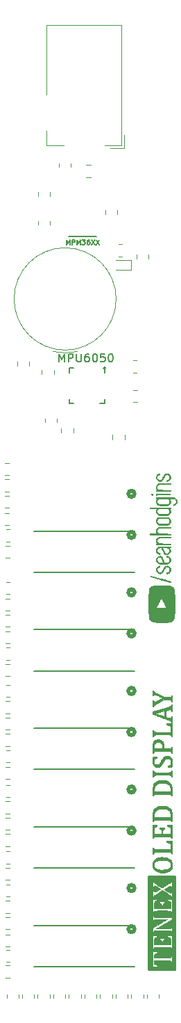
<source format=gbr>
G04 #@! TF.GenerationSoftware,KiCad,Pcbnew,(5.1.9)-1*
G04 #@! TF.CreationDate,2021-02-24T14:06:18-05:00*
G04 #@! TF.ProjectId,feather_multi_oled,66656174-6865-4725-9f6d-756c74695f6f,0.1a*
G04 #@! TF.SameCoordinates,Original*
G04 #@! TF.FileFunction,Legend,Top*
G04 #@! TF.FilePolarity,Positive*
%FSLAX46Y46*%
G04 Gerber Fmt 4.6, Leading zero omitted, Abs format (unit mm)*
G04 Created by KiCad (PCBNEW (5.1.9)-1) date 2021-02-24 14:06:18*
%MOMM*%
%LPD*%
G01*
G04 APERTURE LIST*
%ADD10C,0.150000*%
%ADD11C,0.010000*%
%ADD12C,0.152400*%
%ADD13C,0.508000*%
%ADD14C,0.120000*%
G04 APERTURE END LIST*
D10*
X105663095Y-85877380D02*
X105663095Y-84877380D01*
X105996428Y-85591666D01*
X106329761Y-84877380D01*
X106329761Y-85877380D01*
X106805952Y-85877380D02*
X106805952Y-84877380D01*
X107186904Y-84877380D01*
X107282142Y-84925000D01*
X107329761Y-84972619D01*
X107377380Y-85067857D01*
X107377380Y-85210714D01*
X107329761Y-85305952D01*
X107282142Y-85353571D01*
X107186904Y-85401190D01*
X106805952Y-85401190D01*
X107805952Y-84877380D02*
X107805952Y-85686904D01*
X107853571Y-85782142D01*
X107901190Y-85829761D01*
X107996428Y-85877380D01*
X108186904Y-85877380D01*
X108282142Y-85829761D01*
X108329761Y-85782142D01*
X108377380Y-85686904D01*
X108377380Y-84877380D01*
X109282142Y-84877380D02*
X109091666Y-84877380D01*
X108996428Y-84925000D01*
X108948809Y-84972619D01*
X108853571Y-85115476D01*
X108805952Y-85305952D01*
X108805952Y-85686904D01*
X108853571Y-85782142D01*
X108901190Y-85829761D01*
X108996428Y-85877380D01*
X109186904Y-85877380D01*
X109282142Y-85829761D01*
X109329761Y-85782142D01*
X109377380Y-85686904D01*
X109377380Y-85448809D01*
X109329761Y-85353571D01*
X109282142Y-85305952D01*
X109186904Y-85258333D01*
X108996428Y-85258333D01*
X108901190Y-85305952D01*
X108853571Y-85353571D01*
X108805952Y-85448809D01*
X109996428Y-84877380D02*
X110091666Y-84877380D01*
X110186904Y-84925000D01*
X110234523Y-84972619D01*
X110282142Y-85067857D01*
X110329761Y-85258333D01*
X110329761Y-85496428D01*
X110282142Y-85686904D01*
X110234523Y-85782142D01*
X110186904Y-85829761D01*
X110091666Y-85877380D01*
X109996428Y-85877380D01*
X109901190Y-85829761D01*
X109853571Y-85782142D01*
X109805952Y-85686904D01*
X109758333Y-85496428D01*
X109758333Y-85258333D01*
X109805952Y-85067857D01*
X109853571Y-84972619D01*
X109901190Y-84925000D01*
X109996428Y-84877380D01*
X111234523Y-84877380D02*
X110758333Y-84877380D01*
X110710714Y-85353571D01*
X110758333Y-85305952D01*
X110853571Y-85258333D01*
X111091666Y-85258333D01*
X111186904Y-85305952D01*
X111234523Y-85353571D01*
X111282142Y-85448809D01*
X111282142Y-85686904D01*
X111234523Y-85782142D01*
X111186904Y-85829761D01*
X111091666Y-85877380D01*
X110853571Y-85877380D01*
X110758333Y-85829761D01*
X110710714Y-85782142D01*
X111901190Y-84877380D02*
X111996428Y-84877380D01*
X112091666Y-84925000D01*
X112139285Y-84972619D01*
X112186904Y-85067857D01*
X112234523Y-85258333D01*
X112234523Y-85496428D01*
X112186904Y-85686904D01*
X112139285Y-85782142D01*
X112091666Y-85829761D01*
X111996428Y-85877380D01*
X111901190Y-85877380D01*
X111805952Y-85829761D01*
X111758333Y-85782142D01*
X111710714Y-85686904D01*
X111663095Y-85496428D01*
X111663095Y-85258333D01*
X111710714Y-85067857D01*
X111758333Y-84972619D01*
X111805952Y-84925000D01*
X111901190Y-84877380D01*
X111352069Y-86625000D02*
G75*
G03*
X111352069Y-86625000I-152069J0D01*
G01*
D11*
G36*
X116896081Y-101965693D02*
G01*
X116922664Y-101919943D01*
X116964417Y-101893676D01*
X116985923Y-101890457D01*
X117023099Y-101903773D01*
X117057286Y-101935762D01*
X117076927Y-101974484D01*
X117078255Y-101985826D01*
X117067467Y-102020428D01*
X117046465Y-102049405D01*
X117007827Y-102076503D01*
X116970495Y-102074806D01*
X116928275Y-102043894D01*
X116925544Y-102041193D01*
X116897553Y-102003607D01*
X116895259Y-101968678D01*
X116896081Y-101965693D01*
G37*
X116896081Y-101965693D02*
X116922664Y-101919943D01*
X116964417Y-101893676D01*
X116985923Y-101890457D01*
X117023099Y-101903773D01*
X117057286Y-101935762D01*
X117076927Y-101974484D01*
X117078255Y-101985826D01*
X117067467Y-102020428D01*
X117046465Y-102049405D01*
X117007827Y-102076503D01*
X116970495Y-102074806D01*
X116928275Y-102043894D01*
X116925544Y-102041193D01*
X116897553Y-102003607D01*
X116895259Y-101968678D01*
X116896081Y-101965693D01*
G36*
X119224062Y-101890457D02*
G01*
X119224062Y-102017615D01*
X117602785Y-102017615D01*
X117602785Y-102073247D01*
X117600860Y-102108867D01*
X117588976Y-102124696D01*
X117557967Y-102128755D01*
X117539206Y-102128880D01*
X117475626Y-102128880D01*
X117475626Y-101890457D01*
X119224062Y-101890457D01*
G37*
X119224062Y-101890457D02*
X119224062Y-102017615D01*
X117602785Y-102017615D01*
X117602785Y-102073247D01*
X117600860Y-102108867D01*
X117588976Y-102124696D01*
X117557967Y-102128755D01*
X117539206Y-102128880D01*
X117475626Y-102128880D01*
X117475626Y-101890457D01*
X119224062Y-101890457D01*
G36*
X117505875Y-100976005D02*
G01*
X117547649Y-100873798D01*
X117611632Y-100782995D01*
X117696454Y-100708454D01*
X117798546Y-100655840D01*
X117824459Y-100650769D01*
X117873372Y-100646508D01*
X117946700Y-100643020D01*
X118045863Y-100640268D01*
X118172278Y-100638214D01*
X118327363Y-100636821D01*
X118512537Y-100636052D01*
X118552504Y-100635971D01*
X119255852Y-100634762D01*
X119255852Y-100744476D01*
X118560451Y-100749224D01*
X118393440Y-100750409D01*
X118255182Y-100751576D01*
X118142639Y-100752882D01*
X118052776Y-100754481D01*
X117982556Y-100756530D01*
X117928941Y-100759186D01*
X117888896Y-100762603D01*
X117859384Y-100766937D01*
X117837369Y-100772346D01*
X117819812Y-100778984D01*
X117803679Y-100787007D01*
X117801471Y-100788190D01*
X117713319Y-100851093D01*
X117652531Y-100930172D01*
X117619134Y-101025383D01*
X117612065Y-101103661D01*
X117625780Y-101210425D01*
X117666905Y-101301090D01*
X117735414Y-101375611D01*
X117801471Y-101419131D01*
X117817640Y-101427350D01*
X117834820Y-101434163D01*
X117856047Y-101439724D01*
X117884358Y-101444188D01*
X117922789Y-101447712D01*
X117974377Y-101450449D01*
X118042159Y-101452557D01*
X118129171Y-101454189D01*
X118238449Y-101455502D01*
X118373031Y-101456650D01*
X118535953Y-101457789D01*
X118560451Y-101457952D01*
X119255852Y-101462556D01*
X119255852Y-101514908D01*
X119252910Y-101553961D01*
X119245776Y-101577273D01*
X119245255Y-101577857D01*
X119227805Y-101579852D01*
X119181500Y-101581725D01*
X119109273Y-101583439D01*
X119014061Y-101584960D01*
X118898796Y-101586251D01*
X118766413Y-101587278D01*
X118619848Y-101588005D01*
X118462033Y-101588395D01*
X118371037Y-101588454D01*
X117507416Y-101588454D01*
X117507416Y-101461295D01*
X117636073Y-101461295D01*
X117588270Y-101401689D01*
X117527508Y-101302458D01*
X117494435Y-101195194D01*
X117487681Y-101084757D01*
X117505875Y-100976005D01*
G37*
X117505875Y-100976005D02*
X117547649Y-100873798D01*
X117611632Y-100782995D01*
X117696454Y-100708454D01*
X117798546Y-100655840D01*
X117824459Y-100650769D01*
X117873372Y-100646508D01*
X117946700Y-100643020D01*
X118045863Y-100640268D01*
X118172278Y-100638214D01*
X118327363Y-100636821D01*
X118512537Y-100636052D01*
X118552504Y-100635971D01*
X119255852Y-100634762D01*
X119255852Y-100744476D01*
X118560451Y-100749224D01*
X118393440Y-100750409D01*
X118255182Y-100751576D01*
X118142639Y-100752882D01*
X118052776Y-100754481D01*
X117982556Y-100756530D01*
X117928941Y-100759186D01*
X117888896Y-100762603D01*
X117859384Y-100766937D01*
X117837369Y-100772346D01*
X117819812Y-100778984D01*
X117803679Y-100787007D01*
X117801471Y-100788190D01*
X117713319Y-100851093D01*
X117652531Y-100930172D01*
X117619134Y-101025383D01*
X117612065Y-101103661D01*
X117625780Y-101210425D01*
X117666905Y-101301090D01*
X117735414Y-101375611D01*
X117801471Y-101419131D01*
X117817640Y-101427350D01*
X117834820Y-101434163D01*
X117856047Y-101439724D01*
X117884358Y-101444188D01*
X117922789Y-101447712D01*
X117974377Y-101450449D01*
X118042159Y-101452557D01*
X118129171Y-101454189D01*
X118238449Y-101455502D01*
X118373031Y-101456650D01*
X118535953Y-101457789D01*
X118560451Y-101457952D01*
X119255852Y-101462556D01*
X119255852Y-101514908D01*
X119252910Y-101553961D01*
X119245776Y-101577273D01*
X119245255Y-101577857D01*
X119227805Y-101579852D01*
X119181500Y-101581725D01*
X119109273Y-101583439D01*
X119014061Y-101584960D01*
X118898796Y-101586251D01*
X118766413Y-101587278D01*
X118619848Y-101588005D01*
X118462033Y-101588395D01*
X118371037Y-101588454D01*
X117507416Y-101588454D01*
X117507416Y-101461295D01*
X117636073Y-101461295D01*
X117588270Y-101401689D01*
X117527508Y-101302458D01*
X117494435Y-101195194D01*
X117487681Y-101084757D01*
X117505875Y-100976005D01*
G36*
X117640523Y-106786076D02*
G01*
X117598664Y-106742365D01*
X117540262Y-106659680D01*
X117503018Y-106560116D01*
X117488023Y-106451449D01*
X117496363Y-106341453D01*
X117528288Y-106239725D01*
X117589109Y-106140810D01*
X117670669Y-106058982D01*
X117766271Y-106000644D01*
X117787377Y-105992024D01*
X117809667Y-105984185D01*
X117832836Y-105977718D01*
X117860033Y-105972490D01*
X117894409Y-105968371D01*
X117939112Y-105965230D01*
X117997294Y-105962934D01*
X118072104Y-105961353D01*
X118166692Y-105960355D01*
X118284208Y-105959808D01*
X118427803Y-105959582D01*
X118565981Y-105959543D01*
X119257771Y-105959543D01*
X119252837Y-106019149D01*
X119247904Y-106078754D01*
X118548530Y-106086702D01*
X117849156Y-106094649D01*
X117774077Y-106138783D01*
X117697301Y-106200880D01*
X117643881Y-106279636D01*
X117614724Y-106369198D01*
X117610740Y-106463715D01*
X117632834Y-106557335D01*
X117681916Y-106644206D01*
X117693455Y-106658404D01*
X117716841Y-106685888D01*
X117737779Y-106708805D01*
X117759268Y-106727601D01*
X117784306Y-106742725D01*
X117815891Y-106754624D01*
X117857021Y-106763746D01*
X117910693Y-106770538D01*
X117979906Y-106775447D01*
X118067658Y-106778923D01*
X118176947Y-106781411D01*
X118310770Y-106783361D01*
X118472126Y-106785219D01*
X118548530Y-106786076D01*
X119247904Y-106794023D01*
X119252631Y-106842279D01*
X119252605Y-106879969D01*
X119246008Y-106901885D01*
X119228705Y-106903661D01*
X119182030Y-106905352D01*
X119108401Y-106906936D01*
X119010236Y-106908391D01*
X118889954Y-106909696D01*
X118749971Y-106910830D01*
X118592706Y-106911771D01*
X118420577Y-106912497D01*
X118236001Y-106912987D01*
X118041398Y-106913219D01*
X117973665Y-106913235D01*
X116712673Y-106913235D01*
X116712673Y-106786076D01*
X117640523Y-106786076D01*
G37*
X117640523Y-106786076D02*
X117598664Y-106742365D01*
X117540262Y-106659680D01*
X117503018Y-106560116D01*
X117488023Y-106451449D01*
X117496363Y-106341453D01*
X117528288Y-106239725D01*
X117589109Y-106140810D01*
X117670669Y-106058982D01*
X117766271Y-106000644D01*
X117787377Y-105992024D01*
X117809667Y-105984185D01*
X117832836Y-105977718D01*
X117860033Y-105972490D01*
X117894409Y-105968371D01*
X117939112Y-105965230D01*
X117997294Y-105962934D01*
X118072104Y-105961353D01*
X118166692Y-105960355D01*
X118284208Y-105959808D01*
X118427803Y-105959582D01*
X118565981Y-105959543D01*
X119257771Y-105959543D01*
X119252837Y-106019149D01*
X119247904Y-106078754D01*
X118548530Y-106086702D01*
X117849156Y-106094649D01*
X117774077Y-106138783D01*
X117697301Y-106200880D01*
X117643881Y-106279636D01*
X117614724Y-106369198D01*
X117610740Y-106463715D01*
X117632834Y-106557335D01*
X117681916Y-106644206D01*
X117693455Y-106658404D01*
X117716841Y-106685888D01*
X117737779Y-106708805D01*
X117759268Y-106727601D01*
X117784306Y-106742725D01*
X117815891Y-106754624D01*
X117857021Y-106763746D01*
X117910693Y-106770538D01*
X117979906Y-106775447D01*
X118067658Y-106778923D01*
X118176947Y-106781411D01*
X118310770Y-106783361D01*
X118472126Y-106785219D01*
X118548530Y-106786076D01*
X119247904Y-106794023D01*
X119252631Y-106842279D01*
X119252605Y-106879969D01*
X119246008Y-106901885D01*
X119228705Y-106903661D01*
X119182030Y-106905352D01*
X119108401Y-106906936D01*
X119010236Y-106908391D01*
X118889954Y-106909696D01*
X118749971Y-106910830D01*
X118592706Y-106911771D01*
X118420577Y-106912497D01*
X118236001Y-106912987D01*
X118041398Y-106913219D01*
X117973665Y-106913235D01*
X116712673Y-106913235D01*
X116712673Y-106786076D01*
X117640523Y-106786076D01*
G36*
X117495588Y-107535920D02*
G01*
X117524003Y-107439679D01*
X117571416Y-107359749D01*
X117639269Y-107284338D01*
X117718499Y-107221713D01*
X117800043Y-107180144D01*
X117813203Y-107175849D01*
X117838453Y-107169768D01*
X117871429Y-107164756D01*
X117915126Y-107160720D01*
X117972539Y-107157563D01*
X118046666Y-107155192D01*
X118140501Y-107153511D01*
X118257040Y-107152425D01*
X118399280Y-107151839D01*
X118570215Y-107151658D01*
X119257771Y-107151658D01*
X119252837Y-107211264D01*
X119247904Y-107270870D01*
X118548530Y-107278817D01*
X118375764Y-107280769D01*
X118231760Y-107282618D01*
X118113493Y-107284770D01*
X118017940Y-107287630D01*
X117942077Y-107291603D01*
X117882880Y-107297093D01*
X117837324Y-107304505D01*
X117802386Y-107314246D01*
X117775041Y-107326719D01*
X117752266Y-107342330D01*
X117731037Y-107361483D01*
X117708329Y-107384585D01*
X117700759Y-107392363D01*
X117664303Y-107442775D01*
X117631915Y-107509787D01*
X117609526Y-107579104D01*
X117602785Y-107628504D01*
X117612244Y-107688759D01*
X117636667Y-107758675D01*
X117670123Y-107823957D01*
X117700759Y-107864645D01*
X117724503Y-107889013D01*
X117745859Y-107909311D01*
X117767851Y-107925944D01*
X117793504Y-107939318D01*
X117825841Y-107949837D01*
X117867886Y-107957907D01*
X117922664Y-107963933D01*
X117993199Y-107968319D01*
X118082514Y-107971471D01*
X118193633Y-107973793D01*
X118329581Y-107975691D01*
X118493381Y-107977569D01*
X118548530Y-107978191D01*
X119247904Y-107986139D01*
X119252837Y-108045744D01*
X119257771Y-108105350D01*
X117507416Y-108105350D01*
X117507416Y-107978191D01*
X117640523Y-107978191D01*
X117598664Y-107934480D01*
X117541078Y-107852781D01*
X117503895Y-107753769D01*
X117488328Y-107645472D01*
X117495588Y-107535920D01*
G37*
X117495588Y-107535920D02*
X117524003Y-107439679D01*
X117571416Y-107359749D01*
X117639269Y-107284338D01*
X117718499Y-107221713D01*
X117800043Y-107180144D01*
X117813203Y-107175849D01*
X117838453Y-107169768D01*
X117871429Y-107164756D01*
X117915126Y-107160720D01*
X117972539Y-107157563D01*
X118046666Y-107155192D01*
X118140501Y-107153511D01*
X118257040Y-107152425D01*
X118399280Y-107151839D01*
X118570215Y-107151658D01*
X119257771Y-107151658D01*
X119252837Y-107211264D01*
X119247904Y-107270870D01*
X118548530Y-107278817D01*
X118375764Y-107280769D01*
X118231760Y-107282618D01*
X118113493Y-107284770D01*
X118017940Y-107287630D01*
X117942077Y-107291603D01*
X117882880Y-107297093D01*
X117837324Y-107304505D01*
X117802386Y-107314246D01*
X117775041Y-107326719D01*
X117752266Y-107342330D01*
X117731037Y-107361483D01*
X117708329Y-107384585D01*
X117700759Y-107392363D01*
X117664303Y-107442775D01*
X117631915Y-107509787D01*
X117609526Y-107579104D01*
X117602785Y-107628504D01*
X117612244Y-107688759D01*
X117636667Y-107758675D01*
X117670123Y-107823957D01*
X117700759Y-107864645D01*
X117724503Y-107889013D01*
X117745859Y-107909311D01*
X117767851Y-107925944D01*
X117793504Y-107939318D01*
X117825841Y-107949837D01*
X117867886Y-107957907D01*
X117922664Y-107963933D01*
X117993199Y-107968319D01*
X118082514Y-107971471D01*
X118193633Y-107973793D01*
X118329581Y-107975691D01*
X118493381Y-107977569D01*
X118548530Y-107978191D01*
X119247904Y-107986139D01*
X119252837Y-108045744D01*
X119257771Y-108105350D01*
X117507416Y-108105350D01*
X117507416Y-107978191D01*
X117640523Y-107978191D01*
X117598664Y-107934480D01*
X117541078Y-107852781D01*
X117503895Y-107753769D01*
X117488328Y-107645472D01*
X117495588Y-107535920D01*
G36*
X116858110Y-111937796D02*
G01*
X116858646Y-111931395D01*
X116863674Y-111875903D01*
X118031947Y-112220466D01*
X118218543Y-112275534D01*
X118396650Y-112328161D01*
X118563861Y-112377633D01*
X118717769Y-112423235D01*
X118855967Y-112464251D01*
X118976048Y-112499967D01*
X119075606Y-112529668D01*
X119152235Y-112552637D01*
X119203526Y-112568160D01*
X119227074Y-112575523D01*
X119228036Y-112575868D01*
X119249559Y-112598664D01*
X119255852Y-112642836D01*
X119254311Y-112679830D01*
X119250519Y-112698442D01*
X119249675Y-112698967D01*
X119233053Y-112694590D01*
X119188854Y-112682016D01*
X119119903Y-112662079D01*
X119029024Y-112635613D01*
X118919039Y-112603451D01*
X118792773Y-112566428D01*
X118653048Y-112525378D01*
X118502690Y-112481135D01*
X118344520Y-112434533D01*
X118181364Y-112386405D01*
X118016044Y-112337587D01*
X117851384Y-112288913D01*
X117690208Y-112241215D01*
X117535340Y-112195328D01*
X117389602Y-112152087D01*
X117255819Y-112112325D01*
X117136814Y-112076877D01*
X117035411Y-112046576D01*
X116954433Y-112022256D01*
X116896705Y-112004752D01*
X116865049Y-111994898D01*
X116859754Y-111993024D01*
X116856951Y-111974698D01*
X116858110Y-111937796D01*
G37*
X116858110Y-111937796D02*
X116858646Y-111931395D01*
X116863674Y-111875903D01*
X118031947Y-112220466D01*
X118218543Y-112275534D01*
X118396650Y-112328161D01*
X118563861Y-112377633D01*
X118717769Y-112423235D01*
X118855967Y-112464251D01*
X118976048Y-112499967D01*
X119075606Y-112529668D01*
X119152235Y-112552637D01*
X119203526Y-112568160D01*
X119227074Y-112575523D01*
X119228036Y-112575868D01*
X119249559Y-112598664D01*
X119255852Y-112642836D01*
X119254311Y-112679830D01*
X119250519Y-112698442D01*
X119249675Y-112698967D01*
X119233053Y-112694590D01*
X119188854Y-112682016D01*
X119119903Y-112662079D01*
X119029024Y-112635613D01*
X118919039Y-112603451D01*
X118792773Y-112566428D01*
X118653048Y-112525378D01*
X118502690Y-112481135D01*
X118344520Y-112434533D01*
X118181364Y-112386405D01*
X118016044Y-112337587D01*
X117851384Y-112288913D01*
X117690208Y-112241215D01*
X117535340Y-112195328D01*
X117389602Y-112152087D01*
X117255819Y-112112325D01*
X117136814Y-112076877D01*
X117035411Y-112046576D01*
X116954433Y-112022256D01*
X116896705Y-112004752D01*
X116865049Y-111994898D01*
X116859754Y-111993024D01*
X116856951Y-111974698D01*
X116858110Y-111937796D01*
G36*
X117501840Y-99792007D02*
G01*
X117544142Y-99683725D01*
X117610469Y-99590488D01*
X117697404Y-99516083D01*
X117801530Y-99464299D01*
X117912735Y-99439559D01*
X117944551Y-99439180D01*
X117959078Y-99452641D01*
X117964916Y-99488597D01*
X117965238Y-99492378D01*
X117966125Y-99530383D01*
X117954557Y-99549037D01*
X117922033Y-99559006D01*
X117910345Y-99561258D01*
X117805491Y-99595035D01*
X117720896Y-99651658D01*
X117658942Y-99728329D01*
X117622010Y-99822253D01*
X117612065Y-99911545D01*
X117626175Y-100017978D01*
X117667061Y-100108776D01*
X117732563Y-100181462D01*
X117820517Y-100233556D01*
X117916741Y-100260730D01*
X117970256Y-100264319D01*
X118020307Y-100252773D01*
X118057623Y-100236502D01*
X118097925Y-100211647D01*
X118137961Y-100174760D01*
X118180093Y-100122495D01*
X118226684Y-100051504D01*
X118280095Y-99958440D01*
X118342689Y-99839957D01*
X118356442Y-99813063D01*
X118433267Y-99678556D01*
X118511843Y-99574696D01*
X118593776Y-99500343D01*
X118680670Y-99454356D01*
X118774129Y-99435591D01*
X118875758Y-99442910D01*
X118876544Y-99443058D01*
X118986972Y-99478885D01*
X119083187Y-99539065D01*
X119162235Y-99618953D01*
X119221160Y-99713906D01*
X119257009Y-99819280D01*
X119266826Y-99930433D01*
X119250972Y-100031543D01*
X119207576Y-100135981D01*
X119142592Y-100227108D01*
X119061100Y-100300694D01*
X118968182Y-100352510D01*
X118868917Y-100378328D01*
X118831806Y-100380444D01*
X118796004Y-100377636D01*
X118781625Y-100362642D01*
X118779005Y-100326581D01*
X118782076Y-100290508D01*
X118797517Y-100272509D01*
X118834673Y-100262280D01*
X118837872Y-100261674D01*
X118936286Y-100229082D01*
X119021255Y-100173320D01*
X119086969Y-100099332D01*
X119126445Y-100016097D01*
X119144101Y-99912344D01*
X119131561Y-99817255D01*
X119088307Y-99728849D01*
X119034446Y-99664784D01*
X118982017Y-99617576D01*
X118933873Y-99588840D01*
X118876518Y-99570698D01*
X118871212Y-99569487D01*
X118808151Y-99559588D01*
X118751984Y-99561592D01*
X118700210Y-99577839D01*
X118650331Y-99610669D01*
X118599848Y-99662423D01*
X118546263Y-99735442D01*
X118487076Y-99832066D01*
X118419788Y-99954636D01*
X118381332Y-100028309D01*
X118322981Y-100128145D01*
X118257419Y-100217914D01*
X118189710Y-100291674D01*
X118124918Y-100343484D01*
X118101691Y-100356382D01*
X118033660Y-100375374D01*
X117948967Y-100379711D01*
X117858765Y-100370130D01*
X117774206Y-100347368D01*
X117739850Y-100332460D01*
X117644616Y-100267241D01*
X117569029Y-100180155D01*
X117516299Y-100076542D01*
X117489634Y-99961745D01*
X117486980Y-99911545D01*
X117501840Y-99792007D01*
G37*
X117501840Y-99792007D02*
X117544142Y-99683725D01*
X117610469Y-99590488D01*
X117697404Y-99516083D01*
X117801530Y-99464299D01*
X117912735Y-99439559D01*
X117944551Y-99439180D01*
X117959078Y-99452641D01*
X117964916Y-99488597D01*
X117965238Y-99492378D01*
X117966125Y-99530383D01*
X117954557Y-99549037D01*
X117922033Y-99559006D01*
X117910345Y-99561258D01*
X117805491Y-99595035D01*
X117720896Y-99651658D01*
X117658942Y-99728329D01*
X117622010Y-99822253D01*
X117612065Y-99911545D01*
X117626175Y-100017978D01*
X117667061Y-100108776D01*
X117732563Y-100181462D01*
X117820517Y-100233556D01*
X117916741Y-100260730D01*
X117970256Y-100264319D01*
X118020307Y-100252773D01*
X118057623Y-100236502D01*
X118097925Y-100211647D01*
X118137961Y-100174760D01*
X118180093Y-100122495D01*
X118226684Y-100051504D01*
X118280095Y-99958440D01*
X118342689Y-99839957D01*
X118356442Y-99813063D01*
X118433267Y-99678556D01*
X118511843Y-99574696D01*
X118593776Y-99500343D01*
X118680670Y-99454356D01*
X118774129Y-99435591D01*
X118875758Y-99442910D01*
X118876544Y-99443058D01*
X118986972Y-99478885D01*
X119083187Y-99539065D01*
X119162235Y-99618953D01*
X119221160Y-99713906D01*
X119257009Y-99819280D01*
X119266826Y-99930433D01*
X119250972Y-100031543D01*
X119207576Y-100135981D01*
X119142592Y-100227108D01*
X119061100Y-100300694D01*
X118968182Y-100352510D01*
X118868917Y-100378328D01*
X118831806Y-100380444D01*
X118796004Y-100377636D01*
X118781625Y-100362642D01*
X118779005Y-100326581D01*
X118782076Y-100290508D01*
X118797517Y-100272509D01*
X118834673Y-100262280D01*
X118837872Y-100261674D01*
X118936286Y-100229082D01*
X119021255Y-100173320D01*
X119086969Y-100099332D01*
X119126445Y-100016097D01*
X119144101Y-99912344D01*
X119131561Y-99817255D01*
X119088307Y-99728849D01*
X119034446Y-99664784D01*
X118982017Y-99617576D01*
X118933873Y-99588840D01*
X118876518Y-99570698D01*
X118871212Y-99569487D01*
X118808151Y-99559588D01*
X118751984Y-99561592D01*
X118700210Y-99577839D01*
X118650331Y-99610669D01*
X118599848Y-99662423D01*
X118546263Y-99735442D01*
X118487076Y-99832066D01*
X118419788Y-99954636D01*
X118381332Y-100028309D01*
X118322981Y-100128145D01*
X118257419Y-100217914D01*
X118189710Y-100291674D01*
X118124918Y-100343484D01*
X118101691Y-100356382D01*
X118033660Y-100375374D01*
X117948967Y-100379711D01*
X117858765Y-100370130D01*
X117774206Y-100347368D01*
X117739850Y-100332460D01*
X117644616Y-100267241D01*
X117569029Y-100180155D01*
X117516299Y-100076542D01*
X117489634Y-99961745D01*
X117486980Y-99911545D01*
X117501840Y-99792007D01*
G36*
X119255852Y-103575313D02*
G01*
X119255852Y-103630945D01*
X119254382Y-103664905D01*
X119244257Y-103681138D01*
X119216906Y-103686189D01*
X119182989Y-103686577D01*
X119110126Y-103686577D01*
X119159372Y-103748754D01*
X119194642Y-103798909D01*
X119224476Y-103850691D01*
X119231958Y-103866793D01*
X119252853Y-103940020D01*
X119263380Y-104026286D01*
X119262225Y-104109585D01*
X119255314Y-104151748D01*
X119212591Y-104261878D01*
X119145119Y-104359341D01*
X119058095Y-104438156D01*
X118960864Y-104490765D01*
X118936737Y-104499176D01*
X118910228Y-104505882D01*
X118877599Y-104511072D01*
X118835111Y-104514938D01*
X118779024Y-104517669D01*
X118705599Y-104519456D01*
X118611096Y-104520489D01*
X118491777Y-104520959D01*
X118365739Y-104521057D01*
X118359648Y-104521057D01*
X118359648Y-104402043D01*
X118476409Y-104401764D01*
X118588753Y-104400523D01*
X118691509Y-104398315D01*
X118779506Y-104395137D01*
X118847576Y-104390985D01*
X118890546Y-104385855D01*
X118896668Y-104384446D01*
X118943233Y-104363503D01*
X118996453Y-104328136D01*
X119028442Y-104301086D01*
X119095703Y-104217964D01*
X119133901Y-104125747D01*
X119142232Y-104028232D01*
X119119892Y-103929218D01*
X119111462Y-103909105D01*
X119065515Y-103828055D01*
X119007626Y-103768341D01*
X118945902Y-103728741D01*
X118927164Y-103719280D01*
X118907516Y-103711744D01*
X118883295Y-103705915D01*
X118850838Y-103701573D01*
X118806482Y-103698501D01*
X118746563Y-103696480D01*
X118667419Y-103695290D01*
X118565386Y-103694715D01*
X118436802Y-103694535D01*
X118372440Y-103694524D01*
X117862558Y-103694524D01*
X117784750Y-103742629D01*
X117709503Y-103804164D01*
X117658837Y-103868541D01*
X117620554Y-103958411D01*
X117610073Y-104052959D01*
X117625181Y-104146398D01*
X117663663Y-104232937D01*
X117723304Y-104306787D01*
X117801891Y-104362159D01*
X117855868Y-104383703D01*
X117890552Y-104389124D01*
X117951842Y-104393604D01*
X118034567Y-104397139D01*
X118133557Y-104399727D01*
X118243641Y-104401363D01*
X118359648Y-104402043D01*
X118359648Y-104521057D01*
X117849156Y-104521057D01*
X117758325Y-104476454D01*
X117655647Y-104409364D01*
X117575186Y-104321769D01*
X117519522Y-104217815D01*
X117491235Y-104101650D01*
X117488145Y-104042053D01*
X117498646Y-103937964D01*
X117530832Y-103845132D01*
X117580962Y-103762077D01*
X117634522Y-103686577D01*
X116712673Y-103686577D01*
X116712673Y-103575313D01*
X119255852Y-103575313D01*
G37*
X119255852Y-103575313D02*
X119255852Y-103630945D01*
X119254382Y-103664905D01*
X119244257Y-103681138D01*
X119216906Y-103686189D01*
X119182989Y-103686577D01*
X119110126Y-103686577D01*
X119159372Y-103748754D01*
X119194642Y-103798909D01*
X119224476Y-103850691D01*
X119231958Y-103866793D01*
X119252853Y-103940020D01*
X119263380Y-104026286D01*
X119262225Y-104109585D01*
X119255314Y-104151748D01*
X119212591Y-104261878D01*
X119145119Y-104359341D01*
X119058095Y-104438156D01*
X118960864Y-104490765D01*
X118936737Y-104499176D01*
X118910228Y-104505882D01*
X118877599Y-104511072D01*
X118835111Y-104514938D01*
X118779024Y-104517669D01*
X118705599Y-104519456D01*
X118611096Y-104520489D01*
X118491777Y-104520959D01*
X118365739Y-104521057D01*
X118359648Y-104521057D01*
X118359648Y-104402043D01*
X118476409Y-104401764D01*
X118588753Y-104400523D01*
X118691509Y-104398315D01*
X118779506Y-104395137D01*
X118847576Y-104390985D01*
X118890546Y-104385855D01*
X118896668Y-104384446D01*
X118943233Y-104363503D01*
X118996453Y-104328136D01*
X119028442Y-104301086D01*
X119095703Y-104217964D01*
X119133901Y-104125747D01*
X119142232Y-104028232D01*
X119119892Y-103929218D01*
X119111462Y-103909105D01*
X119065515Y-103828055D01*
X119007626Y-103768341D01*
X118945902Y-103728741D01*
X118927164Y-103719280D01*
X118907516Y-103711744D01*
X118883295Y-103705915D01*
X118850838Y-103701573D01*
X118806482Y-103698501D01*
X118746563Y-103696480D01*
X118667419Y-103695290D01*
X118565386Y-103694715D01*
X118436802Y-103694535D01*
X118372440Y-103694524D01*
X117862558Y-103694524D01*
X117784750Y-103742629D01*
X117709503Y-103804164D01*
X117658837Y-103868541D01*
X117620554Y-103958411D01*
X117610073Y-104052959D01*
X117625181Y-104146398D01*
X117663663Y-104232937D01*
X117723304Y-104306787D01*
X117801891Y-104362159D01*
X117855868Y-104383703D01*
X117890552Y-104389124D01*
X117951842Y-104393604D01*
X118034567Y-104397139D01*
X118133557Y-104399727D01*
X118243641Y-104401363D01*
X118359648Y-104402043D01*
X118359648Y-104521057D01*
X117849156Y-104521057D01*
X117758325Y-104476454D01*
X117655647Y-104409364D01*
X117575186Y-104321769D01*
X117519522Y-104217815D01*
X117491235Y-104101650D01*
X117488145Y-104042053D01*
X117498646Y-103937964D01*
X117530832Y-103845132D01*
X117580962Y-103762077D01*
X117634522Y-103686577D01*
X116712673Y-103686577D01*
X116712673Y-103575313D01*
X119255852Y-103575313D01*
G36*
X117512896Y-105086904D02*
G01*
X117558353Y-104989232D01*
X117625773Y-104903655D01*
X117714240Y-104834735D01*
X117809102Y-104791375D01*
X117834630Y-104784224D01*
X117865679Y-104778613D01*
X117905881Y-104774419D01*
X117958868Y-104771513D01*
X118028271Y-104769770D01*
X118117723Y-104769065D01*
X118230855Y-104769271D01*
X118371299Y-104770262D01*
X118408049Y-104770589D01*
X118550911Y-104771969D01*
X118665616Y-104773375D01*
X118755794Y-104775058D01*
X118825077Y-104777269D01*
X118877095Y-104780257D01*
X118915481Y-104784275D01*
X118943865Y-104789571D01*
X118965878Y-104796397D01*
X118985152Y-104805003D01*
X118997118Y-104811236D01*
X119102506Y-104882078D01*
X119180951Y-104968155D01*
X119215347Y-105026806D01*
X119247492Y-105116059D01*
X119263671Y-105213195D01*
X119262615Y-105306064D01*
X119250464Y-105363485D01*
X119216165Y-105450284D01*
X119174301Y-105518514D01*
X119116567Y-105581384D01*
X119109112Y-105588335D01*
X119073073Y-105620486D01*
X119039258Y-105646590D01*
X119003966Y-105667275D01*
X118963491Y-105683170D01*
X118914130Y-105694905D01*
X118852180Y-105703107D01*
X118773937Y-105708406D01*
X118675697Y-105711430D01*
X118553757Y-105712807D01*
X118404412Y-105713167D01*
X118389581Y-105713169D01*
X118389581Y-105593523D01*
X118526732Y-105593310D01*
X118635914Y-105592694D01*
X118720949Y-105591455D01*
X118785655Y-105589376D01*
X118833855Y-105586239D01*
X118869369Y-105581826D01*
X118896018Y-105575919D01*
X118917621Y-105568301D01*
X118930007Y-105562694D01*
X119022968Y-105502931D01*
X119090353Y-105427410D01*
X119130814Y-105339899D01*
X119143007Y-105244164D01*
X119125586Y-105143971D01*
X119100877Y-105084300D01*
X119042451Y-104998345D01*
X118988243Y-104950317D01*
X118919321Y-104902534D01*
X117830939Y-104902534D01*
X117765425Y-104945889D01*
X117690186Y-105013063D01*
X117639577Y-105095128D01*
X117613882Y-105186535D01*
X117613385Y-105281733D01*
X117638369Y-105375173D01*
X117689119Y-105461305D01*
X117736521Y-105511151D01*
X117785485Y-105546009D01*
X117838697Y-105572457D01*
X117852695Y-105577110D01*
X117886466Y-105581919D01*
X117948649Y-105586034D01*
X118035868Y-105589352D01*
X118144752Y-105591770D01*
X118271926Y-105593185D01*
X118389581Y-105593523D01*
X118389581Y-105713169D01*
X118373686Y-105713172D01*
X118219004Y-105712918D01*
X118092428Y-105711764D01*
X117990278Y-105709121D01*
X117908872Y-105704400D01*
X117844527Y-105697013D01*
X117793564Y-105686372D01*
X117752300Y-105671887D01*
X117717053Y-105652971D01*
X117684144Y-105629034D01*
X117649889Y-105599488D01*
X117647149Y-105597017D01*
X117569036Y-105507300D01*
X117517471Y-105406869D01*
X117491538Y-105300284D01*
X117490318Y-105192109D01*
X117512896Y-105086904D01*
G37*
X117512896Y-105086904D02*
X117558353Y-104989232D01*
X117625773Y-104903655D01*
X117714240Y-104834735D01*
X117809102Y-104791375D01*
X117834630Y-104784224D01*
X117865679Y-104778613D01*
X117905881Y-104774419D01*
X117958868Y-104771513D01*
X118028271Y-104769770D01*
X118117723Y-104769065D01*
X118230855Y-104769271D01*
X118371299Y-104770262D01*
X118408049Y-104770589D01*
X118550911Y-104771969D01*
X118665616Y-104773375D01*
X118755794Y-104775058D01*
X118825077Y-104777269D01*
X118877095Y-104780257D01*
X118915481Y-104784275D01*
X118943865Y-104789571D01*
X118965878Y-104796397D01*
X118985152Y-104805003D01*
X118997118Y-104811236D01*
X119102506Y-104882078D01*
X119180951Y-104968155D01*
X119215347Y-105026806D01*
X119247492Y-105116059D01*
X119263671Y-105213195D01*
X119262615Y-105306064D01*
X119250464Y-105363485D01*
X119216165Y-105450284D01*
X119174301Y-105518514D01*
X119116567Y-105581384D01*
X119109112Y-105588335D01*
X119073073Y-105620486D01*
X119039258Y-105646590D01*
X119003966Y-105667275D01*
X118963491Y-105683170D01*
X118914130Y-105694905D01*
X118852180Y-105703107D01*
X118773937Y-105708406D01*
X118675697Y-105711430D01*
X118553757Y-105712807D01*
X118404412Y-105713167D01*
X118389581Y-105713169D01*
X118389581Y-105593523D01*
X118526732Y-105593310D01*
X118635914Y-105592694D01*
X118720949Y-105591455D01*
X118785655Y-105589376D01*
X118833855Y-105586239D01*
X118869369Y-105581826D01*
X118896018Y-105575919D01*
X118917621Y-105568301D01*
X118930007Y-105562694D01*
X119022968Y-105502931D01*
X119090353Y-105427410D01*
X119130814Y-105339899D01*
X119143007Y-105244164D01*
X119125586Y-105143971D01*
X119100877Y-105084300D01*
X119042451Y-104998345D01*
X118988243Y-104950317D01*
X118919321Y-104902534D01*
X117830939Y-104902534D01*
X117765425Y-104945889D01*
X117690186Y-105013063D01*
X117639577Y-105095128D01*
X117613882Y-105186535D01*
X117613385Y-105281733D01*
X117638369Y-105375173D01*
X117689119Y-105461305D01*
X117736521Y-105511151D01*
X117785485Y-105546009D01*
X117838697Y-105572457D01*
X117852695Y-105577110D01*
X117886466Y-105581919D01*
X117948649Y-105586034D01*
X118035868Y-105589352D01*
X118144752Y-105591770D01*
X118271926Y-105593185D01*
X118389581Y-105593523D01*
X118389581Y-105713169D01*
X118373686Y-105713172D01*
X118219004Y-105712918D01*
X118092428Y-105711764D01*
X117990278Y-105709121D01*
X117908872Y-105704400D01*
X117844527Y-105697013D01*
X117793564Y-105686372D01*
X117752300Y-105671887D01*
X117717053Y-105652971D01*
X117684144Y-105629034D01*
X117649889Y-105599488D01*
X117647149Y-105597017D01*
X117569036Y-105507300D01*
X117517471Y-105406869D01*
X117491538Y-105300284D01*
X117490318Y-105192109D01*
X117512896Y-105086904D01*
G36*
X117501661Y-108687353D02*
G01*
X117541586Y-108586081D01*
X117606420Y-108495958D01*
X117695274Y-108421295D01*
X117759788Y-108385693D01*
X117778188Y-108377600D01*
X117797195Y-108370906D01*
X117819858Y-108365477D01*
X117849223Y-108361183D01*
X117888336Y-108357889D01*
X117940244Y-108355463D01*
X118007995Y-108353774D01*
X118094635Y-108352687D01*
X118203211Y-108352072D01*
X118336769Y-108351794D01*
X118498356Y-108351722D01*
X118540582Y-108351721D01*
X119247904Y-108351721D01*
X119247904Y-108407353D01*
X119245895Y-108442174D01*
X119234040Y-108459649D01*
X119203598Y-108467832D01*
X119178876Y-108470932D01*
X119109848Y-108478880D01*
X119149776Y-108516207D01*
X119195771Y-108576533D01*
X119232402Y-108657517D01*
X119256911Y-108748717D01*
X119266537Y-108839697D01*
X119258524Y-108920015D01*
X119257512Y-108923936D01*
X119211133Y-109042641D01*
X119142140Y-109141741D01*
X119052990Y-109218396D01*
X118963693Y-109263601D01*
X118874745Y-109287087D01*
X118775843Y-109297457D01*
X118697777Y-109295182D01*
X118697777Y-109168350D01*
X118771998Y-109168119D01*
X118779452Y-109167847D01*
X118850399Y-109163959D01*
X118899537Y-109157278D01*
X118936849Y-109145258D01*
X118972313Y-109125354D01*
X118988273Y-109114576D01*
X119063566Y-109044340D01*
X119114150Y-108958599D01*
X119138792Y-108863281D01*
X119136261Y-108764314D01*
X119105324Y-108667625D01*
X119087785Y-108635788D01*
X119036698Y-108571332D01*
X118969010Y-108522506D01*
X118955762Y-108515346D01*
X118924825Y-108499657D01*
X118897266Y-108488180D01*
X118867514Y-108480257D01*
X118829997Y-108475230D01*
X118779143Y-108472440D01*
X118709381Y-108471229D01*
X118615137Y-108470938D01*
X118579876Y-108470932D01*
X118289007Y-108470932D01*
X118389170Y-108732733D01*
X118440736Y-108864005D01*
X118484601Y-108967509D01*
X118522148Y-109045939D01*
X118554761Y-109101991D01*
X118583827Y-109138359D01*
X118606446Y-109155634D01*
X118640081Y-109164011D01*
X118697777Y-109168350D01*
X118697777Y-109295182D01*
X118678246Y-109294612D01*
X118593218Y-109278456D01*
X118562580Y-109267057D01*
X118530513Y-109250827D01*
X118501966Y-109231342D01*
X118475309Y-109205586D01*
X118448908Y-109170540D01*
X118421132Y-109123187D01*
X118390350Y-109060510D01*
X118354930Y-108979491D01*
X118313239Y-108877112D01*
X118263646Y-108750357D01*
X118215861Y-108625907D01*
X118156638Y-108470932D01*
X118026739Y-108471021D01*
X117924952Y-108474678D01*
X117846704Y-108487082D01*
X117784386Y-108510622D01*
X117730390Y-108547685D01*
X117703790Y-108572378D01*
X117642427Y-108653790D01*
X117611127Y-108743574D01*
X117610187Y-108838939D01*
X117639906Y-108937092D01*
X117660631Y-108976828D01*
X117699412Y-109027061D01*
X117751846Y-109074669D01*
X117808789Y-109112994D01*
X117861096Y-109135380D01*
X117882757Y-109138517D01*
X117933677Y-109144810D01*
X117960349Y-109166873D01*
X117968356Y-109209480D01*
X117968367Y-109211744D01*
X117966181Y-109246771D01*
X117953399Y-109261977D01*
X117920686Y-109265609D01*
X117907326Y-109265676D01*
X117847779Y-109255633D01*
X117776221Y-109229148D01*
X117703676Y-109191684D01*
X117641169Y-109148708D01*
X117608829Y-109117726D01*
X117540228Y-109014962D01*
X117500093Y-108906105D01*
X117487533Y-108795465D01*
X117501661Y-108687353D01*
G37*
X117501661Y-108687353D02*
X117541586Y-108586081D01*
X117606420Y-108495958D01*
X117695274Y-108421295D01*
X117759788Y-108385693D01*
X117778188Y-108377600D01*
X117797195Y-108370906D01*
X117819858Y-108365477D01*
X117849223Y-108361183D01*
X117888336Y-108357889D01*
X117940244Y-108355463D01*
X118007995Y-108353774D01*
X118094635Y-108352687D01*
X118203211Y-108352072D01*
X118336769Y-108351794D01*
X118498356Y-108351722D01*
X118540582Y-108351721D01*
X119247904Y-108351721D01*
X119247904Y-108407353D01*
X119245895Y-108442174D01*
X119234040Y-108459649D01*
X119203598Y-108467832D01*
X119178876Y-108470932D01*
X119109848Y-108478880D01*
X119149776Y-108516207D01*
X119195771Y-108576533D01*
X119232402Y-108657517D01*
X119256911Y-108748717D01*
X119266537Y-108839697D01*
X119258524Y-108920015D01*
X119257512Y-108923936D01*
X119211133Y-109042641D01*
X119142140Y-109141741D01*
X119052990Y-109218396D01*
X118963693Y-109263601D01*
X118874745Y-109287087D01*
X118775843Y-109297457D01*
X118697777Y-109295182D01*
X118697777Y-109168350D01*
X118771998Y-109168119D01*
X118779452Y-109167847D01*
X118850399Y-109163959D01*
X118899537Y-109157278D01*
X118936849Y-109145258D01*
X118972313Y-109125354D01*
X118988273Y-109114576D01*
X119063566Y-109044340D01*
X119114150Y-108958599D01*
X119138792Y-108863281D01*
X119136261Y-108764314D01*
X119105324Y-108667625D01*
X119087785Y-108635788D01*
X119036698Y-108571332D01*
X118969010Y-108522506D01*
X118955762Y-108515346D01*
X118924825Y-108499657D01*
X118897266Y-108488180D01*
X118867514Y-108480257D01*
X118829997Y-108475230D01*
X118779143Y-108472440D01*
X118709381Y-108471229D01*
X118615137Y-108470938D01*
X118579876Y-108470932D01*
X118289007Y-108470932D01*
X118389170Y-108732733D01*
X118440736Y-108864005D01*
X118484601Y-108967509D01*
X118522148Y-109045939D01*
X118554761Y-109101991D01*
X118583827Y-109138359D01*
X118606446Y-109155634D01*
X118640081Y-109164011D01*
X118697777Y-109168350D01*
X118697777Y-109295182D01*
X118678246Y-109294612D01*
X118593218Y-109278456D01*
X118562580Y-109267057D01*
X118530513Y-109250827D01*
X118501966Y-109231342D01*
X118475309Y-109205586D01*
X118448908Y-109170540D01*
X118421132Y-109123187D01*
X118390350Y-109060510D01*
X118354930Y-108979491D01*
X118313239Y-108877112D01*
X118263646Y-108750357D01*
X118215861Y-108625907D01*
X118156638Y-108470932D01*
X118026739Y-108471021D01*
X117924952Y-108474678D01*
X117846704Y-108487082D01*
X117784386Y-108510622D01*
X117730390Y-108547685D01*
X117703790Y-108572378D01*
X117642427Y-108653790D01*
X117611127Y-108743574D01*
X117610187Y-108838939D01*
X117639906Y-108937092D01*
X117660631Y-108976828D01*
X117699412Y-109027061D01*
X117751846Y-109074669D01*
X117808789Y-109112994D01*
X117861096Y-109135380D01*
X117882757Y-109138517D01*
X117933677Y-109144810D01*
X117960349Y-109166873D01*
X117968356Y-109209480D01*
X117968367Y-109211744D01*
X117966181Y-109246771D01*
X117953399Y-109261977D01*
X117920686Y-109265609D01*
X117907326Y-109265676D01*
X117847779Y-109255633D01*
X117776221Y-109229148D01*
X117703676Y-109191684D01*
X117641169Y-109148708D01*
X117608829Y-109117726D01*
X117540228Y-109014962D01*
X117500093Y-108906105D01*
X117487533Y-108795465D01*
X117501661Y-108687353D01*
G36*
X117508645Y-109818729D02*
G01*
X117528288Y-109768386D01*
X117584983Y-109674343D01*
X117657836Y-109598530D01*
X117742233Y-109541927D01*
X117833557Y-109505516D01*
X117927195Y-109490280D01*
X118018531Y-109497199D01*
X118102950Y-109527256D01*
X118175837Y-109581432D01*
X118210337Y-109623310D01*
X118228269Y-109656044D01*
X118255037Y-109713563D01*
X118288565Y-109790795D01*
X118326776Y-109882667D01*
X118367593Y-109984106D01*
X118408939Y-110090039D01*
X118448739Y-110195395D01*
X118482014Y-110286921D01*
X118489745Y-110298850D01*
X118506514Y-110306833D01*
X118537779Y-110311632D01*
X118588996Y-110314009D01*
X118665622Y-110314725D01*
X118681322Y-110314737D01*
X118763798Y-110314214D01*
X118822546Y-110311776D01*
X118865626Y-110306120D01*
X118901092Y-110295940D01*
X118937004Y-110279934D01*
X118955762Y-110270323D01*
X119040920Y-110209291D01*
X119101005Y-110129183D01*
X119134677Y-110032079D01*
X119140834Y-109983688D01*
X119132720Y-109885315D01*
X119097774Y-109794446D01*
X119040261Y-109716592D01*
X118964446Y-109657264D01*
X118874594Y-109621974D01*
X118858480Y-109618804D01*
X118814418Y-109609603D01*
X118792728Y-109596029D01*
X118784263Y-109569549D01*
X118782020Y-109547455D01*
X118780728Y-109508654D01*
X118790219Y-109492036D01*
X118817301Y-109488246D01*
X118825134Y-109488204D01*
X118866553Y-109493818D01*
X118922681Y-109508288D01*
X118963693Y-109522068D01*
X119064593Y-109575837D01*
X119147947Y-109652142D01*
X119211123Y-109745601D01*
X119251492Y-109850831D01*
X119266424Y-109962448D01*
X119253289Y-110075070D01*
X119246146Y-110100156D01*
X119194605Y-110211684D01*
X119118216Y-110305195D01*
X119020338Y-110377326D01*
X118929020Y-110417315D01*
X118902328Y-110424800D01*
X118870873Y-110430640D01*
X118830869Y-110434976D01*
X118778529Y-110437945D01*
X118710066Y-110439690D01*
X118621693Y-110440351D01*
X118509624Y-110440066D01*
X118370071Y-110438976D01*
X118361424Y-110438895D01*
X118361424Y-110314737D01*
X118260500Y-110048498D01*
X118226564Y-109959781D01*
X118195146Y-109879136D01*
X118168495Y-109812223D01*
X118148860Y-109764699D01*
X118139472Y-109743976D01*
X118114691Y-109706093D01*
X118080983Y-109664616D01*
X118077228Y-109660528D01*
X118022965Y-109624585D01*
X117953126Y-109612516D01*
X117873074Y-109624273D01*
X117788170Y-109659809D01*
X117782326Y-109663104D01*
X117701961Y-109725863D01*
X117645806Y-109804768D01*
X117614772Y-109894335D01*
X117609772Y-109989082D01*
X117631715Y-110083529D01*
X117681513Y-110172191D01*
X117694946Y-110188807D01*
X117736167Y-110232784D01*
X117777555Y-110265267D01*
X117824831Y-110287941D01*
X117883714Y-110302491D01*
X117959925Y-110310603D01*
X118059183Y-110313961D01*
X118121185Y-110314388D01*
X118361424Y-110314737D01*
X118361424Y-110438895D01*
X118348858Y-110438775D01*
X118209194Y-110437344D01*
X118097500Y-110435862D01*
X118009954Y-110434056D01*
X117942738Y-110431654D01*
X117892030Y-110428383D01*
X117854010Y-110423970D01*
X117824859Y-110418143D01*
X117800756Y-110410628D01*
X117777882Y-110401152D01*
X117769681Y-110397424D01*
X117667000Y-110334235D01*
X117585559Y-110251413D01*
X117527183Y-110153705D01*
X117493690Y-110045857D01*
X117486904Y-109932616D01*
X117508645Y-109818729D01*
G37*
X117508645Y-109818729D02*
X117528288Y-109768386D01*
X117584983Y-109674343D01*
X117657836Y-109598530D01*
X117742233Y-109541927D01*
X117833557Y-109505516D01*
X117927195Y-109490280D01*
X118018531Y-109497199D01*
X118102950Y-109527256D01*
X118175837Y-109581432D01*
X118210337Y-109623310D01*
X118228269Y-109656044D01*
X118255037Y-109713563D01*
X118288565Y-109790795D01*
X118326776Y-109882667D01*
X118367593Y-109984106D01*
X118408939Y-110090039D01*
X118448739Y-110195395D01*
X118482014Y-110286921D01*
X118489745Y-110298850D01*
X118506514Y-110306833D01*
X118537779Y-110311632D01*
X118588996Y-110314009D01*
X118665622Y-110314725D01*
X118681322Y-110314737D01*
X118763798Y-110314214D01*
X118822546Y-110311776D01*
X118865626Y-110306120D01*
X118901092Y-110295940D01*
X118937004Y-110279934D01*
X118955762Y-110270323D01*
X119040920Y-110209291D01*
X119101005Y-110129183D01*
X119134677Y-110032079D01*
X119140834Y-109983688D01*
X119132720Y-109885315D01*
X119097774Y-109794446D01*
X119040261Y-109716592D01*
X118964446Y-109657264D01*
X118874594Y-109621974D01*
X118858480Y-109618804D01*
X118814418Y-109609603D01*
X118792728Y-109596029D01*
X118784263Y-109569549D01*
X118782020Y-109547455D01*
X118780728Y-109508654D01*
X118790219Y-109492036D01*
X118817301Y-109488246D01*
X118825134Y-109488204D01*
X118866553Y-109493818D01*
X118922681Y-109508288D01*
X118963693Y-109522068D01*
X119064593Y-109575837D01*
X119147947Y-109652142D01*
X119211123Y-109745601D01*
X119251492Y-109850831D01*
X119266424Y-109962448D01*
X119253289Y-110075070D01*
X119246146Y-110100156D01*
X119194605Y-110211684D01*
X119118216Y-110305195D01*
X119020338Y-110377326D01*
X118929020Y-110417315D01*
X118902328Y-110424800D01*
X118870873Y-110430640D01*
X118830869Y-110434976D01*
X118778529Y-110437945D01*
X118710066Y-110439690D01*
X118621693Y-110440351D01*
X118509624Y-110440066D01*
X118370071Y-110438976D01*
X118361424Y-110438895D01*
X118361424Y-110314737D01*
X118260500Y-110048498D01*
X118226564Y-109959781D01*
X118195146Y-109879136D01*
X118168495Y-109812223D01*
X118148860Y-109764699D01*
X118139472Y-109743976D01*
X118114691Y-109706093D01*
X118080983Y-109664616D01*
X118077228Y-109660528D01*
X118022965Y-109624585D01*
X117953126Y-109612516D01*
X117873074Y-109624273D01*
X117788170Y-109659809D01*
X117782326Y-109663104D01*
X117701961Y-109725863D01*
X117645806Y-109804768D01*
X117614772Y-109894335D01*
X117609772Y-109989082D01*
X117631715Y-110083529D01*
X117681513Y-110172191D01*
X117694946Y-110188807D01*
X117736167Y-110232784D01*
X117777555Y-110265267D01*
X117824831Y-110287941D01*
X117883714Y-110302491D01*
X117959925Y-110310603D01*
X118059183Y-110313961D01*
X118121185Y-110314388D01*
X118361424Y-110314737D01*
X118361424Y-110438895D01*
X118348858Y-110438775D01*
X118209194Y-110437344D01*
X118097500Y-110435862D01*
X118009954Y-110434056D01*
X117942738Y-110431654D01*
X117892030Y-110428383D01*
X117854010Y-110423970D01*
X117824859Y-110418143D01*
X117800756Y-110410628D01*
X117777882Y-110401152D01*
X117769681Y-110397424D01*
X117667000Y-110334235D01*
X117585559Y-110251413D01*
X117527183Y-110153705D01*
X117493690Y-110045857D01*
X117486904Y-109932616D01*
X117508645Y-109818729D01*
G36*
X117506940Y-111016470D02*
G01*
X117524003Y-110968340D01*
X117574904Y-110882904D01*
X117646914Y-110806282D01*
X117732728Y-110743625D01*
X117825039Y-110700084D01*
X117916539Y-110680813D01*
X117932474Y-110680319D01*
X117957233Y-110683952D01*
X117966394Y-110700965D01*
X117965353Y-110738259D01*
X117959969Y-110773837D01*
X117945816Y-110794087D01*
X117914122Y-110807480D01*
X117885866Y-110815036D01*
X117783289Y-110854974D01*
X117703464Y-110917082D01*
X117646638Y-111001108D01*
X117617278Y-111086621D01*
X117609909Y-111183917D01*
X117630444Y-111276610D01*
X117674996Y-111359834D01*
X117739682Y-111428723D01*
X117820615Y-111478409D01*
X117913910Y-111504028D01*
X117952472Y-111506444D01*
X118006541Y-111502111D01*
X118055070Y-111486683D01*
X118100822Y-111457220D01*
X118146557Y-111410779D01*
X118195037Y-111344419D01*
X118249024Y-111255199D01*
X118311279Y-111140178D01*
X118329711Y-111104612D01*
X118409202Y-110963029D01*
X118487231Y-110851706D01*
X118565800Y-110769300D01*
X118646912Y-110714471D01*
X118732568Y-110685877D01*
X118824771Y-110682176D01*
X118925523Y-110702027D01*
X118929027Y-110703071D01*
X119039967Y-110752120D01*
X119131488Y-110825791D01*
X119201828Y-110922272D01*
X119246241Y-111029364D01*
X119265733Y-111112862D01*
X119268188Y-111185505D01*
X119253555Y-111263308D01*
X119245401Y-111291437D01*
X119199869Y-111396013D01*
X119134160Y-111486311D01*
X119068042Y-111544559D01*
X119003736Y-111580768D01*
X118928675Y-111610767D01*
X118856342Y-111629785D01*
X118815257Y-111634011D01*
X118790467Y-111630543D01*
X118781062Y-111614066D01*
X118781947Y-111575473D01*
X118782020Y-111574590D01*
X118788223Y-111534926D01*
X118804770Y-111515853D01*
X118841929Y-111506321D01*
X118846088Y-111505642D01*
X118936868Y-111475897D01*
X119017315Y-111421085D01*
X119082204Y-111347306D01*
X119126311Y-111260660D01*
X119144409Y-111167247D01*
X119144587Y-111157165D01*
X119129980Y-111062863D01*
X119089526Y-110976207D01*
X119028273Y-110902374D01*
X118951273Y-110846541D01*
X118863573Y-110813884D01*
X118803551Y-110807537D01*
X118747559Y-110811570D01*
X118698114Y-110825580D01*
X118652345Y-110852567D01*
X118607384Y-110895530D01*
X118560361Y-110957471D01*
X118508405Y-111041387D01*
X118448648Y-111150280D01*
X118416322Y-111212359D01*
X118338183Y-111352298D01*
X118262198Y-111462276D01*
X118186071Y-111543805D01*
X118107502Y-111598399D01*
X118024196Y-111627573D01*
X117933855Y-111632841D01*
X117834181Y-111615716D01*
X117813203Y-111609820D01*
X117732153Y-111572557D01*
X117651909Y-111512863D01*
X117581534Y-111439006D01*
X117530092Y-111359255D01*
X117524003Y-111345990D01*
X117494441Y-111241039D01*
X117488753Y-111127174D01*
X117506940Y-111016470D01*
G37*
X117506940Y-111016470D02*
X117524003Y-110968340D01*
X117574904Y-110882904D01*
X117646914Y-110806282D01*
X117732728Y-110743625D01*
X117825039Y-110700084D01*
X117916539Y-110680813D01*
X117932474Y-110680319D01*
X117957233Y-110683952D01*
X117966394Y-110700965D01*
X117965353Y-110738259D01*
X117959969Y-110773837D01*
X117945816Y-110794087D01*
X117914122Y-110807480D01*
X117885866Y-110815036D01*
X117783289Y-110854974D01*
X117703464Y-110917082D01*
X117646638Y-111001108D01*
X117617278Y-111086621D01*
X117609909Y-111183917D01*
X117630444Y-111276610D01*
X117674996Y-111359834D01*
X117739682Y-111428723D01*
X117820615Y-111478409D01*
X117913910Y-111504028D01*
X117952472Y-111506444D01*
X118006541Y-111502111D01*
X118055070Y-111486683D01*
X118100822Y-111457220D01*
X118146557Y-111410779D01*
X118195037Y-111344419D01*
X118249024Y-111255199D01*
X118311279Y-111140178D01*
X118329711Y-111104612D01*
X118409202Y-110963029D01*
X118487231Y-110851706D01*
X118565800Y-110769300D01*
X118646912Y-110714471D01*
X118732568Y-110685877D01*
X118824771Y-110682176D01*
X118925523Y-110702027D01*
X118929027Y-110703071D01*
X119039967Y-110752120D01*
X119131488Y-110825791D01*
X119201828Y-110922272D01*
X119246241Y-111029364D01*
X119265733Y-111112862D01*
X119268188Y-111185505D01*
X119253555Y-111263308D01*
X119245401Y-111291437D01*
X119199869Y-111396013D01*
X119134160Y-111486311D01*
X119068042Y-111544559D01*
X119003736Y-111580768D01*
X118928675Y-111610767D01*
X118856342Y-111629785D01*
X118815257Y-111634011D01*
X118790467Y-111630543D01*
X118781062Y-111614066D01*
X118781947Y-111575473D01*
X118782020Y-111574590D01*
X118788223Y-111534926D01*
X118804770Y-111515853D01*
X118841929Y-111506321D01*
X118846088Y-111505642D01*
X118936868Y-111475897D01*
X119017315Y-111421085D01*
X119082204Y-111347306D01*
X119126311Y-111260660D01*
X119144409Y-111167247D01*
X119144587Y-111157165D01*
X119129980Y-111062863D01*
X119089526Y-110976207D01*
X119028273Y-110902374D01*
X118951273Y-110846541D01*
X118863573Y-110813884D01*
X118803551Y-110807537D01*
X118747559Y-110811570D01*
X118698114Y-110825580D01*
X118652345Y-110852567D01*
X118607384Y-110895530D01*
X118560361Y-110957471D01*
X118508405Y-111041387D01*
X118448648Y-111150280D01*
X118416322Y-111212359D01*
X118338183Y-111352298D01*
X118262198Y-111462276D01*
X118186071Y-111543805D01*
X118107502Y-111598399D01*
X118024196Y-111627573D01*
X117933855Y-111632841D01*
X117834181Y-111615716D01*
X117813203Y-111609820D01*
X117732153Y-111572557D01*
X117651909Y-111512863D01*
X117581534Y-111439006D01*
X117530092Y-111359255D01*
X117524003Y-111345990D01*
X117494441Y-111241039D01*
X117488753Y-111127174D01*
X117506940Y-111016470D01*
G36*
X116600190Y-114418591D02*
G01*
X116601548Y-114375876D01*
X116607733Y-114194097D01*
X116613654Y-114040925D01*
X116619651Y-113913183D01*
X116626059Y-113807695D01*
X116633218Y-113721284D01*
X116641464Y-113650773D01*
X116651137Y-113592985D01*
X116662572Y-113544744D01*
X116676109Y-113502872D01*
X116692085Y-113464193D01*
X116700354Y-113446581D01*
X116764090Y-113344136D01*
X116848205Y-113259956D01*
X116954619Y-113192937D01*
X117085255Y-113141976D01*
X117242034Y-113105967D01*
X117311142Y-113095678D01*
X117424962Y-113082646D01*
X117545094Y-113072534D01*
X117676708Y-113065108D01*
X117824974Y-113060134D01*
X117995062Y-113057379D01*
X118175000Y-113056602D01*
X118413757Y-113058227D01*
X118623244Y-113063386D01*
X118805831Y-113072510D01*
X118963885Y-113086025D01*
X119099776Y-113104359D01*
X119215871Y-113127942D01*
X119314539Y-113157201D01*
X119398148Y-113192564D01*
X119469067Y-113234460D01*
X119529665Y-113283317D01*
X119552218Y-113305608D01*
X119611150Y-113375807D01*
X119655263Y-113450455D01*
X119687179Y-113536461D01*
X119709523Y-113640734D01*
X119723746Y-113757299D01*
X119731223Y-113856596D01*
X119737958Y-113983993D01*
X119743917Y-114135807D01*
X119749066Y-114308354D01*
X119753372Y-114497952D01*
X119756802Y-114700919D01*
X119759320Y-114913572D01*
X119760893Y-115132228D01*
X119761488Y-115353204D01*
X119761071Y-115572818D01*
X119759607Y-115787388D01*
X119757064Y-115993230D01*
X119753408Y-116186661D01*
X119748604Y-116364000D01*
X119747863Y-116386577D01*
X119740126Y-116576883D01*
X119730234Y-116738581D01*
X119717455Y-116874819D01*
X119701062Y-116988747D01*
X119680324Y-117083513D01*
X119654512Y-117162267D01*
X119622897Y-117228157D01*
X119584748Y-117284333D01*
X119539336Y-117333944D01*
X119525374Y-117346949D01*
X119469085Y-117391873D01*
X119405227Y-117430531D01*
X119331291Y-117463324D01*
X119244766Y-117490654D01*
X119143145Y-117512920D01*
X119023918Y-117530524D01*
X118884575Y-117543865D01*
X118722608Y-117553345D01*
X118535508Y-117559364D01*
X118320764Y-117562323D01*
X118173590Y-117562797D01*
X118136289Y-117562585D01*
X118136289Y-115782572D01*
X118765162Y-115782572D01*
X118611177Y-115484543D01*
X118551804Y-115369661D01*
X118483789Y-115238101D01*
X118413103Y-115101415D01*
X118345721Y-114971153D01*
X118298832Y-114880538D01*
X118251953Y-114790885D01*
X118209581Y-114711605D01*
X118173972Y-114646777D01*
X118147382Y-114600480D01*
X118132067Y-114576792D01*
X118129601Y-114574562D01*
X118118705Y-114587911D01*
X118096776Y-114624370D01*
X118066878Y-114678555D01*
X118032074Y-114745082D01*
X118027845Y-114753379D01*
X117995808Y-114815966D01*
X117952020Y-114900862D01*
X117899510Y-115002228D01*
X117841306Y-115114226D01*
X117780439Y-115231021D01*
X117722189Y-115342468D01*
X117667459Y-115447510D01*
X117617873Y-115543628D01*
X117575276Y-115627170D01*
X117541515Y-115694479D01*
X117518434Y-115741903D01*
X117507881Y-115765786D01*
X117507416Y-115767656D01*
X117522952Y-115771410D01*
X117568129Y-115774708D01*
X117640801Y-115777497D01*
X117738823Y-115779729D01*
X117860049Y-115781350D01*
X118002331Y-115782312D01*
X118136289Y-115782572D01*
X118136289Y-117562585D01*
X117939926Y-117561466D01*
X117735451Y-117557202D01*
X117557665Y-117549594D01*
X117404068Y-117538234D01*
X117272161Y-117522713D01*
X117159442Y-117502621D01*
X117063413Y-117477549D01*
X116981574Y-117447088D01*
X116911423Y-117410830D01*
X116850461Y-117368364D01*
X116818676Y-117341048D01*
X116746683Y-117258590D01*
X116693364Y-117159335D01*
X116656544Y-117038560D01*
X116641900Y-116956842D01*
X116632550Y-116889250D01*
X116625244Y-116832061D01*
X116621024Y-116793648D01*
X116620394Y-116783948D01*
X116619819Y-116762629D01*
X116618267Y-116713608D01*
X116615874Y-116640955D01*
X116612775Y-116548737D01*
X116609108Y-116441025D01*
X116605008Y-116321885D01*
X116603118Y-116267365D01*
X116588929Y-115657259D01*
X116587948Y-115035308D01*
X116600190Y-114418591D01*
G37*
X116600190Y-114418591D02*
X116601548Y-114375876D01*
X116607733Y-114194097D01*
X116613654Y-114040925D01*
X116619651Y-113913183D01*
X116626059Y-113807695D01*
X116633218Y-113721284D01*
X116641464Y-113650773D01*
X116651137Y-113592985D01*
X116662572Y-113544744D01*
X116676109Y-113502872D01*
X116692085Y-113464193D01*
X116700354Y-113446581D01*
X116764090Y-113344136D01*
X116848205Y-113259956D01*
X116954619Y-113192937D01*
X117085255Y-113141976D01*
X117242034Y-113105967D01*
X117311142Y-113095678D01*
X117424962Y-113082646D01*
X117545094Y-113072534D01*
X117676708Y-113065108D01*
X117824974Y-113060134D01*
X117995062Y-113057379D01*
X118175000Y-113056602D01*
X118413757Y-113058227D01*
X118623244Y-113063386D01*
X118805831Y-113072510D01*
X118963885Y-113086025D01*
X119099776Y-113104359D01*
X119215871Y-113127942D01*
X119314539Y-113157201D01*
X119398148Y-113192564D01*
X119469067Y-113234460D01*
X119529665Y-113283317D01*
X119552218Y-113305608D01*
X119611150Y-113375807D01*
X119655263Y-113450455D01*
X119687179Y-113536461D01*
X119709523Y-113640734D01*
X119723746Y-113757299D01*
X119731223Y-113856596D01*
X119737958Y-113983993D01*
X119743917Y-114135807D01*
X119749066Y-114308354D01*
X119753372Y-114497952D01*
X119756802Y-114700919D01*
X119759320Y-114913572D01*
X119760893Y-115132228D01*
X119761488Y-115353204D01*
X119761071Y-115572818D01*
X119759607Y-115787388D01*
X119757064Y-115993230D01*
X119753408Y-116186661D01*
X119748604Y-116364000D01*
X119747863Y-116386577D01*
X119740126Y-116576883D01*
X119730234Y-116738581D01*
X119717455Y-116874819D01*
X119701062Y-116988747D01*
X119680324Y-117083513D01*
X119654512Y-117162267D01*
X119622897Y-117228157D01*
X119584748Y-117284333D01*
X119539336Y-117333944D01*
X119525374Y-117346949D01*
X119469085Y-117391873D01*
X119405227Y-117430531D01*
X119331291Y-117463324D01*
X119244766Y-117490654D01*
X119143145Y-117512920D01*
X119023918Y-117530524D01*
X118884575Y-117543865D01*
X118722608Y-117553345D01*
X118535508Y-117559364D01*
X118320764Y-117562323D01*
X118173590Y-117562797D01*
X118136289Y-117562585D01*
X118136289Y-115782572D01*
X118765162Y-115782572D01*
X118611177Y-115484543D01*
X118551804Y-115369661D01*
X118483789Y-115238101D01*
X118413103Y-115101415D01*
X118345721Y-114971153D01*
X118298832Y-114880538D01*
X118251953Y-114790885D01*
X118209581Y-114711605D01*
X118173972Y-114646777D01*
X118147382Y-114600480D01*
X118132067Y-114576792D01*
X118129601Y-114574562D01*
X118118705Y-114587911D01*
X118096776Y-114624370D01*
X118066878Y-114678555D01*
X118032074Y-114745082D01*
X118027845Y-114753379D01*
X117995808Y-114815966D01*
X117952020Y-114900862D01*
X117899510Y-115002228D01*
X117841306Y-115114226D01*
X117780439Y-115231021D01*
X117722189Y-115342468D01*
X117667459Y-115447510D01*
X117617873Y-115543628D01*
X117575276Y-115627170D01*
X117541515Y-115694479D01*
X117518434Y-115741903D01*
X117507881Y-115765786D01*
X117507416Y-115767656D01*
X117522952Y-115771410D01*
X117568129Y-115774708D01*
X117640801Y-115777497D01*
X117738823Y-115779729D01*
X117860049Y-115781350D01*
X118002331Y-115782312D01*
X118136289Y-115782572D01*
X118136289Y-117562585D01*
X117939926Y-117561466D01*
X117735451Y-117557202D01*
X117557665Y-117549594D01*
X117404068Y-117538234D01*
X117272161Y-117522713D01*
X117159442Y-117502621D01*
X117063413Y-117477549D01*
X116981574Y-117447088D01*
X116911423Y-117410830D01*
X116850461Y-117368364D01*
X116818676Y-117341048D01*
X116746683Y-117258590D01*
X116693364Y-117159335D01*
X116656544Y-117038560D01*
X116641900Y-116956842D01*
X116632550Y-116889250D01*
X116625244Y-116832061D01*
X116621024Y-116793648D01*
X116620394Y-116783948D01*
X116619819Y-116762629D01*
X116618267Y-116713608D01*
X116615874Y-116640955D01*
X116612775Y-116548737D01*
X116609108Y-116441025D01*
X116605008Y-116321885D01*
X116603118Y-116267365D01*
X116588929Y-115657259D01*
X116587948Y-115035308D01*
X116600190Y-114418591D01*
G36*
X117496812Y-102756081D02*
G01*
X117537283Y-102642736D01*
X117580962Y-102569962D01*
X117634522Y-102494462D01*
X117570969Y-102494462D01*
X117530272Y-102492775D01*
X117512191Y-102482367D01*
X117507557Y-102455212D01*
X117507416Y-102438829D01*
X117507416Y-102383197D01*
X118608136Y-102383353D01*
X119708855Y-102383508D01*
X119791046Y-102421776D01*
X119890490Y-102484454D01*
X119969784Y-102567691D01*
X120026808Y-102666282D01*
X120059443Y-102775024D01*
X120065570Y-102888712D01*
X120043068Y-103002142D01*
X120035677Y-103022480D01*
X119980203Y-103128186D01*
X119904548Y-103210342D01*
X119807302Y-103271365D01*
X119746659Y-103297220D01*
X119687745Y-103317441D01*
X119649250Y-103326553D01*
X119589644Y-103334891D01*
X119589644Y-103273708D01*
X119591809Y-103234077D01*
X119604371Y-103214557D01*
X119636432Y-103204735D01*
X119652397Y-103201923D01*
X119726355Y-103177107D01*
X119801692Y-103131414D01*
X119866505Y-103072851D01*
X119891253Y-103041235D01*
X119916595Y-102993050D01*
X119930934Y-102935380D01*
X119936682Y-102875038D01*
X119938284Y-102811068D01*
X119932526Y-102764548D01*
X119916672Y-102721479D01*
X119900651Y-102690508D01*
X119837150Y-102606182D01*
X119753226Y-102543330D01*
X119677066Y-102512282D01*
X119638971Y-102506108D01*
X119576428Y-102500866D01*
X119496773Y-102496968D01*
X119407344Y-102494830D01*
X119363247Y-102494550D01*
X119113008Y-102494462D01*
X119167071Y-102565288D01*
X119220516Y-102649038D01*
X119250827Y-102734515D01*
X119261825Y-102833587D01*
X119262021Y-102860043D01*
X119245981Y-102979945D01*
X119201320Y-103088953D01*
X119130318Y-103183646D01*
X119035252Y-103260604D01*
X118972536Y-103294595D01*
X118950682Y-103304112D01*
X118928327Y-103311689D01*
X118901725Y-103317547D01*
X118867134Y-103321905D01*
X118820807Y-103324985D01*
X118759001Y-103327008D01*
X118677972Y-103328193D01*
X118606450Y-103328584D01*
X118606450Y-103208605D01*
X118708084Y-103206848D01*
X118788835Y-103202652D01*
X118852336Y-103195460D01*
X118902218Y-103184715D01*
X118942114Y-103169862D01*
X118975657Y-103150343D01*
X119006479Y-103125602D01*
X119034889Y-103098415D01*
X119101707Y-103013772D01*
X119137415Y-102923704D01*
X119142482Y-102826401D01*
X119126445Y-102747544D01*
X119088273Y-102668053D01*
X119027149Y-102595324D01*
X118951723Y-102539548D01*
X118948338Y-102537711D01*
X118929088Y-102527948D01*
X118909401Y-102520173D01*
X118885595Y-102514160D01*
X118853988Y-102509683D01*
X118810899Y-102506516D01*
X118752646Y-102504432D01*
X118675547Y-102503207D01*
X118575922Y-102502612D01*
X118450089Y-102502422D01*
X118373686Y-102502409D01*
X118232746Y-102502487D01*
X118119928Y-102502868D01*
X118031561Y-102503770D01*
X117963978Y-102505414D01*
X117913510Y-102508018D01*
X117876489Y-102511803D01*
X117849245Y-102516986D01*
X117828110Y-102523789D01*
X117809415Y-102532429D01*
X117801471Y-102536626D01*
X117713319Y-102599528D01*
X117652531Y-102678608D01*
X117619134Y-102773819D01*
X117612065Y-102852096D01*
X117625780Y-102958861D01*
X117666905Y-103049526D01*
X117735414Y-103124047D01*
X117801471Y-103167567D01*
X117821445Y-103177506D01*
X117842835Y-103185381D01*
X117869548Y-103191487D01*
X117905490Y-103196117D01*
X117954568Y-103199565D01*
X118020688Y-103202125D01*
X118107756Y-103204091D01*
X118219680Y-103205757D01*
X118326002Y-103207028D01*
X118480300Y-103208480D01*
X118606450Y-103208605D01*
X118606450Y-103328584D01*
X118573975Y-103328762D01*
X118443265Y-103328934D01*
X118389581Y-103328942D01*
X118231757Y-103328686D01*
X118102077Y-103327465D01*
X117996896Y-103324603D01*
X117912571Y-103319422D01*
X117845456Y-103311244D01*
X117791907Y-103299392D01*
X117748280Y-103283188D01*
X117710929Y-103261956D01*
X117676212Y-103235017D01*
X117640483Y-103201694D01*
X117625591Y-103186925D01*
X117550399Y-103090922D01*
X117503671Y-102984338D01*
X117485708Y-102871336D01*
X117496812Y-102756081D01*
G37*
X117496812Y-102756081D02*
X117537283Y-102642736D01*
X117580962Y-102569962D01*
X117634522Y-102494462D01*
X117570969Y-102494462D01*
X117530272Y-102492775D01*
X117512191Y-102482367D01*
X117507557Y-102455212D01*
X117507416Y-102438829D01*
X117507416Y-102383197D01*
X118608136Y-102383353D01*
X119708855Y-102383508D01*
X119791046Y-102421776D01*
X119890490Y-102484454D01*
X119969784Y-102567691D01*
X120026808Y-102666282D01*
X120059443Y-102775024D01*
X120065570Y-102888712D01*
X120043068Y-103002142D01*
X120035677Y-103022480D01*
X119980203Y-103128186D01*
X119904548Y-103210342D01*
X119807302Y-103271365D01*
X119746659Y-103297220D01*
X119687745Y-103317441D01*
X119649250Y-103326553D01*
X119589644Y-103334891D01*
X119589644Y-103273708D01*
X119591809Y-103234077D01*
X119604371Y-103214557D01*
X119636432Y-103204735D01*
X119652397Y-103201923D01*
X119726355Y-103177107D01*
X119801692Y-103131414D01*
X119866505Y-103072851D01*
X119891253Y-103041235D01*
X119916595Y-102993050D01*
X119930934Y-102935380D01*
X119936682Y-102875038D01*
X119938284Y-102811068D01*
X119932526Y-102764548D01*
X119916672Y-102721479D01*
X119900651Y-102690508D01*
X119837150Y-102606182D01*
X119753226Y-102543330D01*
X119677066Y-102512282D01*
X119638971Y-102506108D01*
X119576428Y-102500866D01*
X119496773Y-102496968D01*
X119407344Y-102494830D01*
X119363247Y-102494550D01*
X119113008Y-102494462D01*
X119167071Y-102565288D01*
X119220516Y-102649038D01*
X119250827Y-102734515D01*
X119261825Y-102833587D01*
X119262021Y-102860043D01*
X119245981Y-102979945D01*
X119201320Y-103088953D01*
X119130318Y-103183646D01*
X119035252Y-103260604D01*
X118972536Y-103294595D01*
X118950682Y-103304112D01*
X118928327Y-103311689D01*
X118901725Y-103317547D01*
X118867134Y-103321905D01*
X118820807Y-103324985D01*
X118759001Y-103327008D01*
X118677972Y-103328193D01*
X118606450Y-103328584D01*
X118606450Y-103208605D01*
X118708084Y-103206848D01*
X118788835Y-103202652D01*
X118852336Y-103195460D01*
X118902218Y-103184715D01*
X118942114Y-103169862D01*
X118975657Y-103150343D01*
X119006479Y-103125602D01*
X119034889Y-103098415D01*
X119101707Y-103013772D01*
X119137415Y-102923704D01*
X119142482Y-102826401D01*
X119126445Y-102747544D01*
X119088273Y-102668053D01*
X119027149Y-102595324D01*
X118951723Y-102539548D01*
X118948338Y-102537711D01*
X118929088Y-102527948D01*
X118909401Y-102520173D01*
X118885595Y-102514160D01*
X118853988Y-102509683D01*
X118810899Y-102506516D01*
X118752646Y-102504432D01*
X118675547Y-102503207D01*
X118575922Y-102502612D01*
X118450089Y-102502422D01*
X118373686Y-102502409D01*
X118232746Y-102502487D01*
X118119928Y-102502868D01*
X118031561Y-102503770D01*
X117963978Y-102505414D01*
X117913510Y-102508018D01*
X117876489Y-102511803D01*
X117849245Y-102516986D01*
X117828110Y-102523789D01*
X117809415Y-102532429D01*
X117801471Y-102536626D01*
X117713319Y-102599528D01*
X117652531Y-102678608D01*
X117619134Y-102773819D01*
X117612065Y-102852096D01*
X117625780Y-102958861D01*
X117666905Y-103049526D01*
X117735414Y-103124047D01*
X117801471Y-103167567D01*
X117821445Y-103177506D01*
X117842835Y-103185381D01*
X117869548Y-103191487D01*
X117905490Y-103196117D01*
X117954568Y-103199565D01*
X118020688Y-103202125D01*
X118107756Y-103204091D01*
X118219680Y-103205757D01*
X118326002Y-103207028D01*
X118480300Y-103208480D01*
X118606450Y-103208605D01*
X118606450Y-103328584D01*
X118573975Y-103328762D01*
X118443265Y-103328934D01*
X118389581Y-103328942D01*
X118231757Y-103328686D01*
X118102077Y-103327465D01*
X117996896Y-103324603D01*
X117912571Y-103319422D01*
X117845456Y-103311244D01*
X117791907Y-103299392D01*
X117748280Y-103283188D01*
X117710929Y-103261956D01*
X117676212Y-103235017D01*
X117640483Y-103201694D01*
X117625591Y-103186925D01*
X117550399Y-103090922D01*
X117503671Y-102984338D01*
X117485708Y-102871336D01*
X117496812Y-102756081D01*
G36*
X117132163Y-127066302D02*
G01*
X117163885Y-127075733D01*
X117180733Y-127108851D01*
X117181026Y-127110013D01*
X117208938Y-127173309D01*
X117255073Y-127211074D01*
X117319677Y-127223356D01*
X117402996Y-127210204D01*
X117501634Y-127173325D01*
X117555129Y-127148180D01*
X117624765Y-127114102D01*
X117706155Y-127073375D01*
X117794913Y-127028281D01*
X117886652Y-126981104D01*
X117976986Y-126934127D01*
X118061527Y-126889633D01*
X118135890Y-126849906D01*
X118195688Y-126817228D01*
X118236535Y-126793883D01*
X118254043Y-126782154D01*
X118254386Y-126781517D01*
X118240768Y-126772176D01*
X118202397Y-126750502D01*
X118142924Y-126718437D01*
X118066001Y-126677923D01*
X117975278Y-126630901D01*
X117874408Y-126579314D01*
X117868935Y-126576534D01*
X117727611Y-126505708D01*
X117610908Y-126449616D01*
X117515835Y-126407237D01*
X117439402Y-126377553D01*
X117378619Y-126359543D01*
X117330494Y-126352189D01*
X117292037Y-126354469D01*
X117260257Y-126365366D01*
X117256066Y-126367578D01*
X117219284Y-126398791D01*
X117189940Y-126441359D01*
X117189518Y-126442253D01*
X117161244Y-126482371D01*
X117129912Y-126493743D01*
X117094149Y-126494087D01*
X117094149Y-125890082D01*
X117131223Y-125890082D01*
X117168233Y-125904200D01*
X117205894Y-125947891D01*
X117206724Y-125949161D01*
X117226882Y-125977111D01*
X117251747Y-126004611D01*
X117283960Y-126033327D01*
X117326164Y-126064920D01*
X117381001Y-126101057D01*
X117451113Y-126143399D01*
X117539142Y-126193612D01*
X117647731Y-126253358D01*
X117779522Y-126324303D01*
X117926928Y-126402691D01*
X118459466Y-126684825D01*
X118798053Y-126684737D01*
X118908389Y-126683893D01*
X119008696Y-126681575D01*
X119093656Y-126678010D01*
X119157950Y-126673427D01*
X119196262Y-126668054D01*
X119198275Y-126667534D01*
X119272635Y-126632405D01*
X119324885Y-126574436D01*
X119350728Y-126511809D01*
X119365470Y-126469322D01*
X119383757Y-126450268D01*
X119407465Y-126446402D01*
X119446589Y-126446402D01*
X119446589Y-127241146D01*
X119410826Y-127240969D01*
X119386743Y-127234299D01*
X119366510Y-127210188D01*
X119344773Y-127162076D01*
X119343273Y-127158202D01*
X119325512Y-127115456D01*
X119306368Y-127081875D01*
X119281950Y-127056291D01*
X119248368Y-127037540D01*
X119201730Y-127024457D01*
X119138146Y-127015876D01*
X119053725Y-127010631D01*
X118944575Y-127007558D01*
X118834637Y-127005850D01*
X118469055Y-127001031D01*
X118016051Y-127241572D01*
X117849678Y-127329995D01*
X117709061Y-127405047D01*
X117591844Y-127468196D01*
X117495671Y-127520908D01*
X117418183Y-127564654D01*
X117357024Y-127600899D01*
X117309838Y-127631112D01*
X117274267Y-127656761D01*
X117247954Y-127679314D01*
X117228543Y-127700239D01*
X117213676Y-127721003D01*
X117200997Y-127743074D01*
X117196245Y-127752141D01*
X117165930Y-127788605D01*
X117133478Y-127797466D01*
X117094149Y-127797466D01*
X117094149Y-127066302D01*
X117132163Y-127066302D01*
G37*
X117132163Y-127066302D02*
X117163885Y-127075733D01*
X117180733Y-127108851D01*
X117181026Y-127110013D01*
X117208938Y-127173309D01*
X117255073Y-127211074D01*
X117319677Y-127223356D01*
X117402996Y-127210204D01*
X117501634Y-127173325D01*
X117555129Y-127148180D01*
X117624765Y-127114102D01*
X117706155Y-127073375D01*
X117794913Y-127028281D01*
X117886652Y-126981104D01*
X117976986Y-126934127D01*
X118061527Y-126889633D01*
X118135890Y-126849906D01*
X118195688Y-126817228D01*
X118236535Y-126793883D01*
X118254043Y-126782154D01*
X118254386Y-126781517D01*
X118240768Y-126772176D01*
X118202397Y-126750502D01*
X118142924Y-126718437D01*
X118066001Y-126677923D01*
X117975278Y-126630901D01*
X117874408Y-126579314D01*
X117868935Y-126576534D01*
X117727611Y-126505708D01*
X117610908Y-126449616D01*
X117515835Y-126407237D01*
X117439402Y-126377553D01*
X117378619Y-126359543D01*
X117330494Y-126352189D01*
X117292037Y-126354469D01*
X117260257Y-126365366D01*
X117256066Y-126367578D01*
X117219284Y-126398791D01*
X117189940Y-126441359D01*
X117189518Y-126442253D01*
X117161244Y-126482371D01*
X117129912Y-126493743D01*
X117094149Y-126494087D01*
X117094149Y-125890082D01*
X117131223Y-125890082D01*
X117168233Y-125904200D01*
X117205894Y-125947891D01*
X117206724Y-125949161D01*
X117226882Y-125977111D01*
X117251747Y-126004611D01*
X117283960Y-126033327D01*
X117326164Y-126064920D01*
X117381001Y-126101057D01*
X117451113Y-126143399D01*
X117539142Y-126193612D01*
X117647731Y-126253358D01*
X117779522Y-126324303D01*
X117926928Y-126402691D01*
X118459466Y-126684825D01*
X118798053Y-126684737D01*
X118908389Y-126683893D01*
X119008696Y-126681575D01*
X119093656Y-126678010D01*
X119157950Y-126673427D01*
X119196262Y-126668054D01*
X119198275Y-126667534D01*
X119272635Y-126632405D01*
X119324885Y-126574436D01*
X119350728Y-126511809D01*
X119365470Y-126469322D01*
X119383757Y-126450268D01*
X119407465Y-126446402D01*
X119446589Y-126446402D01*
X119446589Y-127241146D01*
X119410826Y-127240969D01*
X119386743Y-127234299D01*
X119366510Y-127210188D01*
X119344773Y-127162076D01*
X119343273Y-127158202D01*
X119325512Y-127115456D01*
X119306368Y-127081875D01*
X119281950Y-127056291D01*
X119248368Y-127037540D01*
X119201730Y-127024457D01*
X119138146Y-127015876D01*
X119053725Y-127010631D01*
X118944575Y-127007558D01*
X118834637Y-127005850D01*
X118469055Y-127001031D01*
X118016051Y-127241572D01*
X117849678Y-127329995D01*
X117709061Y-127405047D01*
X117591844Y-127468196D01*
X117495671Y-127520908D01*
X117418183Y-127564654D01*
X117357024Y-127600899D01*
X117309838Y-127631112D01*
X117274267Y-127656761D01*
X117247954Y-127679314D01*
X117228543Y-127700239D01*
X117213676Y-127721003D01*
X117200997Y-127743074D01*
X117196245Y-127752141D01*
X117165930Y-127788605D01*
X117133478Y-127797466D01*
X117094149Y-127797466D01*
X117094149Y-127066302D01*
X117132163Y-127066302D01*
G36*
X117065130Y-128614416D02*
G01*
X117065742Y-128594744D01*
X117070307Y-128458079D01*
X118071683Y-128155381D01*
X118245815Y-128102651D01*
X118412674Y-128051942D01*
X118569483Y-128004110D01*
X118713465Y-127960011D01*
X118841844Y-127920500D01*
X118951841Y-127886433D01*
X119040682Y-127858665D01*
X119105587Y-127838051D01*
X119143781Y-127825447D01*
X119150232Y-127823122D01*
X119232575Y-127781337D01*
X119300244Y-127727047D01*
X119345488Y-127666756D01*
X119351190Y-127654485D01*
X119375502Y-127617512D01*
X119408781Y-127606728D01*
X119446589Y-127606728D01*
X119446589Y-128401471D01*
X119407465Y-128401471D01*
X119380564Y-128395953D01*
X119363245Y-128373958D01*
X119350728Y-128336064D01*
X119330031Y-128284216D01*
X119301353Y-128239483D01*
X119295206Y-128232748D01*
X119250488Y-128205760D01*
X119184771Y-128194408D01*
X119096359Y-128198756D01*
X118983555Y-128218865D01*
X118866427Y-128248621D01*
X118675688Y-128302014D01*
X118675688Y-129105940D01*
X118834637Y-129160957D01*
X118923418Y-129189510D01*
X118996151Y-129206903D01*
X119065490Y-129215636D01*
X119123349Y-129218015D01*
X119189583Y-129218113D01*
X119232852Y-129214613D01*
X119261937Y-129205636D01*
X119285615Y-129189298D01*
X119294397Y-129181355D01*
X119326673Y-129139065D01*
X119350439Y-129087420D01*
X119352011Y-129082012D01*
X119366865Y-129041338D01*
X119386807Y-129024034D01*
X119407465Y-129021371D01*
X119446589Y-129021371D01*
X119446589Y-129752535D01*
X119408781Y-129752535D01*
X119374802Y-129741171D01*
X119351190Y-129704777D01*
X119312056Y-129645253D01*
X119245592Y-129585305D01*
X119156000Y-129528550D01*
X119131978Y-129516034D01*
X119101342Y-129502566D01*
X119043698Y-129479138D01*
X118961850Y-129446827D01*
X118858604Y-129406711D01*
X118736764Y-129359866D01*
X118599134Y-129307370D01*
X118508792Y-129273138D01*
X118508792Y-129052042D01*
X118508792Y-128343364D01*
X117959700Y-128502516D01*
X117834582Y-128539236D01*
X117720591Y-128573570D01*
X117620975Y-128604472D01*
X117538984Y-128630895D01*
X117477866Y-128651792D01*
X117440869Y-128666117D01*
X117431196Y-128672799D01*
X117438234Y-128676211D01*
X117450175Y-128681171D01*
X117469528Y-128688567D01*
X117498801Y-128699286D01*
X117540503Y-128714215D01*
X117597145Y-128734242D01*
X117671235Y-128760252D01*
X117765282Y-128793135D01*
X117881795Y-128833775D01*
X118023284Y-128883061D01*
X118192257Y-128941880D01*
X118194869Y-128942789D01*
X118508792Y-129052042D01*
X118508792Y-129273138D01*
X118448518Y-129250299D01*
X118287721Y-129189732D01*
X118119548Y-129126745D01*
X118078362Y-129111373D01*
X117911104Y-129048986D01*
X117752236Y-128989720D01*
X117604332Y-128934536D01*
X117469965Y-128884394D01*
X117351709Y-128840255D01*
X117252138Y-128803079D01*
X117173825Y-128773828D01*
X117119345Y-128753462D01*
X117091271Y-128742941D01*
X117088316Y-128741823D01*
X117075085Y-128732390D01*
X117067474Y-128712334D01*
X117064487Y-128675171D01*
X117065130Y-128614416D01*
G37*
X117065130Y-128614416D02*
X117065742Y-128594744D01*
X117070307Y-128458079D01*
X118071683Y-128155381D01*
X118245815Y-128102651D01*
X118412674Y-128051942D01*
X118569483Y-128004110D01*
X118713465Y-127960011D01*
X118841844Y-127920500D01*
X118951841Y-127886433D01*
X119040682Y-127858665D01*
X119105587Y-127838051D01*
X119143781Y-127825447D01*
X119150232Y-127823122D01*
X119232575Y-127781337D01*
X119300244Y-127727047D01*
X119345488Y-127666756D01*
X119351190Y-127654485D01*
X119375502Y-127617512D01*
X119408781Y-127606728D01*
X119446589Y-127606728D01*
X119446589Y-128401471D01*
X119407465Y-128401471D01*
X119380564Y-128395953D01*
X119363245Y-128373958D01*
X119350728Y-128336064D01*
X119330031Y-128284216D01*
X119301353Y-128239483D01*
X119295206Y-128232748D01*
X119250488Y-128205760D01*
X119184771Y-128194408D01*
X119096359Y-128198756D01*
X118983555Y-128218865D01*
X118866427Y-128248621D01*
X118675688Y-128302014D01*
X118675688Y-129105940D01*
X118834637Y-129160957D01*
X118923418Y-129189510D01*
X118996151Y-129206903D01*
X119065490Y-129215636D01*
X119123349Y-129218015D01*
X119189583Y-129218113D01*
X119232852Y-129214613D01*
X119261937Y-129205636D01*
X119285615Y-129189298D01*
X119294397Y-129181355D01*
X119326673Y-129139065D01*
X119350439Y-129087420D01*
X119352011Y-129082012D01*
X119366865Y-129041338D01*
X119386807Y-129024034D01*
X119407465Y-129021371D01*
X119446589Y-129021371D01*
X119446589Y-129752535D01*
X119408781Y-129752535D01*
X119374802Y-129741171D01*
X119351190Y-129704777D01*
X119312056Y-129645253D01*
X119245592Y-129585305D01*
X119156000Y-129528550D01*
X119131978Y-129516034D01*
X119101342Y-129502566D01*
X119043698Y-129479138D01*
X118961850Y-129446827D01*
X118858604Y-129406711D01*
X118736764Y-129359866D01*
X118599134Y-129307370D01*
X118508792Y-129273138D01*
X118508792Y-129052042D01*
X118508792Y-128343364D01*
X117959700Y-128502516D01*
X117834582Y-128539236D01*
X117720591Y-128573570D01*
X117620975Y-128604472D01*
X117538984Y-128630895D01*
X117477866Y-128651792D01*
X117440869Y-128666117D01*
X117431196Y-128672799D01*
X117438234Y-128676211D01*
X117450175Y-128681171D01*
X117469528Y-128688567D01*
X117498801Y-128699286D01*
X117540503Y-128714215D01*
X117597145Y-128734242D01*
X117671235Y-128760252D01*
X117765282Y-128793135D01*
X117881795Y-128833775D01*
X118023284Y-128883061D01*
X118192257Y-128941880D01*
X118194869Y-128942789D01*
X118508792Y-129052042D01*
X118508792Y-129273138D01*
X118448518Y-129250299D01*
X118287721Y-129189732D01*
X118119548Y-129126745D01*
X118078362Y-129111373D01*
X117911104Y-129048986D01*
X117752236Y-128989720D01*
X117604332Y-128934536D01*
X117469965Y-128884394D01*
X117351709Y-128840255D01*
X117252138Y-128803079D01*
X117173825Y-128773828D01*
X117119345Y-128753462D01*
X117091271Y-128742941D01*
X117088316Y-128741823D01*
X117075085Y-128732390D01*
X117067474Y-128712334D01*
X117064487Y-128675171D01*
X117065130Y-128614416D01*
G36*
X117129912Y-130722178D02*
G01*
X117155192Y-130729786D01*
X117178960Y-130756423D01*
X117205413Y-130805626D01*
X117234641Y-130858678D01*
X117264118Y-130889968D01*
X117300782Y-130907989D01*
X117323342Y-130912299D01*
X117364993Y-130916011D01*
X117427325Y-130919156D01*
X117511926Y-130921766D01*
X117620387Y-130923871D01*
X117754297Y-130925502D01*
X117915243Y-130926690D01*
X118104817Y-130927466D01*
X118322027Y-130927858D01*
X119287641Y-130928755D01*
X119286943Y-130646621D01*
X119285469Y-130517668D01*
X119280721Y-130416124D01*
X119271140Y-130337653D01*
X119255169Y-130277921D01*
X119231247Y-130232592D01*
X119197817Y-130197333D01*
X119153320Y-130167807D01*
X119106342Y-130144308D01*
X119009581Y-130106840D01*
X118884519Y-130070290D01*
X118790926Y-130047803D01*
X118766013Y-130039962D01*
X118752967Y-130025037D01*
X118747975Y-129994395D01*
X118747215Y-129948868D01*
X118747215Y-129859699D01*
X118886295Y-129869305D01*
X118958834Y-129873972D01*
X119050832Y-129879392D01*
X119149994Y-129884864D01*
X119235982Y-129889290D01*
X119446589Y-129899668D01*
X119446589Y-131453286D01*
X119410826Y-131453229D01*
X119385546Y-131445621D01*
X119361778Y-131418985D01*
X119335325Y-131369781D01*
X119306098Y-131316729D01*
X119276621Y-131285440D01*
X119239956Y-131267418D01*
X119211389Y-131263147D01*
X119154583Y-131259380D01*
X119073085Y-131256118D01*
X118970444Y-131253362D01*
X118850207Y-131251110D01*
X118715919Y-131249362D01*
X118571130Y-131248120D01*
X118419386Y-131247383D01*
X118264235Y-131247150D01*
X118109223Y-131247423D01*
X117957899Y-131248200D01*
X117813809Y-131249482D01*
X117680500Y-131251269D01*
X117561520Y-131253561D01*
X117460417Y-131256357D01*
X117380737Y-131259659D01*
X117326027Y-131263465D01*
X117300782Y-131267418D01*
X117263096Y-131286188D01*
X117233755Y-131318029D01*
X117205413Y-131369781D01*
X117178086Y-131420317D01*
X117154355Y-131446180D01*
X117129912Y-131453229D01*
X117094149Y-131453286D01*
X117094149Y-130722122D01*
X117129912Y-130722178D01*
G37*
X117129912Y-130722178D02*
X117155192Y-130729786D01*
X117178960Y-130756423D01*
X117205413Y-130805626D01*
X117234641Y-130858678D01*
X117264118Y-130889968D01*
X117300782Y-130907989D01*
X117323342Y-130912299D01*
X117364993Y-130916011D01*
X117427325Y-130919156D01*
X117511926Y-130921766D01*
X117620387Y-130923871D01*
X117754297Y-130925502D01*
X117915243Y-130926690D01*
X118104817Y-130927466D01*
X118322027Y-130927858D01*
X119287641Y-130928755D01*
X119286943Y-130646621D01*
X119285469Y-130517668D01*
X119280721Y-130416124D01*
X119271140Y-130337653D01*
X119255169Y-130277921D01*
X119231247Y-130232592D01*
X119197817Y-130197333D01*
X119153320Y-130167807D01*
X119106342Y-130144308D01*
X119009581Y-130106840D01*
X118884519Y-130070290D01*
X118790926Y-130047803D01*
X118766013Y-130039962D01*
X118752967Y-130025037D01*
X118747975Y-129994395D01*
X118747215Y-129948868D01*
X118747215Y-129859699D01*
X118886295Y-129869305D01*
X118958834Y-129873972D01*
X119050832Y-129879392D01*
X119149994Y-129884864D01*
X119235982Y-129889290D01*
X119446589Y-129899668D01*
X119446589Y-131453286D01*
X119410826Y-131453229D01*
X119385546Y-131445621D01*
X119361778Y-131418985D01*
X119335325Y-131369781D01*
X119306098Y-131316729D01*
X119276621Y-131285440D01*
X119239956Y-131267418D01*
X119211389Y-131263147D01*
X119154583Y-131259380D01*
X119073085Y-131256118D01*
X118970444Y-131253362D01*
X118850207Y-131251110D01*
X118715919Y-131249362D01*
X118571130Y-131248120D01*
X118419386Y-131247383D01*
X118264235Y-131247150D01*
X118109223Y-131247423D01*
X117957899Y-131248200D01*
X117813809Y-131249482D01*
X117680500Y-131251269D01*
X117561520Y-131253561D01*
X117460417Y-131256357D01*
X117380737Y-131259659D01*
X117326027Y-131263465D01*
X117300782Y-131267418D01*
X117263096Y-131286188D01*
X117233755Y-131318029D01*
X117205413Y-131369781D01*
X117178086Y-131420317D01*
X117154355Y-131446180D01*
X117129912Y-131453229D01*
X117094149Y-131453286D01*
X117094149Y-130722122D01*
X117129912Y-130722178D01*
G36*
X117094269Y-132975220D02*
G01*
X117094831Y-132847165D01*
X117096363Y-132724599D01*
X117098728Y-132612442D01*
X117101789Y-132515614D01*
X117105409Y-132439035D01*
X117109452Y-132387624D01*
X117110923Y-132376606D01*
X117147621Y-132221514D01*
X117203212Y-132091596D01*
X117277529Y-131987060D01*
X117370404Y-131908111D01*
X117481670Y-131854956D01*
X117549199Y-131837078D01*
X117699677Y-131819992D01*
X117845996Y-131828515D01*
X117983446Y-131861349D01*
X118107319Y-131917198D01*
X118212904Y-131994765D01*
X118246821Y-132029186D01*
X118305460Y-132101572D01*
X118351258Y-132176380D01*
X118385797Y-132258925D01*
X118410656Y-132354520D01*
X118427415Y-132468480D01*
X118437655Y-132606119D01*
X118440687Y-132681164D01*
X118449279Y-132947403D01*
X118792959Y-132947315D01*
X118904715Y-132946482D01*
X119006070Y-132944189D01*
X119091824Y-132940657D01*
X119156779Y-132936106D01*
X119195737Y-132930758D01*
X119198275Y-132930112D01*
X119272635Y-132894983D01*
X119324885Y-132837015D01*
X119350728Y-132774387D01*
X119365470Y-132731900D01*
X119383757Y-132712846D01*
X119407465Y-132708980D01*
X119446589Y-132708980D01*
X119446589Y-133471934D01*
X119410826Y-133471878D01*
X119385546Y-133464270D01*
X119361778Y-133437633D01*
X119335325Y-133388430D01*
X119306098Y-133335378D01*
X119276621Y-133304088D01*
X119239956Y-133286067D01*
X119211389Y-133281795D01*
X119154583Y-133278029D01*
X119073085Y-133274767D01*
X118970444Y-133272010D01*
X118850207Y-133269758D01*
X118715919Y-133268011D01*
X118571130Y-133266768D01*
X118419386Y-133266031D01*
X118290023Y-133265838D01*
X118290023Y-132947403D01*
X118282368Y-132744744D01*
X118274409Y-132617093D01*
X118261347Y-132518666D01*
X118246652Y-132459775D01*
X118197800Y-132357748D01*
X118128090Y-132278479D01*
X118036590Y-132221347D01*
X117922369Y-132185726D01*
X117817258Y-132172496D01*
X117686282Y-132172086D01*
X117577341Y-132189808D01*
X117485354Y-132227201D01*
X117405242Y-132285804D01*
X117387913Y-132302493D01*
X117341901Y-132355180D01*
X117304736Y-132409264D01*
X117286608Y-132446715D01*
X117278077Y-132486418D01*
X117269896Y-132549719D01*
X117262914Y-132628430D01*
X117257977Y-132714363D01*
X117257411Y-132728849D01*
X117249490Y-132947403D01*
X118290023Y-132947403D01*
X118290023Y-133265838D01*
X118264235Y-133265799D01*
X118109223Y-133266071D01*
X117957899Y-133266848D01*
X117813809Y-133268130D01*
X117680500Y-133269917D01*
X117561520Y-133272209D01*
X117460417Y-133275005D01*
X117380737Y-133278307D01*
X117326027Y-133282113D01*
X117300782Y-133286067D01*
X117263096Y-133304836D01*
X117233755Y-133336678D01*
X117205413Y-133388430D01*
X117178086Y-133438965D01*
X117154355Y-133464829D01*
X117129912Y-133471878D01*
X117094149Y-133471934D01*
X117094269Y-132975220D01*
G37*
X117094269Y-132975220D02*
X117094831Y-132847165D01*
X117096363Y-132724599D01*
X117098728Y-132612442D01*
X117101789Y-132515614D01*
X117105409Y-132439035D01*
X117109452Y-132387624D01*
X117110923Y-132376606D01*
X117147621Y-132221514D01*
X117203212Y-132091596D01*
X117277529Y-131987060D01*
X117370404Y-131908111D01*
X117481670Y-131854956D01*
X117549199Y-131837078D01*
X117699677Y-131819992D01*
X117845996Y-131828515D01*
X117983446Y-131861349D01*
X118107319Y-131917198D01*
X118212904Y-131994765D01*
X118246821Y-132029186D01*
X118305460Y-132101572D01*
X118351258Y-132176380D01*
X118385797Y-132258925D01*
X118410656Y-132354520D01*
X118427415Y-132468480D01*
X118437655Y-132606119D01*
X118440687Y-132681164D01*
X118449279Y-132947403D01*
X118792959Y-132947315D01*
X118904715Y-132946482D01*
X119006070Y-132944189D01*
X119091824Y-132940657D01*
X119156779Y-132936106D01*
X119195737Y-132930758D01*
X119198275Y-132930112D01*
X119272635Y-132894983D01*
X119324885Y-132837015D01*
X119350728Y-132774387D01*
X119365470Y-132731900D01*
X119383757Y-132712846D01*
X119407465Y-132708980D01*
X119446589Y-132708980D01*
X119446589Y-133471934D01*
X119410826Y-133471878D01*
X119385546Y-133464270D01*
X119361778Y-133437633D01*
X119335325Y-133388430D01*
X119306098Y-133335378D01*
X119276621Y-133304088D01*
X119239956Y-133286067D01*
X119211389Y-133281795D01*
X119154583Y-133278029D01*
X119073085Y-133274767D01*
X118970444Y-133272010D01*
X118850207Y-133269758D01*
X118715919Y-133268011D01*
X118571130Y-133266768D01*
X118419386Y-133266031D01*
X118290023Y-133265838D01*
X118290023Y-132947403D01*
X118282368Y-132744744D01*
X118274409Y-132617093D01*
X118261347Y-132518666D01*
X118246652Y-132459775D01*
X118197800Y-132357748D01*
X118128090Y-132278479D01*
X118036590Y-132221347D01*
X117922369Y-132185726D01*
X117817258Y-132172496D01*
X117686282Y-132172086D01*
X117577341Y-132189808D01*
X117485354Y-132227201D01*
X117405242Y-132285804D01*
X117387913Y-132302493D01*
X117341901Y-132355180D01*
X117304736Y-132409264D01*
X117286608Y-132446715D01*
X117278077Y-132486418D01*
X117269896Y-132549719D01*
X117262914Y-132628430D01*
X117257977Y-132714363D01*
X117257411Y-132728849D01*
X117249490Y-132947403D01*
X118290023Y-132947403D01*
X118290023Y-133265838D01*
X118264235Y-133265799D01*
X118109223Y-133266071D01*
X117957899Y-133266848D01*
X117813809Y-133268130D01*
X117680500Y-133269917D01*
X117561520Y-133272209D01*
X117460417Y-133275005D01*
X117380737Y-133278307D01*
X117326027Y-133282113D01*
X117300782Y-133286067D01*
X117263096Y-133304836D01*
X117233755Y-133336678D01*
X117205413Y-133388430D01*
X117178086Y-133438965D01*
X117154355Y-133464829D01*
X117129912Y-133471878D01*
X117094149Y-133471934D01*
X117094269Y-132975220D01*
G36*
X117129912Y-135633693D02*
G01*
X117155192Y-135641301D01*
X117178960Y-135667937D01*
X117205413Y-135717141D01*
X117234641Y-135770193D01*
X117264118Y-135801482D01*
X117300782Y-135819504D01*
X117323731Y-135823920D01*
X117365793Y-135827684D01*
X117428607Y-135830828D01*
X117513814Y-135833384D01*
X117623052Y-135835383D01*
X117757960Y-135836858D01*
X117920179Y-135837842D01*
X118111347Y-135838365D01*
X118270369Y-135838475D01*
X118483739Y-135838268D01*
X118666960Y-135837624D01*
X118821674Y-135836511D01*
X118949518Y-135834898D01*
X119052132Y-135832752D01*
X119131156Y-135830042D01*
X119188228Y-135826734D01*
X119224989Y-135822798D01*
X119239956Y-135819504D01*
X119277643Y-135800734D01*
X119306983Y-135768893D01*
X119335325Y-135717141D01*
X119362652Y-135666605D01*
X119386384Y-135640742D01*
X119410826Y-135633693D01*
X119446589Y-135633636D01*
X119446589Y-136364800D01*
X119410826Y-136364744D01*
X119385546Y-136357136D01*
X119361778Y-136330499D01*
X119335325Y-136281296D01*
X119306098Y-136228244D01*
X119276621Y-136196954D01*
X119239956Y-136178933D01*
X119211389Y-136174661D01*
X119154583Y-136170895D01*
X119073085Y-136167633D01*
X118970444Y-136164876D01*
X118850207Y-136162624D01*
X118715919Y-136160877D01*
X118571130Y-136159635D01*
X118419386Y-136158897D01*
X118264235Y-136158665D01*
X118109223Y-136158937D01*
X117957899Y-136159714D01*
X117813809Y-136160996D01*
X117680500Y-136162783D01*
X117561520Y-136165075D01*
X117460417Y-136167872D01*
X117380737Y-136171173D01*
X117326027Y-136174979D01*
X117300782Y-136178933D01*
X117263096Y-136197702D01*
X117233755Y-136229544D01*
X117205413Y-136281296D01*
X117178086Y-136331831D01*
X117154355Y-136357695D01*
X117129912Y-136364744D01*
X117094149Y-136364800D01*
X117094149Y-135633636D01*
X117129912Y-135633693D01*
G37*
X117129912Y-135633693D02*
X117155192Y-135641301D01*
X117178960Y-135667937D01*
X117205413Y-135717141D01*
X117234641Y-135770193D01*
X117264118Y-135801482D01*
X117300782Y-135819504D01*
X117323731Y-135823920D01*
X117365793Y-135827684D01*
X117428607Y-135830828D01*
X117513814Y-135833384D01*
X117623052Y-135835383D01*
X117757960Y-135836858D01*
X117920179Y-135837842D01*
X118111347Y-135838365D01*
X118270369Y-135838475D01*
X118483739Y-135838268D01*
X118666960Y-135837624D01*
X118821674Y-135836511D01*
X118949518Y-135834898D01*
X119052132Y-135832752D01*
X119131156Y-135830042D01*
X119188228Y-135826734D01*
X119224989Y-135822798D01*
X119239956Y-135819504D01*
X119277643Y-135800734D01*
X119306983Y-135768893D01*
X119335325Y-135717141D01*
X119362652Y-135666605D01*
X119386384Y-135640742D01*
X119410826Y-135633693D01*
X119446589Y-135633636D01*
X119446589Y-136364800D01*
X119410826Y-136364744D01*
X119385546Y-136357136D01*
X119361778Y-136330499D01*
X119335325Y-136281296D01*
X119306098Y-136228244D01*
X119276621Y-136196954D01*
X119239956Y-136178933D01*
X119211389Y-136174661D01*
X119154583Y-136170895D01*
X119073085Y-136167633D01*
X118970444Y-136164876D01*
X118850207Y-136162624D01*
X118715919Y-136160877D01*
X118571130Y-136159635D01*
X118419386Y-136158897D01*
X118264235Y-136158665D01*
X118109223Y-136158937D01*
X117957899Y-136159714D01*
X117813809Y-136160996D01*
X117680500Y-136162783D01*
X117561520Y-136165075D01*
X117460417Y-136167872D01*
X117380737Y-136171173D01*
X117326027Y-136174979D01*
X117300782Y-136178933D01*
X117263096Y-136197702D01*
X117233755Y-136229544D01*
X117205413Y-136281296D01*
X117178086Y-136331831D01*
X117154355Y-136357695D01*
X117129912Y-136364744D01*
X117094149Y-136364800D01*
X117094149Y-135633636D01*
X117129912Y-135633693D01*
G36*
X117098062Y-138164894D02*
G01*
X117100161Y-138016957D01*
X117102325Y-137896834D01*
X117104799Y-137800548D01*
X117107829Y-137724125D01*
X117111661Y-137663588D01*
X117116542Y-137614963D01*
X117122716Y-137574273D01*
X117130432Y-137537542D01*
X117138931Y-137504455D01*
X117200135Y-137332415D01*
X117283638Y-137182890D01*
X117389096Y-137056223D01*
X117516164Y-136952759D01*
X117664499Y-136872840D01*
X117825313Y-136818910D01*
X117919212Y-136801255D01*
X118034659Y-136788876D01*
X118161787Y-136782166D01*
X118290732Y-136781517D01*
X118411627Y-136787322D01*
X118469892Y-136793254D01*
X118672082Y-136830748D01*
X118850534Y-136889377D01*
X119005305Y-136969196D01*
X119136455Y-137070262D01*
X119244042Y-137192633D01*
X119328125Y-137336364D01*
X119388763Y-137501513D01*
X119426014Y-137688136D01*
X119429723Y-137719211D01*
X119434435Y-137778871D01*
X119438639Y-137863800D01*
X119442143Y-137967481D01*
X119444753Y-138083396D01*
X119446275Y-138205026D01*
X119446589Y-138287453D01*
X119446589Y-138701346D01*
X119410826Y-138701289D01*
X119385546Y-138693681D01*
X119361778Y-138667045D01*
X119335325Y-138617841D01*
X119306098Y-138564789D01*
X119276621Y-138533500D01*
X119239956Y-138515478D01*
X119211389Y-138511207D01*
X119154583Y-138507440D01*
X119073085Y-138504179D01*
X118970444Y-138501422D01*
X118850207Y-138499170D01*
X118715919Y-138497423D01*
X118571130Y-138496180D01*
X118419386Y-138495443D01*
X118264235Y-138495210D01*
X118109223Y-138495483D01*
X117957899Y-138496260D01*
X117813809Y-138497542D01*
X117680500Y-138499329D01*
X117561520Y-138501621D01*
X117460417Y-138504417D01*
X117380737Y-138507719D01*
X117326027Y-138511525D01*
X117300782Y-138515478D01*
X117263096Y-138534248D01*
X117253098Y-138545097D01*
X117253098Y-138176815D01*
X119287641Y-138176815D01*
X119287365Y-138005945D01*
X119284878Y-137920280D01*
X119278436Y-137832263D01*
X119269180Y-137755409D01*
X119263579Y-137724089D01*
X119225437Y-137592253D01*
X119170260Y-137482864D01*
X119094687Y-137389670D01*
X119072353Y-137368296D01*
X118983079Y-137297363D01*
X118884211Y-137241288D01*
X118767132Y-137195657D01*
X118691583Y-137173341D01*
X118639284Y-137160470D01*
X118587619Y-137151106D01*
X118529941Y-137144682D01*
X118459600Y-137140633D01*
X118369947Y-137138393D01*
X118270369Y-137137471D01*
X118161896Y-137137316D01*
X118078726Y-137138475D01*
X118014382Y-137141481D01*
X117962387Y-137146864D01*
X117916264Y-137155156D01*
X117869537Y-137166887D01*
X117852347Y-137171757D01*
X117696482Y-137227900D01*
X117563372Y-137299128D01*
X117455203Y-137383911D01*
X117374161Y-137480717D01*
X117348935Y-137524207D01*
X117301501Y-137644669D01*
X117269520Y-137787234D01*
X117254256Y-137945556D01*
X117253098Y-138004514D01*
X117253098Y-138176815D01*
X117253098Y-138545097D01*
X117233755Y-138566089D01*
X117205413Y-138617841D01*
X117178649Y-138667731D01*
X117155561Y-138693466D01*
X117130415Y-138701255D01*
X117128336Y-138701289D01*
X117090995Y-138701346D01*
X117098062Y-138164894D01*
G37*
X117098062Y-138164894D02*
X117100161Y-138016957D01*
X117102325Y-137896834D01*
X117104799Y-137800548D01*
X117107829Y-137724125D01*
X117111661Y-137663588D01*
X117116542Y-137614963D01*
X117122716Y-137574273D01*
X117130432Y-137537542D01*
X117138931Y-137504455D01*
X117200135Y-137332415D01*
X117283638Y-137182890D01*
X117389096Y-137056223D01*
X117516164Y-136952759D01*
X117664499Y-136872840D01*
X117825313Y-136818910D01*
X117919212Y-136801255D01*
X118034659Y-136788876D01*
X118161787Y-136782166D01*
X118290732Y-136781517D01*
X118411627Y-136787322D01*
X118469892Y-136793254D01*
X118672082Y-136830748D01*
X118850534Y-136889377D01*
X119005305Y-136969196D01*
X119136455Y-137070262D01*
X119244042Y-137192633D01*
X119328125Y-137336364D01*
X119388763Y-137501513D01*
X119426014Y-137688136D01*
X119429723Y-137719211D01*
X119434435Y-137778871D01*
X119438639Y-137863800D01*
X119442143Y-137967481D01*
X119444753Y-138083396D01*
X119446275Y-138205026D01*
X119446589Y-138287453D01*
X119446589Y-138701346D01*
X119410826Y-138701289D01*
X119385546Y-138693681D01*
X119361778Y-138667045D01*
X119335325Y-138617841D01*
X119306098Y-138564789D01*
X119276621Y-138533500D01*
X119239956Y-138515478D01*
X119211389Y-138511207D01*
X119154583Y-138507440D01*
X119073085Y-138504179D01*
X118970444Y-138501422D01*
X118850207Y-138499170D01*
X118715919Y-138497423D01*
X118571130Y-138496180D01*
X118419386Y-138495443D01*
X118264235Y-138495210D01*
X118109223Y-138495483D01*
X117957899Y-138496260D01*
X117813809Y-138497542D01*
X117680500Y-138499329D01*
X117561520Y-138501621D01*
X117460417Y-138504417D01*
X117380737Y-138507719D01*
X117326027Y-138511525D01*
X117300782Y-138515478D01*
X117263096Y-138534248D01*
X117253098Y-138545097D01*
X117253098Y-138176815D01*
X119287641Y-138176815D01*
X119287365Y-138005945D01*
X119284878Y-137920280D01*
X119278436Y-137832263D01*
X119269180Y-137755409D01*
X119263579Y-137724089D01*
X119225437Y-137592253D01*
X119170260Y-137482864D01*
X119094687Y-137389670D01*
X119072353Y-137368296D01*
X118983079Y-137297363D01*
X118884211Y-137241288D01*
X118767132Y-137195657D01*
X118691583Y-137173341D01*
X118639284Y-137160470D01*
X118587619Y-137151106D01*
X118529941Y-137144682D01*
X118459600Y-137140633D01*
X118369947Y-137138393D01*
X118270369Y-137137471D01*
X118161896Y-137137316D01*
X118078726Y-137138475D01*
X118014382Y-137141481D01*
X117962387Y-137146864D01*
X117916264Y-137155156D01*
X117869537Y-137166887D01*
X117852347Y-137171757D01*
X117696482Y-137227900D01*
X117563372Y-137299128D01*
X117455203Y-137383911D01*
X117374161Y-137480717D01*
X117348935Y-137524207D01*
X117301501Y-137644669D01*
X117269520Y-137787234D01*
X117254256Y-137945556D01*
X117253098Y-138004514D01*
X117253098Y-138176815D01*
X117253098Y-138545097D01*
X117233755Y-138566089D01*
X117205413Y-138617841D01*
X117178649Y-138667731D01*
X117155561Y-138693466D01*
X117130415Y-138701255D01*
X117128336Y-138701289D01*
X117090995Y-138701346D01*
X117098062Y-138164894D01*
G36*
X117098062Y-141280288D02*
G01*
X117100161Y-141132351D01*
X117102325Y-141012228D01*
X117104799Y-140915942D01*
X117107829Y-140839519D01*
X117111661Y-140778983D01*
X117116542Y-140730357D01*
X117122716Y-140689667D01*
X117130432Y-140652937D01*
X117138931Y-140619849D01*
X117200135Y-140447809D01*
X117283638Y-140298284D01*
X117389096Y-140171617D01*
X117516164Y-140068153D01*
X117664499Y-139988234D01*
X117825313Y-139934304D01*
X117919212Y-139916650D01*
X118034659Y-139904271D01*
X118161787Y-139897560D01*
X118290732Y-139896911D01*
X118411627Y-139902716D01*
X118469892Y-139908648D01*
X118672082Y-139946142D01*
X118850534Y-140004771D01*
X119005305Y-140084590D01*
X119136455Y-140185657D01*
X119244042Y-140308027D01*
X119328125Y-140451759D01*
X119388763Y-140616907D01*
X119426014Y-140803530D01*
X119429723Y-140834606D01*
X119434435Y-140894265D01*
X119438639Y-140979194D01*
X119442143Y-141082875D01*
X119444753Y-141198790D01*
X119446275Y-141320420D01*
X119446589Y-141402847D01*
X119446589Y-141816740D01*
X119410826Y-141816684D01*
X119385546Y-141809076D01*
X119361778Y-141782439D01*
X119335325Y-141733236D01*
X119306098Y-141680184D01*
X119276621Y-141648894D01*
X119239956Y-141630873D01*
X119211389Y-141626601D01*
X119154583Y-141622835D01*
X119073085Y-141619573D01*
X118970444Y-141616816D01*
X118850207Y-141614564D01*
X118715919Y-141612817D01*
X118571130Y-141611574D01*
X118419386Y-141610837D01*
X118264235Y-141610605D01*
X118109223Y-141610877D01*
X117957899Y-141611654D01*
X117813809Y-141612936D01*
X117680500Y-141614723D01*
X117561520Y-141617015D01*
X117460417Y-141619812D01*
X117380737Y-141623113D01*
X117326027Y-141626919D01*
X117300782Y-141630873D01*
X117263096Y-141649642D01*
X117253098Y-141660492D01*
X117253098Y-141292209D01*
X119287641Y-141292209D01*
X119287365Y-141121340D01*
X119284878Y-141035675D01*
X119278436Y-140947658D01*
X119269180Y-140870803D01*
X119263579Y-140839483D01*
X119225437Y-140707647D01*
X119170260Y-140598258D01*
X119094687Y-140505064D01*
X119072353Y-140483691D01*
X118983079Y-140412758D01*
X118884211Y-140356682D01*
X118767132Y-140311052D01*
X118691583Y-140288736D01*
X118639284Y-140275864D01*
X118587619Y-140266500D01*
X118529941Y-140260076D01*
X118459600Y-140256028D01*
X118369947Y-140253788D01*
X118270369Y-140252866D01*
X118161896Y-140252710D01*
X118078726Y-140253870D01*
X118014382Y-140256875D01*
X117962387Y-140262258D01*
X117916264Y-140270550D01*
X117869537Y-140282281D01*
X117852347Y-140287152D01*
X117696482Y-140343295D01*
X117563372Y-140414522D01*
X117455203Y-140499305D01*
X117374161Y-140596111D01*
X117348935Y-140639601D01*
X117301501Y-140760063D01*
X117269520Y-140902629D01*
X117254256Y-141060951D01*
X117253098Y-141119909D01*
X117253098Y-141292209D01*
X117253098Y-141660492D01*
X117233755Y-141681484D01*
X117205413Y-141733236D01*
X117178649Y-141783125D01*
X117155561Y-141808860D01*
X117130415Y-141816650D01*
X117128336Y-141816684D01*
X117090995Y-141816740D01*
X117098062Y-141280288D01*
G37*
X117098062Y-141280288D02*
X117100161Y-141132351D01*
X117102325Y-141012228D01*
X117104799Y-140915942D01*
X117107829Y-140839519D01*
X117111661Y-140778983D01*
X117116542Y-140730357D01*
X117122716Y-140689667D01*
X117130432Y-140652937D01*
X117138931Y-140619849D01*
X117200135Y-140447809D01*
X117283638Y-140298284D01*
X117389096Y-140171617D01*
X117516164Y-140068153D01*
X117664499Y-139988234D01*
X117825313Y-139934304D01*
X117919212Y-139916650D01*
X118034659Y-139904271D01*
X118161787Y-139897560D01*
X118290732Y-139896911D01*
X118411627Y-139902716D01*
X118469892Y-139908648D01*
X118672082Y-139946142D01*
X118850534Y-140004771D01*
X119005305Y-140084590D01*
X119136455Y-140185657D01*
X119244042Y-140308027D01*
X119328125Y-140451759D01*
X119388763Y-140616907D01*
X119426014Y-140803530D01*
X119429723Y-140834606D01*
X119434435Y-140894265D01*
X119438639Y-140979194D01*
X119442143Y-141082875D01*
X119444753Y-141198790D01*
X119446275Y-141320420D01*
X119446589Y-141402847D01*
X119446589Y-141816740D01*
X119410826Y-141816684D01*
X119385546Y-141809076D01*
X119361778Y-141782439D01*
X119335325Y-141733236D01*
X119306098Y-141680184D01*
X119276621Y-141648894D01*
X119239956Y-141630873D01*
X119211389Y-141626601D01*
X119154583Y-141622835D01*
X119073085Y-141619573D01*
X118970444Y-141616816D01*
X118850207Y-141614564D01*
X118715919Y-141612817D01*
X118571130Y-141611574D01*
X118419386Y-141610837D01*
X118264235Y-141610605D01*
X118109223Y-141610877D01*
X117957899Y-141611654D01*
X117813809Y-141612936D01*
X117680500Y-141614723D01*
X117561520Y-141617015D01*
X117460417Y-141619812D01*
X117380737Y-141623113D01*
X117326027Y-141626919D01*
X117300782Y-141630873D01*
X117263096Y-141649642D01*
X117253098Y-141660492D01*
X117253098Y-141292209D01*
X119287641Y-141292209D01*
X119287365Y-141121340D01*
X119284878Y-141035675D01*
X119278436Y-140947658D01*
X119269180Y-140870803D01*
X119263579Y-140839483D01*
X119225437Y-140707647D01*
X119170260Y-140598258D01*
X119094687Y-140505064D01*
X119072353Y-140483691D01*
X118983079Y-140412758D01*
X118884211Y-140356682D01*
X118767132Y-140311052D01*
X118691583Y-140288736D01*
X118639284Y-140275864D01*
X118587619Y-140266500D01*
X118529941Y-140260076D01*
X118459600Y-140256028D01*
X118369947Y-140253788D01*
X118270369Y-140252866D01*
X118161896Y-140252710D01*
X118078726Y-140253870D01*
X118014382Y-140256875D01*
X117962387Y-140262258D01*
X117916264Y-140270550D01*
X117869537Y-140282281D01*
X117852347Y-140287152D01*
X117696482Y-140343295D01*
X117563372Y-140414522D01*
X117455203Y-140499305D01*
X117374161Y-140596111D01*
X117348935Y-140639601D01*
X117301501Y-140760063D01*
X117269520Y-140902629D01*
X117254256Y-141060951D01*
X117253098Y-141119909D01*
X117253098Y-141292209D01*
X117253098Y-141660492D01*
X117233755Y-141681484D01*
X117205413Y-141733236D01*
X117178649Y-141783125D01*
X117155561Y-141808860D01*
X117130415Y-141816650D01*
X117128336Y-141816684D01*
X117090995Y-141816740D01*
X117098062Y-141280288D01*
G36*
X117618680Y-142230007D02*
G01*
X117618680Y-142399828D01*
X117511075Y-142442045D01*
X117404584Y-142492811D01*
X117327317Y-142549818D01*
X117280206Y-142612299D01*
X117269635Y-142640000D01*
X117264527Y-142674111D01*
X117260061Y-142733948D01*
X117256504Y-142813450D01*
X117254125Y-142906554D01*
X117253190Y-143007200D01*
X117253186Y-143012829D01*
X117253098Y-143326753D01*
X118143210Y-143326753D01*
X118143151Y-143100251D01*
X118141975Y-142993241D01*
X118137047Y-142912939D01*
X118126171Y-142854303D01*
X118107149Y-142812289D01*
X118077784Y-142781854D01*
X118035880Y-142757955D01*
X117985229Y-142737719D01*
X117888892Y-142702593D01*
X117888892Y-142532009D01*
X118556477Y-142532009D01*
X118556477Y-142702593D01*
X118460140Y-142737719D01*
X118404973Y-142760052D01*
X118364337Y-142784349D01*
X118336034Y-142815655D01*
X118317868Y-142859011D01*
X118307642Y-142919463D01*
X118303159Y-143002052D01*
X118302218Y-143100251D01*
X118302159Y-143326753D01*
X119287641Y-143326753D01*
X119287641Y-143009177D01*
X119286921Y-142881337D01*
X119284038Y-142780945D01*
X119277908Y-142703674D01*
X119267448Y-142645202D01*
X119251573Y-142601202D01*
X119229199Y-142567350D01*
X119199243Y-142539323D01*
X119163710Y-142514745D01*
X119112885Y-142487338D01*
X119045272Y-142457180D01*
X118974623Y-142430351D01*
X118967525Y-142427954D01*
X118842584Y-142386345D01*
X118842584Y-142210737D01*
X118981665Y-142220058D01*
X119063195Y-142225417D01*
X119159611Y-142231600D01*
X119254067Y-142237531D01*
X119283667Y-142239355D01*
X119446589Y-142249331D01*
X119446589Y-143851283D01*
X119410826Y-143851227D01*
X119385546Y-143843619D01*
X119361778Y-143816982D01*
X119335325Y-143767779D01*
X119306098Y-143714727D01*
X119276621Y-143683437D01*
X119239956Y-143665416D01*
X119211389Y-143661144D01*
X119154583Y-143657378D01*
X119073085Y-143654116D01*
X118970444Y-143651359D01*
X118850207Y-143649107D01*
X118715919Y-143647360D01*
X118571130Y-143646118D01*
X118419386Y-143645380D01*
X118264235Y-143645148D01*
X118109223Y-143645420D01*
X117957899Y-143646197D01*
X117813809Y-143647479D01*
X117680500Y-143649266D01*
X117561520Y-143651558D01*
X117460417Y-143654355D01*
X117380737Y-143657656D01*
X117326027Y-143661463D01*
X117300782Y-143665416D01*
X117263096Y-143684185D01*
X117233755Y-143716027D01*
X117205413Y-143767779D01*
X117178086Y-143818314D01*
X117154355Y-143844178D01*
X117129912Y-143851227D01*
X117094149Y-143851283D01*
X117094149Y-142230007D01*
X117618680Y-142230007D01*
G37*
X117618680Y-142230007D02*
X117618680Y-142399828D01*
X117511075Y-142442045D01*
X117404584Y-142492811D01*
X117327317Y-142549818D01*
X117280206Y-142612299D01*
X117269635Y-142640000D01*
X117264527Y-142674111D01*
X117260061Y-142733948D01*
X117256504Y-142813450D01*
X117254125Y-142906554D01*
X117253190Y-143007200D01*
X117253186Y-143012829D01*
X117253098Y-143326753D01*
X118143210Y-143326753D01*
X118143151Y-143100251D01*
X118141975Y-142993241D01*
X118137047Y-142912939D01*
X118126171Y-142854303D01*
X118107149Y-142812289D01*
X118077784Y-142781854D01*
X118035880Y-142757955D01*
X117985229Y-142737719D01*
X117888892Y-142702593D01*
X117888892Y-142532009D01*
X118556477Y-142532009D01*
X118556477Y-142702593D01*
X118460140Y-142737719D01*
X118404973Y-142760052D01*
X118364337Y-142784349D01*
X118336034Y-142815655D01*
X118317868Y-142859011D01*
X118307642Y-142919463D01*
X118303159Y-143002052D01*
X118302218Y-143100251D01*
X118302159Y-143326753D01*
X119287641Y-143326753D01*
X119287641Y-143009177D01*
X119286921Y-142881337D01*
X119284038Y-142780945D01*
X119277908Y-142703674D01*
X119267448Y-142645202D01*
X119251573Y-142601202D01*
X119229199Y-142567350D01*
X119199243Y-142539323D01*
X119163710Y-142514745D01*
X119112885Y-142487338D01*
X119045272Y-142457180D01*
X118974623Y-142430351D01*
X118967525Y-142427954D01*
X118842584Y-142386345D01*
X118842584Y-142210737D01*
X118981665Y-142220058D01*
X119063195Y-142225417D01*
X119159611Y-142231600D01*
X119254067Y-142237531D01*
X119283667Y-142239355D01*
X119446589Y-142249331D01*
X119446589Y-143851283D01*
X119410826Y-143851227D01*
X119385546Y-143843619D01*
X119361778Y-143816982D01*
X119335325Y-143767779D01*
X119306098Y-143714727D01*
X119276621Y-143683437D01*
X119239956Y-143665416D01*
X119211389Y-143661144D01*
X119154583Y-143657378D01*
X119073085Y-143654116D01*
X118970444Y-143651359D01*
X118850207Y-143649107D01*
X118715919Y-143647360D01*
X118571130Y-143646118D01*
X118419386Y-143645380D01*
X118264235Y-143645148D01*
X118109223Y-143645420D01*
X117957899Y-143646197D01*
X117813809Y-143647479D01*
X117680500Y-143649266D01*
X117561520Y-143651558D01*
X117460417Y-143654355D01*
X117380737Y-143657656D01*
X117326027Y-143661463D01*
X117300782Y-143665416D01*
X117263096Y-143684185D01*
X117233755Y-143716027D01*
X117205413Y-143767779D01*
X117178086Y-143818314D01*
X117154355Y-143844178D01*
X117129912Y-143851227D01*
X117094149Y-143851283D01*
X117094149Y-142230007D01*
X117618680Y-142230007D01*
G36*
X117129912Y-145011665D02*
G01*
X117155192Y-145019273D01*
X117178960Y-145045910D01*
X117205413Y-145095113D01*
X117234641Y-145148165D01*
X117264118Y-145179455D01*
X117300782Y-145197476D01*
X117323342Y-145201786D01*
X117364993Y-145205498D01*
X117427325Y-145208643D01*
X117511926Y-145211253D01*
X117620387Y-145213358D01*
X117754297Y-145214989D01*
X117915243Y-145216176D01*
X118104817Y-145216952D01*
X118322027Y-145217345D01*
X119287641Y-145218242D01*
X119286943Y-144936108D01*
X119285469Y-144807155D01*
X119280721Y-144705611D01*
X119271140Y-144627140D01*
X119255169Y-144567407D01*
X119231247Y-144522079D01*
X119197817Y-144486819D01*
X119153320Y-144457294D01*
X119106342Y-144433795D01*
X119009581Y-144396327D01*
X118884519Y-144359777D01*
X118790926Y-144337289D01*
X118766013Y-144329449D01*
X118752967Y-144314524D01*
X118747975Y-144283882D01*
X118747215Y-144238355D01*
X118747215Y-144149185D01*
X118886295Y-144158792D01*
X118958834Y-144163459D01*
X119050832Y-144168879D01*
X119149994Y-144174351D01*
X119235982Y-144178777D01*
X119446589Y-144189155D01*
X119446589Y-145742773D01*
X119410826Y-145742716D01*
X119385546Y-145735108D01*
X119361778Y-145708472D01*
X119335325Y-145659268D01*
X119306098Y-145606216D01*
X119276621Y-145574927D01*
X119239956Y-145556905D01*
X119211389Y-145552634D01*
X119154583Y-145548867D01*
X119073085Y-145545605D01*
X118970444Y-145542848D01*
X118850207Y-145540596D01*
X118715919Y-145538849D01*
X118571130Y-145537607D01*
X118419386Y-145536870D01*
X118264235Y-145536637D01*
X118109223Y-145536909D01*
X117957899Y-145537687D01*
X117813809Y-145538969D01*
X117680500Y-145540756D01*
X117561520Y-145543047D01*
X117460417Y-145545844D01*
X117380737Y-145549146D01*
X117326027Y-145552952D01*
X117300782Y-145556905D01*
X117263096Y-145575675D01*
X117233755Y-145607516D01*
X117205413Y-145659268D01*
X117178086Y-145709804D01*
X117154355Y-145735667D01*
X117129912Y-145742716D01*
X117094149Y-145742773D01*
X117094149Y-145011609D01*
X117129912Y-145011665D01*
G37*
X117129912Y-145011665D02*
X117155192Y-145019273D01*
X117178960Y-145045910D01*
X117205413Y-145095113D01*
X117234641Y-145148165D01*
X117264118Y-145179455D01*
X117300782Y-145197476D01*
X117323342Y-145201786D01*
X117364993Y-145205498D01*
X117427325Y-145208643D01*
X117511926Y-145211253D01*
X117620387Y-145213358D01*
X117754297Y-145214989D01*
X117915243Y-145216176D01*
X118104817Y-145216952D01*
X118322027Y-145217345D01*
X119287641Y-145218242D01*
X119286943Y-144936108D01*
X119285469Y-144807155D01*
X119280721Y-144705611D01*
X119271140Y-144627140D01*
X119255169Y-144567407D01*
X119231247Y-144522079D01*
X119197817Y-144486819D01*
X119153320Y-144457294D01*
X119106342Y-144433795D01*
X119009581Y-144396327D01*
X118884519Y-144359777D01*
X118790926Y-144337289D01*
X118766013Y-144329449D01*
X118752967Y-144314524D01*
X118747975Y-144283882D01*
X118747215Y-144238355D01*
X118747215Y-144149185D01*
X118886295Y-144158792D01*
X118958834Y-144163459D01*
X119050832Y-144168879D01*
X119149994Y-144174351D01*
X119235982Y-144178777D01*
X119446589Y-144189155D01*
X119446589Y-145742773D01*
X119410826Y-145742716D01*
X119385546Y-145735108D01*
X119361778Y-145708472D01*
X119335325Y-145659268D01*
X119306098Y-145606216D01*
X119276621Y-145574927D01*
X119239956Y-145556905D01*
X119211389Y-145552634D01*
X119154583Y-145548867D01*
X119073085Y-145545605D01*
X118970444Y-145542848D01*
X118850207Y-145540596D01*
X118715919Y-145538849D01*
X118571130Y-145537607D01*
X118419386Y-145536870D01*
X118264235Y-145536637D01*
X118109223Y-145536909D01*
X117957899Y-145537687D01*
X117813809Y-145538969D01*
X117680500Y-145540756D01*
X117561520Y-145543047D01*
X117460417Y-145545844D01*
X117380737Y-145549146D01*
X117326027Y-145552952D01*
X117300782Y-145556905D01*
X117263096Y-145575675D01*
X117233755Y-145607516D01*
X117205413Y-145659268D01*
X117178086Y-145709804D01*
X117154355Y-145735667D01*
X117129912Y-145742716D01*
X117094149Y-145742773D01*
X117094149Y-145011609D01*
X117129912Y-145011665D01*
G36*
X117069082Y-134329282D02*
G01*
X117078317Y-134208443D01*
X117092692Y-134094481D01*
X117106338Y-134020307D01*
X117133948Y-133893148D01*
X117368367Y-133888750D01*
X117602785Y-133884351D01*
X117602785Y-134055785D01*
X117505295Y-134091331D01*
X117396705Y-134144277D01*
X117314656Y-134214493D01*
X117258851Y-134302456D01*
X117228993Y-134408643D01*
X117224782Y-134533532D01*
X117225200Y-134539729D01*
X117244135Y-134653645D01*
X117283806Y-134744928D01*
X117345574Y-134816149D01*
X117387828Y-134846698D01*
X117430937Y-134871244D01*
X117469125Y-134885596D01*
X117513777Y-134892385D01*
X117576276Y-134894242D01*
X117593591Y-134894250D01*
X117679110Y-134888858D01*
X117753912Y-134871204D01*
X117821221Y-134838484D01*
X117884261Y-134787891D01*
X117946255Y-134716620D01*
X118010426Y-134621864D01*
X118079999Y-134500817D01*
X118109772Y-134444964D01*
X118187541Y-134302667D01*
X118258260Y-134186890D01*
X118324705Y-134093917D01*
X118389651Y-134020034D01*
X118455874Y-133961527D01*
X118488563Y-133938061D01*
X118590558Y-133882069D01*
X118697407Y-133849925D01*
X118817206Y-133839715D01*
X118891826Y-133842778D01*
X119036288Y-133866616D01*
X119160056Y-133914553D01*
X119263501Y-133986880D01*
X119346994Y-134083888D01*
X119410907Y-134205868D01*
X119432655Y-134266678D01*
X119451897Y-134350915D01*
X119465143Y-134457305D01*
X119472072Y-134576720D01*
X119472359Y-134700031D01*
X119465683Y-134818113D01*
X119455145Y-134902472D01*
X119441632Y-134980100D01*
X119426601Y-135059948D01*
X119413040Y-135126216D01*
X119411555Y-135132948D01*
X119390261Y-135228317D01*
X119148213Y-135232705D01*
X118906164Y-135237093D01*
X118906164Y-135149560D01*
X118907359Y-135098992D01*
X118913559Y-135071384D01*
X118928690Y-135057923D01*
X118949875Y-135051415D01*
X119065712Y-135010143D01*
X119163181Y-134948516D01*
X119238625Y-134869650D01*
X119288389Y-134776663D01*
X119294691Y-134757481D01*
X119315084Y-134651183D01*
X119316682Y-134541103D01*
X119300636Y-134435639D01*
X119268096Y-134343189D01*
X119229617Y-134282629D01*
X119159769Y-134222900D01*
X119071106Y-134182048D01*
X118970666Y-134160449D01*
X118865484Y-134158478D01*
X118762598Y-134176512D01*
X118669045Y-134214925D01*
X118617799Y-134249979D01*
X118575061Y-134291197D01*
X118530305Y-134346802D01*
X118481039Y-134420531D01*
X118424768Y-134516124D01*
X118358999Y-134637319D01*
X118357476Y-134640207D01*
X118282841Y-134776981D01*
X118216096Y-134887701D01*
X118154140Y-134976142D01*
X118093874Y-135046081D01*
X118032198Y-135101294D01*
X117966011Y-135145557D01*
X117924488Y-135167625D01*
X117876471Y-135189368D01*
X117833606Y-135202739D01*
X117785257Y-135209700D01*
X117720790Y-135212216D01*
X117681914Y-135212422D01*
X117607593Y-135211470D01*
X117553956Y-135207117D01*
X117509915Y-135197115D01*
X117464386Y-135179217D01*
X117424658Y-135160278D01*
X117311365Y-135087889D01*
X117219161Y-134992451D01*
X117147728Y-134873490D01*
X117096750Y-134730530D01*
X117076758Y-134638315D01*
X117067849Y-134553692D01*
X117065442Y-134447523D01*
X117069082Y-134329282D01*
G37*
X117069082Y-134329282D02*
X117078317Y-134208443D01*
X117092692Y-134094481D01*
X117106338Y-134020307D01*
X117133948Y-133893148D01*
X117368367Y-133888750D01*
X117602785Y-133884351D01*
X117602785Y-134055785D01*
X117505295Y-134091331D01*
X117396705Y-134144277D01*
X117314656Y-134214493D01*
X117258851Y-134302456D01*
X117228993Y-134408643D01*
X117224782Y-134533532D01*
X117225200Y-134539729D01*
X117244135Y-134653645D01*
X117283806Y-134744928D01*
X117345574Y-134816149D01*
X117387828Y-134846698D01*
X117430937Y-134871244D01*
X117469125Y-134885596D01*
X117513777Y-134892385D01*
X117576276Y-134894242D01*
X117593591Y-134894250D01*
X117679110Y-134888858D01*
X117753912Y-134871204D01*
X117821221Y-134838484D01*
X117884261Y-134787891D01*
X117946255Y-134716620D01*
X118010426Y-134621864D01*
X118079999Y-134500817D01*
X118109772Y-134444964D01*
X118187541Y-134302667D01*
X118258260Y-134186890D01*
X118324705Y-134093917D01*
X118389651Y-134020034D01*
X118455874Y-133961527D01*
X118488563Y-133938061D01*
X118590558Y-133882069D01*
X118697407Y-133849925D01*
X118817206Y-133839715D01*
X118891826Y-133842778D01*
X119036288Y-133866616D01*
X119160056Y-133914553D01*
X119263501Y-133986880D01*
X119346994Y-134083888D01*
X119410907Y-134205868D01*
X119432655Y-134266678D01*
X119451897Y-134350915D01*
X119465143Y-134457305D01*
X119472072Y-134576720D01*
X119472359Y-134700031D01*
X119465683Y-134818113D01*
X119455145Y-134902472D01*
X119441632Y-134980100D01*
X119426601Y-135059948D01*
X119413040Y-135126216D01*
X119411555Y-135132948D01*
X119390261Y-135228317D01*
X119148213Y-135232705D01*
X118906164Y-135237093D01*
X118906164Y-135149560D01*
X118907359Y-135098992D01*
X118913559Y-135071384D01*
X118928690Y-135057923D01*
X118949875Y-135051415D01*
X119065712Y-135010143D01*
X119163181Y-134948516D01*
X119238625Y-134869650D01*
X119288389Y-134776663D01*
X119294691Y-134757481D01*
X119315084Y-134651183D01*
X119316682Y-134541103D01*
X119300636Y-134435639D01*
X119268096Y-134343189D01*
X119229617Y-134282629D01*
X119159769Y-134222900D01*
X119071106Y-134182048D01*
X118970666Y-134160449D01*
X118865484Y-134158478D01*
X118762598Y-134176512D01*
X118669045Y-134214925D01*
X118617799Y-134249979D01*
X118575061Y-134291197D01*
X118530305Y-134346802D01*
X118481039Y-134420531D01*
X118424768Y-134516124D01*
X118358999Y-134637319D01*
X118357476Y-134640207D01*
X118282841Y-134776981D01*
X118216096Y-134887701D01*
X118154140Y-134976142D01*
X118093874Y-135046081D01*
X118032198Y-135101294D01*
X117966011Y-135145557D01*
X117924488Y-135167625D01*
X117876471Y-135189368D01*
X117833606Y-135202739D01*
X117785257Y-135209700D01*
X117720790Y-135212216D01*
X117681914Y-135212422D01*
X117607593Y-135211470D01*
X117553956Y-135207117D01*
X117509915Y-135197115D01*
X117464386Y-135179217D01*
X117424658Y-135160278D01*
X117311365Y-135087889D01*
X117219161Y-134992451D01*
X117147728Y-134873490D01*
X117096750Y-134730530D01*
X117076758Y-134638315D01*
X117067849Y-134553692D01*
X117065442Y-134447523D01*
X117069082Y-134329282D01*
G36*
X117066037Y-147000704D02*
G01*
X117086375Y-146863361D01*
X117133935Y-146708721D01*
X117207106Y-146572246D01*
X117305115Y-146454371D01*
X117427189Y-146355528D01*
X117572557Y-146276149D01*
X117740443Y-146216669D01*
X117930077Y-146177519D01*
X118140684Y-146159133D01*
X118341323Y-146160407D01*
X118556916Y-146179854D01*
X118748205Y-146217915D01*
X118917172Y-146275327D01*
X119065800Y-146352825D01*
X119196071Y-146451146D01*
X119242062Y-146495022D01*
X119328584Y-146604277D01*
X119396644Y-146734620D01*
X119444829Y-146880307D01*
X119471724Y-147035592D01*
X119475914Y-147194733D01*
X119455984Y-147351984D01*
X119454634Y-147358296D01*
X119406623Y-147509334D01*
X119332352Y-147642726D01*
X119232245Y-147758100D01*
X119106729Y-147855082D01*
X118956231Y-147933301D01*
X118781176Y-147992385D01*
X118709313Y-148009527D01*
X118562345Y-148032362D01*
X118396681Y-148043530D01*
X118222799Y-148043266D01*
X118162417Y-148039233D01*
X118162417Y-147696845D01*
X118345543Y-147696713D01*
X118525845Y-147683928D01*
X118696977Y-147658531D01*
X118852598Y-147620561D01*
X118986364Y-147570059D01*
X119005723Y-147560612D01*
X119124710Y-147485786D01*
X119216144Y-147396653D01*
X119279310Y-147294764D01*
X119313494Y-147181670D01*
X119317981Y-147058923D01*
X119294091Y-146934803D01*
X119256091Y-146853490D01*
X119193706Y-146772593D01*
X119113716Y-146698804D01*
X119022901Y-146638812D01*
X118967878Y-146612949D01*
X118869942Y-146577742D01*
X118772624Y-146551376D01*
X118669113Y-146532840D01*
X118552595Y-146521120D01*
X118416259Y-146515203D01*
X118302159Y-146513968D01*
X118098728Y-146518924D01*
X117922010Y-146534719D01*
X117768575Y-146562087D01*
X117634994Y-146601761D01*
X117517838Y-146654477D01*
X117447523Y-146696988D01*
X117351912Y-146778187D01*
X117282671Y-146872494D01*
X117239424Y-146975838D01*
X117221792Y-147084150D01*
X117229399Y-147193359D01*
X117261867Y-147299396D01*
X117318817Y-147398189D01*
X117399872Y-147485670D01*
X117504655Y-147557767D01*
X117528529Y-147570033D01*
X117659522Y-147620918D01*
X117813063Y-147658988D01*
X117982809Y-147684284D01*
X118162417Y-147696845D01*
X118162417Y-148039233D01*
X118051178Y-148031803D01*
X117892296Y-148009377D01*
X117801471Y-147989203D01*
X117626731Y-147928801D01*
X117473044Y-147846249D01*
X117341714Y-147743597D01*
X117234043Y-147622900D01*
X117151337Y-147486210D01*
X117094898Y-147335578D01*
X117066030Y-147173059D01*
X117066037Y-147000704D01*
G37*
X117066037Y-147000704D02*
X117086375Y-146863361D01*
X117133935Y-146708721D01*
X117207106Y-146572246D01*
X117305115Y-146454371D01*
X117427189Y-146355528D01*
X117572557Y-146276149D01*
X117740443Y-146216669D01*
X117930077Y-146177519D01*
X118140684Y-146159133D01*
X118341323Y-146160407D01*
X118556916Y-146179854D01*
X118748205Y-146217915D01*
X118917172Y-146275327D01*
X119065800Y-146352825D01*
X119196071Y-146451146D01*
X119242062Y-146495022D01*
X119328584Y-146604277D01*
X119396644Y-146734620D01*
X119444829Y-146880307D01*
X119471724Y-147035592D01*
X119475914Y-147194733D01*
X119455984Y-147351984D01*
X119454634Y-147358296D01*
X119406623Y-147509334D01*
X119332352Y-147642726D01*
X119232245Y-147758100D01*
X119106729Y-147855082D01*
X118956231Y-147933301D01*
X118781176Y-147992385D01*
X118709313Y-148009527D01*
X118562345Y-148032362D01*
X118396681Y-148043530D01*
X118222799Y-148043266D01*
X118162417Y-148039233D01*
X118162417Y-147696845D01*
X118345543Y-147696713D01*
X118525845Y-147683928D01*
X118696977Y-147658531D01*
X118852598Y-147620561D01*
X118986364Y-147570059D01*
X119005723Y-147560612D01*
X119124710Y-147485786D01*
X119216144Y-147396653D01*
X119279310Y-147294764D01*
X119313494Y-147181670D01*
X119317981Y-147058923D01*
X119294091Y-146934803D01*
X119256091Y-146853490D01*
X119193706Y-146772593D01*
X119113716Y-146698804D01*
X119022901Y-146638812D01*
X118967878Y-146612949D01*
X118869942Y-146577742D01*
X118772624Y-146551376D01*
X118669113Y-146532840D01*
X118552595Y-146521120D01*
X118416259Y-146515203D01*
X118302159Y-146513968D01*
X118098728Y-146518924D01*
X117922010Y-146534719D01*
X117768575Y-146562087D01*
X117634994Y-146601761D01*
X117517838Y-146654477D01*
X117447523Y-146696988D01*
X117351912Y-146778187D01*
X117282671Y-146872494D01*
X117239424Y-146975838D01*
X117221792Y-147084150D01*
X117229399Y-147193359D01*
X117261867Y-147299396D01*
X117318817Y-147398189D01*
X117399872Y-147485670D01*
X117504655Y-147557767D01*
X117528529Y-147570033D01*
X117659522Y-147620918D01*
X117813063Y-147658988D01*
X117982809Y-147684284D01*
X118162417Y-147696845D01*
X118162417Y-148039233D01*
X118051178Y-148031803D01*
X117892296Y-148009377D01*
X117801471Y-147989203D01*
X117626731Y-147928801D01*
X117473044Y-147846249D01*
X117341714Y-147743597D01*
X117234043Y-147622900D01*
X117151337Y-147486210D01*
X117094898Y-147335578D01*
X117066030Y-147173059D01*
X117066037Y-147000704D01*
G36*
X116547943Y-148470910D02*
G01*
X116589848Y-148429005D01*
X119807836Y-148429005D01*
X119891646Y-148512815D01*
X119891646Y-159837186D01*
X119849741Y-159879091D01*
X119807836Y-159920995D01*
X117094149Y-159920995D01*
X117094149Y-159507729D01*
X117698154Y-159507729D01*
X117698154Y-159335141D01*
X117606758Y-159308659D01*
X117488315Y-159267544D01*
X117392984Y-159220130D01*
X117324346Y-159168342D01*
X117304672Y-159146187D01*
X117285539Y-159118925D01*
X117272680Y-159091942D01*
X117264557Y-159057840D01*
X117259632Y-159009219D01*
X117256369Y-158938680D01*
X117255383Y-158908971D01*
X117249667Y-158728880D01*
X118190088Y-158728880D01*
X118420879Y-158729158D01*
X118620573Y-158729998D01*
X118789858Y-158731413D01*
X118929423Y-158733416D01*
X119039955Y-158736018D01*
X119122142Y-158739232D01*
X119176674Y-158743069D01*
X119201540Y-158746766D01*
X119270669Y-158776597D01*
X119319504Y-158827992D01*
X119351439Y-158904545D01*
X119351779Y-158905799D01*
X119366601Y-158946805D01*
X119386206Y-158964432D01*
X119407465Y-158967303D01*
X119446589Y-158967303D01*
X119446589Y-158172560D01*
X119407465Y-158172560D01*
X119380564Y-158178078D01*
X119363245Y-158200073D01*
X119350728Y-158237967D01*
X119316093Y-158314172D01*
X119259370Y-158367515D01*
X119198275Y-158393692D01*
X119166100Y-158397928D01*
X119102335Y-158401572D01*
X119007178Y-158404621D01*
X118880823Y-158407073D01*
X118723465Y-158408923D01*
X118535301Y-158410168D01*
X118316527Y-158410805D01*
X118194869Y-158410894D01*
X117253098Y-158410983D01*
X117253447Y-158256008D01*
X117257176Y-158152371D01*
X117269601Y-158073800D01*
X117293373Y-158014153D01*
X117331146Y-157967285D01*
X117385571Y-157927053D01*
X117398888Y-157919146D01*
X117461458Y-157887739D01*
X117536171Y-157856756D01*
X117590864Y-157837971D01*
X117698154Y-157805632D01*
X117698154Y-157632134D01*
X117094149Y-157632134D01*
X117094149Y-157314237D01*
X117129912Y-157314180D01*
X117155192Y-157306572D01*
X117178960Y-157279936D01*
X117205413Y-157230732D01*
X117234641Y-157177681D01*
X117264118Y-157146391D01*
X117300782Y-157128369D01*
X117329350Y-157124098D01*
X117386156Y-157120331D01*
X117467653Y-157117070D01*
X117570294Y-157114313D01*
X117690532Y-157112061D01*
X117824819Y-157110314D01*
X117969608Y-157109071D01*
X118121352Y-157108334D01*
X118276503Y-157108101D01*
X118431515Y-157108374D01*
X118582839Y-157109151D01*
X118726930Y-157110433D01*
X118860238Y-157112220D01*
X118979218Y-157114512D01*
X119080322Y-157117308D01*
X119160002Y-157120610D01*
X119214711Y-157124416D01*
X119239956Y-157128369D01*
X119277643Y-157147139D01*
X119306983Y-157178981D01*
X119335325Y-157230732D01*
X119362652Y-157281268D01*
X119386384Y-157307132D01*
X119410826Y-157314180D01*
X119446589Y-157314237D01*
X119446589Y-155712284D01*
X119446589Y-155295589D01*
X119446589Y-154659794D01*
X119410826Y-154659851D01*
X119385546Y-154667459D01*
X119361778Y-154694095D01*
X119335325Y-154743299D01*
X119306660Y-154795662D01*
X119278168Y-154826292D01*
X119241478Y-154844079D01*
X119239956Y-154844573D01*
X119215384Y-154847757D01*
X119163637Y-154850963D01*
X119088211Y-154854146D01*
X118992600Y-154857259D01*
X118880300Y-154860256D01*
X118754806Y-154863089D01*
X118619615Y-154865713D01*
X118478221Y-154868081D01*
X118334119Y-154870146D01*
X118190806Y-154871862D01*
X118051776Y-154873182D01*
X117920525Y-154874060D01*
X117800548Y-154874449D01*
X117695341Y-154874303D01*
X117608399Y-154873575D01*
X117543218Y-154872219D01*
X117503293Y-154870187D01*
X117491822Y-154867845D01*
X117505019Y-154856770D01*
X117540228Y-154834704D01*
X117591288Y-154805388D01*
X117624966Y-154786953D01*
X117662422Y-154765982D01*
X117724334Y-154730332D01*
X117807888Y-154681660D01*
X117910269Y-154621625D01*
X118028662Y-154551885D01*
X118160254Y-154474096D01*
X118302230Y-154389918D01*
X118451776Y-154301008D01*
X118606076Y-154209024D01*
X118609818Y-154206790D01*
X119461826Y-153698154D01*
X119462484Y-153483574D01*
X118409449Y-153482677D01*
X118180800Y-153482309D01*
X117982381Y-153481603D01*
X117812634Y-153480532D01*
X117670001Y-153479068D01*
X117552924Y-153477182D01*
X117459845Y-153474846D01*
X117389206Y-153472033D01*
X117339448Y-153468715D01*
X117309014Y-153464864D01*
X117300782Y-153462808D01*
X117263096Y-153444038D01*
X117233755Y-153412197D01*
X117205413Y-153360445D01*
X117178086Y-153309910D01*
X117154355Y-153284046D01*
X117129912Y-153276997D01*
X117094149Y-153276940D01*
X117094149Y-152879569D01*
X117129912Y-152879512D01*
X117155192Y-152871904D01*
X117178960Y-152845268D01*
X117205413Y-152796064D01*
X117234641Y-152743012D01*
X117264118Y-152711723D01*
X117300782Y-152693701D01*
X117329350Y-152689430D01*
X117386156Y-152685663D01*
X117467653Y-152682401D01*
X117570294Y-152679644D01*
X117690532Y-152677392D01*
X117824819Y-152675645D01*
X117969608Y-152674403D01*
X118121352Y-152673666D01*
X118276503Y-152673433D01*
X118431515Y-152673705D01*
X118582839Y-152674483D01*
X118726930Y-152675765D01*
X118860238Y-152677552D01*
X118979218Y-152679843D01*
X119080322Y-152682640D01*
X119160002Y-152685942D01*
X119214711Y-152689748D01*
X119239956Y-152693701D01*
X119277643Y-152712471D01*
X119306983Y-152744312D01*
X119335325Y-152796064D01*
X119362652Y-152846600D01*
X119386384Y-152872463D01*
X119410826Y-152879512D01*
X119446589Y-152879569D01*
X119446589Y-151277616D01*
X119446589Y-151019869D01*
X119446589Y-150368179D01*
X119408781Y-150368179D01*
X119375025Y-150379380D01*
X119350969Y-150416472D01*
X119328403Y-150455131D01*
X119302401Y-150480051D01*
X119251344Y-150493374D01*
X119185117Y-150491826D01*
X119116179Y-150476254D01*
X119088955Y-150465526D01*
X119063195Y-150451781D01*
X119016139Y-150424867D01*
X118952810Y-150387804D01*
X118878231Y-150343615D01*
X118797427Y-150295322D01*
X118715421Y-150245944D01*
X118637238Y-150198505D01*
X118567900Y-150156026D01*
X118512432Y-150121528D01*
X118475858Y-150098032D01*
X118464239Y-150089794D01*
X118474872Y-150080274D01*
X118508464Y-150057577D01*
X118560458Y-150024445D01*
X118626294Y-149983620D01*
X118701416Y-149937843D01*
X118781264Y-149889856D01*
X118861281Y-149842399D01*
X118936908Y-149798215D01*
X119003587Y-149760044D01*
X119056761Y-149730628D01*
X119088955Y-149714070D01*
X119175649Y-149680666D01*
X119244104Y-149672255D01*
X119296261Y-149689267D01*
X119334062Y-149732132D01*
X119351236Y-149772171D01*
X119369504Y-149811324D01*
X119394203Y-149826582D01*
X119408085Y-149827754D01*
X119446589Y-149827754D01*
X119446589Y-149064800D01*
X119409228Y-149064800D01*
X119379991Y-149073906D01*
X119349406Y-149104498D01*
X119323456Y-149142677D01*
X119270422Y-149209075D01*
X119192835Y-149274968D01*
X119158158Y-149299321D01*
X119119499Y-149324547D01*
X119059449Y-149362703D01*
X118982318Y-149411133D01*
X118892419Y-149467179D01*
X118794062Y-149528186D01*
X118691560Y-149591497D01*
X118589224Y-149654455D01*
X118491366Y-149714403D01*
X118402296Y-149768685D01*
X118326327Y-149814644D01*
X118267769Y-149849624D01*
X118230935Y-149870968D01*
X118226313Y-149873497D01*
X118213759Y-149877297D01*
X118196573Y-149875475D01*
X118171623Y-149866308D01*
X118135776Y-149848071D01*
X118085900Y-149819041D01*
X118018864Y-149777496D01*
X117931535Y-149721711D01*
X117824826Y-149652594D01*
X117680628Y-149558451D01*
X117560913Y-149479181D01*
X117463200Y-149412817D01*
X117385005Y-149357398D01*
X117323847Y-149310959D01*
X117277242Y-149271537D01*
X117242708Y-149237168D01*
X117217762Y-149205888D01*
X117199922Y-149175734D01*
X117188348Y-149149144D01*
X117163157Y-149118607D01*
X117134279Y-149112485D01*
X117094149Y-149112485D01*
X117094149Y-149748280D01*
X117132815Y-149748280D01*
X117169110Y-149736156D01*
X117181439Y-149716904D01*
X117209321Y-149673973D01*
X117256425Y-149639567D01*
X117310185Y-149622170D01*
X117322794Y-149621470D01*
X117356317Y-149624898D01*
X117395807Y-149635923D01*
X117444868Y-149656330D01*
X117507103Y-149687902D01*
X117586116Y-149732424D01*
X117685512Y-149791678D01*
X117765234Y-149840466D01*
X117857375Y-149898045D01*
X117924256Y-149941852D01*
X117968320Y-149973708D01*
X117992009Y-149995432D01*
X117997768Y-150008845D01*
X117995710Y-150012189D01*
X117973454Y-150028026D01*
X117929056Y-150056277D01*
X117868029Y-150093687D01*
X117795887Y-150136995D01*
X117718145Y-150182944D01*
X117640316Y-150228277D01*
X117567915Y-150269734D01*
X117506457Y-150304058D01*
X117461455Y-150327990D01*
X117459956Y-150328745D01*
X117385382Y-150358232D01*
X117315851Y-150371309D01*
X117258994Y-150367165D01*
X117230335Y-150353181D01*
X117209629Y-150325356D01*
X117190490Y-150283562D01*
X117189098Y-150279486D01*
X117170707Y-150240804D01*
X117145277Y-150226072D01*
X117132653Y-150225126D01*
X117094149Y-150225126D01*
X117094149Y-150956290D01*
X117132316Y-150956290D01*
X117168671Y-150943576D01*
X117201950Y-150902948D01*
X117202746Y-150901608D01*
X117216407Y-150880613D01*
X117233580Y-150859716D01*
X117256860Y-150837126D01*
X117288843Y-150811051D01*
X117332122Y-150779699D01*
X117389291Y-150741279D01*
X117462946Y-150694000D01*
X117555681Y-150636070D01*
X117670090Y-150565697D01*
X117808768Y-150481090D01*
X117833680Y-150465931D01*
X118286999Y-150190154D01*
X118700500Y-150457984D01*
X118841419Y-150549573D01*
X118958066Y-150626274D01*
X119053086Y-150690109D01*
X119129125Y-150743103D01*
X119188828Y-150787278D01*
X119234841Y-150824657D01*
X119269809Y-150857264D01*
X119296379Y-150887121D01*
X119317196Y-150916252D01*
X119331591Y-150940586D01*
X119363355Y-150990520D01*
X119391027Y-151014989D01*
X119410826Y-151019640D01*
X119446589Y-151019869D01*
X119446589Y-151277616D01*
X119283667Y-151267640D01*
X119193901Y-151262054D01*
X119096254Y-151255837D01*
X119007571Y-151250066D01*
X118981665Y-151248343D01*
X118842584Y-151239022D01*
X118842584Y-151414630D01*
X118967525Y-151456239D01*
X119037691Y-151482358D01*
X119106276Y-151512453D01*
X119159531Y-151540439D01*
X119163710Y-151543030D01*
X119201674Y-151569522D01*
X119231048Y-151597824D01*
X119252919Y-151632261D01*
X119268368Y-151677157D01*
X119278481Y-151736838D01*
X119284341Y-151815627D01*
X119287032Y-151917849D01*
X119287641Y-152037462D01*
X119287641Y-152355038D01*
X118302159Y-152355038D01*
X118302218Y-152128536D01*
X118303394Y-152021526D01*
X118308322Y-151941225D01*
X118319198Y-151882588D01*
X118338221Y-151840574D01*
X118367585Y-151810139D01*
X118409490Y-151786240D01*
X118460140Y-151766005D01*
X118556477Y-151730879D01*
X118556477Y-151560295D01*
X117888892Y-151560295D01*
X117888892Y-151730879D01*
X117985229Y-151766005D01*
X118040396Y-151788337D01*
X118081032Y-151812634D01*
X118109335Y-151843940D01*
X118127501Y-151887297D01*
X118137727Y-151947748D01*
X118142210Y-152030337D01*
X118143151Y-152128536D01*
X118143210Y-152355038D01*
X117253098Y-152355038D01*
X117253186Y-152041114D01*
X117254034Y-151940229D01*
X117256341Y-151846553D01*
X117259839Y-151766147D01*
X117264262Y-151705072D01*
X117269342Y-151669390D01*
X117269635Y-151668286D01*
X117303794Y-151603734D01*
X117368505Y-151544334D01*
X117462830Y-151490852D01*
X117511075Y-151470331D01*
X117618680Y-151428113D01*
X117618680Y-151258292D01*
X117094149Y-151258292D01*
X117094149Y-152879569D01*
X117094149Y-153276940D01*
X117094149Y-153896840D01*
X117131165Y-153896840D01*
X117159376Y-153888614D01*
X117183448Y-153859614D01*
X117198718Y-153829287D01*
X117210578Y-153803350D01*
X117222534Y-153781464D01*
X117237239Y-153763255D01*
X117257349Y-153748350D01*
X117285516Y-153736373D01*
X117324395Y-153726952D01*
X117376640Y-153719713D01*
X117444905Y-153714282D01*
X117531844Y-153710284D01*
X117640110Y-153707347D01*
X117772358Y-153705096D01*
X117931242Y-153703158D01*
X118107447Y-153701285D01*
X118260190Y-153699798D01*
X118402806Y-153698654D01*
X118532232Y-153697860D01*
X118645404Y-153697421D01*
X118739260Y-153697347D01*
X118810735Y-153697643D01*
X118856768Y-153698318D01*
X118874294Y-153699378D01*
X118874374Y-153699469D01*
X118861228Y-153708986D01*
X118826105Y-153729060D01*
X118775475Y-153756059D01*
X118751189Y-153768568D01*
X118714296Y-153788630D01*
X118653182Y-153823385D01*
X118570831Y-153871077D01*
X118470226Y-153929949D01*
X118354349Y-153998247D01*
X118226185Y-154074214D01*
X118088715Y-154156095D01*
X117944924Y-154242134D01*
X117865050Y-154290096D01*
X117102096Y-154748804D01*
X117097747Y-155022196D01*
X117093398Y-155295589D01*
X117129537Y-155295532D01*
X117154862Y-155288154D01*
X117178436Y-155262141D01*
X117205413Y-155212084D01*
X117234641Y-155159032D01*
X117264118Y-155127743D01*
X117300782Y-155109721D01*
X117329350Y-155105450D01*
X117386156Y-155101683D01*
X117467653Y-155098421D01*
X117570294Y-155095664D01*
X117690532Y-155093412D01*
X117824819Y-155091665D01*
X117969608Y-155090423D01*
X118121352Y-155089686D01*
X118276503Y-155089453D01*
X118431515Y-155089725D01*
X118582839Y-155090503D01*
X118726930Y-155091785D01*
X118860238Y-155093572D01*
X118979218Y-155095863D01*
X119080322Y-155098660D01*
X119160002Y-155101962D01*
X119214711Y-155105768D01*
X119239956Y-155109721D01*
X119277643Y-155128491D01*
X119306983Y-155160332D01*
X119335325Y-155212084D01*
X119362652Y-155262620D01*
X119386384Y-155288483D01*
X119410826Y-155295532D01*
X119446589Y-155295589D01*
X119446589Y-155712284D01*
X119283667Y-155702308D01*
X119193901Y-155696723D01*
X119096254Y-155690506D01*
X119007571Y-155684734D01*
X118981665Y-155683012D01*
X118842584Y-155673691D01*
X118842584Y-155849298D01*
X118967525Y-155890907D01*
X119037691Y-155917027D01*
X119106276Y-155947121D01*
X119159531Y-155975107D01*
X119163710Y-155977699D01*
X119201674Y-156004191D01*
X119231048Y-156032493D01*
X119252919Y-156066929D01*
X119268368Y-156111826D01*
X119278481Y-156171506D01*
X119284341Y-156250295D01*
X119287032Y-156352517D01*
X119287641Y-156472131D01*
X119287641Y-156789706D01*
X118302159Y-156789706D01*
X118302218Y-156563204D01*
X118303394Y-156456194D01*
X118308322Y-156375893D01*
X118319198Y-156317257D01*
X118338221Y-156275243D01*
X118367585Y-156244808D01*
X118409490Y-156220908D01*
X118460140Y-156200673D01*
X118556477Y-156165547D01*
X118556477Y-155994963D01*
X117888892Y-155994963D01*
X117888892Y-156165547D01*
X117985229Y-156200673D01*
X118040396Y-156223005D01*
X118081032Y-156247303D01*
X118109335Y-156278608D01*
X118127501Y-156321965D01*
X118137727Y-156382417D01*
X118142210Y-156465006D01*
X118143151Y-156563204D01*
X118143210Y-156789706D01*
X117253098Y-156789706D01*
X117253186Y-156475783D01*
X117254034Y-156374898D01*
X117256341Y-156281221D01*
X117259839Y-156200815D01*
X117264262Y-156139740D01*
X117269342Y-156104059D01*
X117269635Y-156102954D01*
X117303794Y-156038402D01*
X117368505Y-155979002D01*
X117462830Y-155925520D01*
X117511075Y-155904999D01*
X117618680Y-155862782D01*
X117618680Y-155692960D01*
X117094149Y-155692960D01*
X117094149Y-157314237D01*
X117094149Y-157632134D01*
X117094149Y-159507729D01*
X117094149Y-159920995D01*
X116589848Y-159920995D01*
X116547943Y-159879091D01*
X116506039Y-159837186D01*
X116506039Y-148512815D01*
X116547943Y-148470910D01*
G37*
X116547943Y-148470910D02*
X116589848Y-148429005D01*
X119807836Y-148429005D01*
X119891646Y-148512815D01*
X119891646Y-159837186D01*
X119849741Y-159879091D01*
X119807836Y-159920995D01*
X117094149Y-159920995D01*
X117094149Y-159507729D01*
X117698154Y-159507729D01*
X117698154Y-159335141D01*
X117606758Y-159308659D01*
X117488315Y-159267544D01*
X117392984Y-159220130D01*
X117324346Y-159168342D01*
X117304672Y-159146187D01*
X117285539Y-159118925D01*
X117272680Y-159091942D01*
X117264557Y-159057840D01*
X117259632Y-159009219D01*
X117256369Y-158938680D01*
X117255383Y-158908971D01*
X117249667Y-158728880D01*
X118190088Y-158728880D01*
X118420879Y-158729158D01*
X118620573Y-158729998D01*
X118789858Y-158731413D01*
X118929423Y-158733416D01*
X119039955Y-158736018D01*
X119122142Y-158739232D01*
X119176674Y-158743069D01*
X119201540Y-158746766D01*
X119270669Y-158776597D01*
X119319504Y-158827992D01*
X119351439Y-158904545D01*
X119351779Y-158905799D01*
X119366601Y-158946805D01*
X119386206Y-158964432D01*
X119407465Y-158967303D01*
X119446589Y-158967303D01*
X119446589Y-158172560D01*
X119407465Y-158172560D01*
X119380564Y-158178078D01*
X119363245Y-158200073D01*
X119350728Y-158237967D01*
X119316093Y-158314172D01*
X119259370Y-158367515D01*
X119198275Y-158393692D01*
X119166100Y-158397928D01*
X119102335Y-158401572D01*
X119007178Y-158404621D01*
X118880823Y-158407073D01*
X118723465Y-158408923D01*
X118535301Y-158410168D01*
X118316527Y-158410805D01*
X118194869Y-158410894D01*
X117253098Y-158410983D01*
X117253447Y-158256008D01*
X117257176Y-158152371D01*
X117269601Y-158073800D01*
X117293373Y-158014153D01*
X117331146Y-157967285D01*
X117385571Y-157927053D01*
X117398888Y-157919146D01*
X117461458Y-157887739D01*
X117536171Y-157856756D01*
X117590864Y-157837971D01*
X117698154Y-157805632D01*
X117698154Y-157632134D01*
X117094149Y-157632134D01*
X117094149Y-157314237D01*
X117129912Y-157314180D01*
X117155192Y-157306572D01*
X117178960Y-157279936D01*
X117205413Y-157230732D01*
X117234641Y-157177681D01*
X117264118Y-157146391D01*
X117300782Y-157128369D01*
X117329350Y-157124098D01*
X117386156Y-157120331D01*
X117467653Y-157117070D01*
X117570294Y-157114313D01*
X117690532Y-157112061D01*
X117824819Y-157110314D01*
X117969608Y-157109071D01*
X118121352Y-157108334D01*
X118276503Y-157108101D01*
X118431515Y-157108374D01*
X118582839Y-157109151D01*
X118726930Y-157110433D01*
X118860238Y-157112220D01*
X118979218Y-157114512D01*
X119080322Y-157117308D01*
X119160002Y-157120610D01*
X119214711Y-157124416D01*
X119239956Y-157128369D01*
X119277643Y-157147139D01*
X119306983Y-157178981D01*
X119335325Y-157230732D01*
X119362652Y-157281268D01*
X119386384Y-157307132D01*
X119410826Y-157314180D01*
X119446589Y-157314237D01*
X119446589Y-155712284D01*
X119446589Y-155295589D01*
X119446589Y-154659794D01*
X119410826Y-154659851D01*
X119385546Y-154667459D01*
X119361778Y-154694095D01*
X119335325Y-154743299D01*
X119306660Y-154795662D01*
X119278168Y-154826292D01*
X119241478Y-154844079D01*
X119239956Y-154844573D01*
X119215384Y-154847757D01*
X119163637Y-154850963D01*
X119088211Y-154854146D01*
X118992600Y-154857259D01*
X118880300Y-154860256D01*
X118754806Y-154863089D01*
X118619615Y-154865713D01*
X118478221Y-154868081D01*
X118334119Y-154870146D01*
X118190806Y-154871862D01*
X118051776Y-154873182D01*
X117920525Y-154874060D01*
X117800548Y-154874449D01*
X117695341Y-154874303D01*
X117608399Y-154873575D01*
X117543218Y-154872219D01*
X117503293Y-154870187D01*
X117491822Y-154867845D01*
X117505019Y-154856770D01*
X117540228Y-154834704D01*
X117591288Y-154805388D01*
X117624966Y-154786953D01*
X117662422Y-154765982D01*
X117724334Y-154730332D01*
X117807888Y-154681660D01*
X117910269Y-154621625D01*
X118028662Y-154551885D01*
X118160254Y-154474096D01*
X118302230Y-154389918D01*
X118451776Y-154301008D01*
X118606076Y-154209024D01*
X118609818Y-154206790D01*
X119461826Y-153698154D01*
X119462484Y-153483574D01*
X118409449Y-153482677D01*
X118180800Y-153482309D01*
X117982381Y-153481603D01*
X117812634Y-153480532D01*
X117670001Y-153479068D01*
X117552924Y-153477182D01*
X117459845Y-153474846D01*
X117389206Y-153472033D01*
X117339448Y-153468715D01*
X117309014Y-153464864D01*
X117300782Y-153462808D01*
X117263096Y-153444038D01*
X117233755Y-153412197D01*
X117205413Y-153360445D01*
X117178086Y-153309910D01*
X117154355Y-153284046D01*
X117129912Y-153276997D01*
X117094149Y-153276940D01*
X117094149Y-152879569D01*
X117129912Y-152879512D01*
X117155192Y-152871904D01*
X117178960Y-152845268D01*
X117205413Y-152796064D01*
X117234641Y-152743012D01*
X117264118Y-152711723D01*
X117300782Y-152693701D01*
X117329350Y-152689430D01*
X117386156Y-152685663D01*
X117467653Y-152682401D01*
X117570294Y-152679644D01*
X117690532Y-152677392D01*
X117824819Y-152675645D01*
X117969608Y-152674403D01*
X118121352Y-152673666D01*
X118276503Y-152673433D01*
X118431515Y-152673705D01*
X118582839Y-152674483D01*
X118726930Y-152675765D01*
X118860238Y-152677552D01*
X118979218Y-152679843D01*
X119080322Y-152682640D01*
X119160002Y-152685942D01*
X119214711Y-152689748D01*
X119239956Y-152693701D01*
X119277643Y-152712471D01*
X119306983Y-152744312D01*
X119335325Y-152796064D01*
X119362652Y-152846600D01*
X119386384Y-152872463D01*
X119410826Y-152879512D01*
X119446589Y-152879569D01*
X119446589Y-151277616D01*
X119446589Y-151019869D01*
X119446589Y-150368179D01*
X119408781Y-150368179D01*
X119375025Y-150379380D01*
X119350969Y-150416472D01*
X119328403Y-150455131D01*
X119302401Y-150480051D01*
X119251344Y-150493374D01*
X119185117Y-150491826D01*
X119116179Y-150476254D01*
X119088955Y-150465526D01*
X119063195Y-150451781D01*
X119016139Y-150424867D01*
X118952810Y-150387804D01*
X118878231Y-150343615D01*
X118797427Y-150295322D01*
X118715421Y-150245944D01*
X118637238Y-150198505D01*
X118567900Y-150156026D01*
X118512432Y-150121528D01*
X118475858Y-150098032D01*
X118464239Y-150089794D01*
X118474872Y-150080274D01*
X118508464Y-150057577D01*
X118560458Y-150024445D01*
X118626294Y-149983620D01*
X118701416Y-149937843D01*
X118781264Y-149889856D01*
X118861281Y-149842399D01*
X118936908Y-149798215D01*
X119003587Y-149760044D01*
X119056761Y-149730628D01*
X119088955Y-149714070D01*
X119175649Y-149680666D01*
X119244104Y-149672255D01*
X119296261Y-149689267D01*
X119334062Y-149732132D01*
X119351236Y-149772171D01*
X119369504Y-149811324D01*
X119394203Y-149826582D01*
X119408085Y-149827754D01*
X119446589Y-149827754D01*
X119446589Y-149064800D01*
X119409228Y-149064800D01*
X119379991Y-149073906D01*
X119349406Y-149104498D01*
X119323456Y-149142677D01*
X119270422Y-149209075D01*
X119192835Y-149274968D01*
X119158158Y-149299321D01*
X119119499Y-149324547D01*
X119059449Y-149362703D01*
X118982318Y-149411133D01*
X118892419Y-149467179D01*
X118794062Y-149528186D01*
X118691560Y-149591497D01*
X118589224Y-149654455D01*
X118491366Y-149714403D01*
X118402296Y-149768685D01*
X118326327Y-149814644D01*
X118267769Y-149849624D01*
X118230935Y-149870968D01*
X118226313Y-149873497D01*
X118213759Y-149877297D01*
X118196573Y-149875475D01*
X118171623Y-149866308D01*
X118135776Y-149848071D01*
X118085900Y-149819041D01*
X118018864Y-149777496D01*
X117931535Y-149721711D01*
X117824826Y-149652594D01*
X117680628Y-149558451D01*
X117560913Y-149479181D01*
X117463200Y-149412817D01*
X117385005Y-149357398D01*
X117323847Y-149310959D01*
X117277242Y-149271537D01*
X117242708Y-149237168D01*
X117217762Y-149205888D01*
X117199922Y-149175734D01*
X117188348Y-149149144D01*
X117163157Y-149118607D01*
X117134279Y-149112485D01*
X117094149Y-149112485D01*
X117094149Y-149748280D01*
X117132815Y-149748280D01*
X117169110Y-149736156D01*
X117181439Y-149716904D01*
X117209321Y-149673973D01*
X117256425Y-149639567D01*
X117310185Y-149622170D01*
X117322794Y-149621470D01*
X117356317Y-149624898D01*
X117395807Y-149635923D01*
X117444868Y-149656330D01*
X117507103Y-149687902D01*
X117586116Y-149732424D01*
X117685512Y-149791678D01*
X117765234Y-149840466D01*
X117857375Y-149898045D01*
X117924256Y-149941852D01*
X117968320Y-149973708D01*
X117992009Y-149995432D01*
X117997768Y-150008845D01*
X117995710Y-150012189D01*
X117973454Y-150028026D01*
X117929056Y-150056277D01*
X117868029Y-150093687D01*
X117795887Y-150136995D01*
X117718145Y-150182944D01*
X117640316Y-150228277D01*
X117567915Y-150269734D01*
X117506457Y-150304058D01*
X117461455Y-150327990D01*
X117459956Y-150328745D01*
X117385382Y-150358232D01*
X117315851Y-150371309D01*
X117258994Y-150367165D01*
X117230335Y-150353181D01*
X117209629Y-150325356D01*
X117190490Y-150283562D01*
X117189098Y-150279486D01*
X117170707Y-150240804D01*
X117145277Y-150226072D01*
X117132653Y-150225126D01*
X117094149Y-150225126D01*
X117094149Y-150956290D01*
X117132316Y-150956290D01*
X117168671Y-150943576D01*
X117201950Y-150902948D01*
X117202746Y-150901608D01*
X117216407Y-150880613D01*
X117233580Y-150859716D01*
X117256860Y-150837126D01*
X117288843Y-150811051D01*
X117332122Y-150779699D01*
X117389291Y-150741279D01*
X117462946Y-150694000D01*
X117555681Y-150636070D01*
X117670090Y-150565697D01*
X117808768Y-150481090D01*
X117833680Y-150465931D01*
X118286999Y-150190154D01*
X118700500Y-150457984D01*
X118841419Y-150549573D01*
X118958066Y-150626274D01*
X119053086Y-150690109D01*
X119129125Y-150743103D01*
X119188828Y-150787278D01*
X119234841Y-150824657D01*
X119269809Y-150857264D01*
X119296379Y-150887121D01*
X119317196Y-150916252D01*
X119331591Y-150940586D01*
X119363355Y-150990520D01*
X119391027Y-151014989D01*
X119410826Y-151019640D01*
X119446589Y-151019869D01*
X119446589Y-151277616D01*
X119283667Y-151267640D01*
X119193901Y-151262054D01*
X119096254Y-151255837D01*
X119007571Y-151250066D01*
X118981665Y-151248343D01*
X118842584Y-151239022D01*
X118842584Y-151414630D01*
X118967525Y-151456239D01*
X119037691Y-151482358D01*
X119106276Y-151512453D01*
X119159531Y-151540439D01*
X119163710Y-151543030D01*
X119201674Y-151569522D01*
X119231048Y-151597824D01*
X119252919Y-151632261D01*
X119268368Y-151677157D01*
X119278481Y-151736838D01*
X119284341Y-151815627D01*
X119287032Y-151917849D01*
X119287641Y-152037462D01*
X119287641Y-152355038D01*
X118302159Y-152355038D01*
X118302218Y-152128536D01*
X118303394Y-152021526D01*
X118308322Y-151941225D01*
X118319198Y-151882588D01*
X118338221Y-151840574D01*
X118367585Y-151810139D01*
X118409490Y-151786240D01*
X118460140Y-151766005D01*
X118556477Y-151730879D01*
X118556477Y-151560295D01*
X117888892Y-151560295D01*
X117888892Y-151730879D01*
X117985229Y-151766005D01*
X118040396Y-151788337D01*
X118081032Y-151812634D01*
X118109335Y-151843940D01*
X118127501Y-151887297D01*
X118137727Y-151947748D01*
X118142210Y-152030337D01*
X118143151Y-152128536D01*
X118143210Y-152355038D01*
X117253098Y-152355038D01*
X117253186Y-152041114D01*
X117254034Y-151940229D01*
X117256341Y-151846553D01*
X117259839Y-151766147D01*
X117264262Y-151705072D01*
X117269342Y-151669390D01*
X117269635Y-151668286D01*
X117303794Y-151603734D01*
X117368505Y-151544334D01*
X117462830Y-151490852D01*
X117511075Y-151470331D01*
X117618680Y-151428113D01*
X117618680Y-151258292D01*
X117094149Y-151258292D01*
X117094149Y-152879569D01*
X117094149Y-153276940D01*
X117094149Y-153896840D01*
X117131165Y-153896840D01*
X117159376Y-153888614D01*
X117183448Y-153859614D01*
X117198718Y-153829287D01*
X117210578Y-153803350D01*
X117222534Y-153781464D01*
X117237239Y-153763255D01*
X117257349Y-153748350D01*
X117285516Y-153736373D01*
X117324395Y-153726952D01*
X117376640Y-153719713D01*
X117444905Y-153714282D01*
X117531844Y-153710284D01*
X117640110Y-153707347D01*
X117772358Y-153705096D01*
X117931242Y-153703158D01*
X118107447Y-153701285D01*
X118260190Y-153699798D01*
X118402806Y-153698654D01*
X118532232Y-153697860D01*
X118645404Y-153697421D01*
X118739260Y-153697347D01*
X118810735Y-153697643D01*
X118856768Y-153698318D01*
X118874294Y-153699378D01*
X118874374Y-153699469D01*
X118861228Y-153708986D01*
X118826105Y-153729060D01*
X118775475Y-153756059D01*
X118751189Y-153768568D01*
X118714296Y-153788630D01*
X118653182Y-153823385D01*
X118570831Y-153871077D01*
X118470226Y-153929949D01*
X118354349Y-153998247D01*
X118226185Y-154074214D01*
X118088715Y-154156095D01*
X117944924Y-154242134D01*
X117865050Y-154290096D01*
X117102096Y-154748804D01*
X117097747Y-155022196D01*
X117093398Y-155295589D01*
X117129537Y-155295532D01*
X117154862Y-155288154D01*
X117178436Y-155262141D01*
X117205413Y-155212084D01*
X117234641Y-155159032D01*
X117264118Y-155127743D01*
X117300782Y-155109721D01*
X117329350Y-155105450D01*
X117386156Y-155101683D01*
X117467653Y-155098421D01*
X117570294Y-155095664D01*
X117690532Y-155093412D01*
X117824819Y-155091665D01*
X117969608Y-155090423D01*
X118121352Y-155089686D01*
X118276503Y-155089453D01*
X118431515Y-155089725D01*
X118582839Y-155090503D01*
X118726930Y-155091785D01*
X118860238Y-155093572D01*
X118979218Y-155095863D01*
X119080322Y-155098660D01*
X119160002Y-155101962D01*
X119214711Y-155105768D01*
X119239956Y-155109721D01*
X119277643Y-155128491D01*
X119306983Y-155160332D01*
X119335325Y-155212084D01*
X119362652Y-155262620D01*
X119386384Y-155288483D01*
X119410826Y-155295532D01*
X119446589Y-155295589D01*
X119446589Y-155712284D01*
X119283667Y-155702308D01*
X119193901Y-155696723D01*
X119096254Y-155690506D01*
X119007571Y-155684734D01*
X118981665Y-155683012D01*
X118842584Y-155673691D01*
X118842584Y-155849298D01*
X118967525Y-155890907D01*
X119037691Y-155917027D01*
X119106276Y-155947121D01*
X119159531Y-155975107D01*
X119163710Y-155977699D01*
X119201674Y-156004191D01*
X119231048Y-156032493D01*
X119252919Y-156066929D01*
X119268368Y-156111826D01*
X119278481Y-156171506D01*
X119284341Y-156250295D01*
X119287032Y-156352517D01*
X119287641Y-156472131D01*
X119287641Y-156789706D01*
X118302159Y-156789706D01*
X118302218Y-156563204D01*
X118303394Y-156456194D01*
X118308322Y-156375893D01*
X118319198Y-156317257D01*
X118338221Y-156275243D01*
X118367585Y-156244808D01*
X118409490Y-156220908D01*
X118460140Y-156200673D01*
X118556477Y-156165547D01*
X118556477Y-155994963D01*
X117888892Y-155994963D01*
X117888892Y-156165547D01*
X117985229Y-156200673D01*
X118040396Y-156223005D01*
X118081032Y-156247303D01*
X118109335Y-156278608D01*
X118127501Y-156321965D01*
X118137727Y-156382417D01*
X118142210Y-156465006D01*
X118143151Y-156563204D01*
X118143210Y-156789706D01*
X117253098Y-156789706D01*
X117253186Y-156475783D01*
X117254034Y-156374898D01*
X117256341Y-156281221D01*
X117259839Y-156200815D01*
X117264262Y-156139740D01*
X117269342Y-156104059D01*
X117269635Y-156102954D01*
X117303794Y-156038402D01*
X117368505Y-155979002D01*
X117462830Y-155925520D01*
X117511075Y-155904999D01*
X117618680Y-155862782D01*
X117618680Y-155692960D01*
X117094149Y-155692960D01*
X117094149Y-157314237D01*
X117094149Y-157632134D01*
X117094149Y-159507729D01*
X117094149Y-159920995D01*
X116589848Y-159920995D01*
X116547943Y-159879091D01*
X116506039Y-159837186D01*
X116506039Y-148512815D01*
X116547943Y-148470910D01*
D12*
X102638200Y-111471200D02*
X114881000Y-111471200D01*
D13*
X114119000Y-106924600D02*
G75*
G02*
X114881000Y-106924600I381000J0D01*
G01*
X114881000Y-106924600D02*
G75*
G02*
X114119000Y-106924600I-381000J0D01*
G01*
D12*
X102638200Y-106471200D02*
X114881000Y-106471200D01*
D13*
X114119000Y-101924600D02*
G75*
G02*
X114881000Y-101924600I381000J0D01*
G01*
X114881000Y-101924600D02*
G75*
G02*
X114119000Y-101924600I-381000J0D01*
G01*
D12*
X102638200Y-118471200D02*
X114881000Y-118471200D01*
D13*
X114119000Y-113924600D02*
G75*
G02*
X114881000Y-113924600I381000J0D01*
G01*
X114881000Y-113924600D02*
G75*
G02*
X114119000Y-113924600I-381000J0D01*
G01*
D12*
X102638200Y-130471200D02*
X114881000Y-130471200D01*
D13*
X114119000Y-125924600D02*
G75*
G02*
X114881000Y-125924600I381000J0D01*
G01*
X114881000Y-125924600D02*
G75*
G02*
X114119000Y-125924600I-381000J0D01*
G01*
D12*
X102638200Y-123471200D02*
X114881000Y-123471200D01*
D13*
X114119000Y-118924600D02*
G75*
G02*
X114881000Y-118924600I381000J0D01*
G01*
X114881000Y-118924600D02*
G75*
G02*
X114119000Y-118924600I-381000J0D01*
G01*
D12*
X102638200Y-135471200D02*
X114881000Y-135471200D01*
D13*
X114119000Y-130924600D02*
G75*
G02*
X114881000Y-130924600I381000J0D01*
G01*
X114881000Y-130924600D02*
G75*
G02*
X114119000Y-130924600I-381000J0D01*
G01*
D12*
X102638200Y-142471200D02*
X114881000Y-142471200D01*
D13*
X114119000Y-137924600D02*
G75*
G02*
X114881000Y-137924600I381000J0D01*
G01*
X114881000Y-137924600D02*
G75*
G02*
X114119000Y-137924600I-381000J0D01*
G01*
D12*
X102638200Y-147471200D02*
X114881000Y-147471200D01*
D13*
X114119000Y-142924600D02*
G75*
G02*
X114881000Y-142924600I381000J0D01*
G01*
X114881000Y-142924600D02*
G75*
G02*
X114119000Y-142924600I-381000J0D01*
G01*
D12*
X102638200Y-154471200D02*
X114881000Y-154471200D01*
D13*
X114119000Y-149924600D02*
G75*
G02*
X114881000Y-149924600I381000J0D01*
G01*
X114881000Y-149924600D02*
G75*
G02*
X114119000Y-149924600I-381000J0D01*
G01*
D12*
X102638200Y-159471200D02*
X114881000Y-159471200D01*
D13*
X114119000Y-154924600D02*
G75*
G02*
X114881000Y-154924600I381000J0D01*
G01*
X114881000Y-154924600D02*
G75*
G02*
X114119000Y-154924600I-381000J0D01*
G01*
D12*
X110226400Y-70604700D02*
X106873600Y-70604700D01*
D14*
X108988748Y-61890000D02*
X109511252Y-61890000D01*
X108988748Y-63360000D02*
X109511252Y-63360000D01*
X112785000Y-67886252D02*
X112785000Y-67363748D01*
X111315000Y-67886252D02*
X111315000Y-67363748D01*
X115115000Y-72813748D02*
X115115000Y-73336252D01*
X116585000Y-72813748D02*
X116585000Y-73336252D01*
X99561252Y-105735000D02*
X99038748Y-105735000D01*
X99561252Y-104265000D02*
X99038748Y-104265000D01*
X99561252Y-102165000D02*
X99038748Y-102165000D01*
X99561252Y-103635000D02*
X99038748Y-103635000D01*
X99561252Y-101635000D02*
X99038748Y-101635000D01*
X99561252Y-100165000D02*
X99038748Y-100165000D01*
X99661252Y-108265000D02*
X99138748Y-108265000D01*
X99661252Y-109735000D02*
X99138748Y-109735000D01*
X99661252Y-116135000D02*
X99138748Y-116135000D01*
X99661252Y-114665000D02*
X99138748Y-114665000D01*
X99661252Y-116665000D02*
X99138748Y-116665000D01*
X99661252Y-118135000D02*
X99138748Y-118135000D01*
X99661252Y-120135000D02*
X99138748Y-120135000D01*
X99661252Y-118665000D02*
X99138748Y-118665000D01*
X99661252Y-128635000D02*
X99138748Y-128635000D01*
X99661252Y-127165000D02*
X99138748Y-127165000D01*
X99661252Y-129165000D02*
X99138748Y-129165000D01*
X99661252Y-130635000D02*
X99138748Y-130635000D01*
X99661252Y-132635000D02*
X99138748Y-132635000D01*
X99661252Y-131165000D02*
X99138748Y-131165000D01*
X99661252Y-122665000D02*
X99138748Y-122665000D01*
X99661252Y-124135000D02*
X99138748Y-124135000D01*
X99661252Y-135165000D02*
X99138748Y-135165000D01*
X99661252Y-136635000D02*
X99138748Y-136635000D01*
X99661252Y-140835000D02*
X99138748Y-140835000D01*
X99661252Y-139365000D02*
X99138748Y-139365000D01*
X99661252Y-141365000D02*
X99138748Y-141365000D01*
X99661252Y-142835000D02*
X99138748Y-142835000D01*
X99661252Y-144835000D02*
X99138748Y-144835000D01*
X99661252Y-143365000D02*
X99138748Y-143365000D01*
X99661252Y-147465000D02*
X99138748Y-147465000D01*
X99661252Y-148935000D02*
X99138748Y-148935000D01*
X99661252Y-151465000D02*
X99138748Y-151465000D01*
X99661252Y-152935000D02*
X99138748Y-152935000D01*
X99661252Y-154935000D02*
X99138748Y-154935000D01*
X99661252Y-153465000D02*
X99138748Y-153465000D01*
X99661252Y-155565000D02*
X99138748Y-155565000D01*
X99661252Y-157035000D02*
X99138748Y-157035000D01*
X99661252Y-159365000D02*
X99138748Y-159365000D01*
X99661252Y-160835000D02*
X99138748Y-160835000D01*
X112600000Y-73500000D02*
X114450000Y-73500000D01*
X112600000Y-74700000D02*
X114450000Y-74700000D01*
X114450000Y-74700000D02*
X114450000Y-73500000D01*
X113352064Y-73035000D02*
X112897936Y-73035000D01*
X113352064Y-71565000D02*
X112897936Y-71565000D01*
X116365000Y-162872936D02*
X116365000Y-163327064D01*
X117835000Y-162872936D02*
X117835000Y-163327064D01*
X115935000Y-162872936D02*
X115935000Y-163327064D01*
X114465000Y-162872936D02*
X114465000Y-163327064D01*
X112565000Y-162872936D02*
X112565000Y-163327064D01*
X114035000Y-162872936D02*
X114035000Y-163327064D01*
X110665000Y-162872936D02*
X110665000Y-163327064D01*
X112135000Y-162872936D02*
X112135000Y-163327064D01*
X110235000Y-162872936D02*
X110235000Y-163327064D01*
X108765000Y-162872936D02*
X108765000Y-163327064D01*
X106865000Y-162872936D02*
X106865000Y-163327064D01*
X108335000Y-162872936D02*
X108335000Y-163327064D01*
X106435000Y-162872936D02*
X106435000Y-163327064D01*
X104965000Y-162872936D02*
X104965000Y-163327064D01*
X104535000Y-162872936D02*
X104535000Y-163327064D01*
X103065000Y-162872936D02*
X103065000Y-163327064D01*
X102635000Y-162872936D02*
X102635000Y-163327064D01*
X101165000Y-162872936D02*
X101165000Y-163327064D01*
X99265000Y-162872936D02*
X99265000Y-163327064D01*
X100735000Y-162872936D02*
X100735000Y-163327064D01*
X99527064Y-99635000D02*
X99072936Y-99635000D01*
X99527064Y-98165000D02*
X99072936Y-98165000D01*
X99627064Y-106265000D02*
X99172936Y-106265000D01*
X99627064Y-107735000D02*
X99172936Y-107735000D01*
X99627064Y-112665000D02*
X99172936Y-112665000D01*
X99627064Y-114135000D02*
X99172936Y-114135000D01*
X99627064Y-125165000D02*
X99172936Y-125165000D01*
X99627064Y-126635000D02*
X99172936Y-126635000D01*
X99627064Y-122135000D02*
X99172936Y-122135000D01*
X99627064Y-120665000D02*
X99172936Y-120665000D01*
X107085000Y-61697936D02*
X107085000Y-62152064D01*
X105615000Y-61697936D02*
X105615000Y-62152064D01*
X104585000Y-65197936D02*
X104585000Y-65652064D01*
X103115000Y-65197936D02*
X103115000Y-65652064D01*
X103115000Y-68697936D02*
X103115000Y-69152064D01*
X104585000Y-68697936D02*
X104585000Y-69152064D01*
X99627064Y-133165000D02*
X99172936Y-133165000D01*
X99627064Y-134635000D02*
X99172936Y-134635000D01*
X99627064Y-138835000D02*
X99172936Y-138835000D01*
X99627064Y-137365000D02*
X99172936Y-137365000D01*
X99627064Y-146935000D02*
X99172936Y-146935000D01*
X99627064Y-145465000D02*
X99172936Y-145465000D01*
X99627064Y-149465000D02*
X99172936Y-149465000D01*
X99627064Y-150935000D02*
X99172936Y-150935000D01*
X99627064Y-157465000D02*
X99172936Y-157465000D01*
X99627064Y-158935000D02*
X99172936Y-158935000D01*
X104100000Y-53325000D02*
X104100000Y-44825000D01*
X104100000Y-44825000D02*
X113300000Y-44825000D01*
X113300000Y-44825000D02*
X113300000Y-59525000D01*
X106200000Y-59525000D02*
X104100000Y-59525000D01*
X104100000Y-59525000D02*
X104100000Y-57725000D01*
X111900000Y-59825000D02*
X113600000Y-59825000D01*
X113600000Y-59825000D02*
X113600000Y-58225000D01*
X113300000Y-59525000D02*
X111200000Y-59525000D01*
X105035000Y-87336252D02*
X105035000Y-86813748D01*
X103565000Y-87336252D02*
X103565000Y-86813748D01*
X113660000Y-94763748D02*
X113660000Y-95286252D01*
X112190000Y-94763748D02*
X112190000Y-95286252D01*
X107410000Y-93988748D02*
X107410000Y-94511252D01*
X105940000Y-93988748D02*
X105940000Y-94511252D01*
X114697936Y-85690000D02*
X115152064Y-85690000D01*
X114697936Y-87160000D02*
X115152064Y-87160000D01*
X114722936Y-90760000D02*
X115177064Y-90760000D01*
X114722936Y-89290000D02*
X115177064Y-89290000D01*
X105410000Y-92772936D02*
X105410000Y-93227064D01*
X103940000Y-92772936D02*
X103940000Y-93227064D01*
D10*
X111200000Y-90925000D02*
X110675000Y-90925000D01*
X106900000Y-86625000D02*
X107425000Y-86625000D01*
X106900000Y-90925000D02*
X107425000Y-90925000D01*
X111200000Y-86625000D02*
X111200000Y-87150000D01*
X106900000Y-86625000D02*
X106900000Y-87150000D01*
X106900000Y-90925000D02*
X106900000Y-90400000D01*
X111200000Y-90925000D02*
X111200000Y-90400000D01*
D14*
X112630000Y-78200000D02*
G75*
G03*
X112630000Y-78200000I-6230000J0D01*
G01*
X107899999Y-84600000D02*
G75*
G02*
X104900000Y-84600000I-1499999J6400000D01*
G01*
X100565000Y-85872936D02*
X100565000Y-86327064D01*
X102035000Y-85872936D02*
X102035000Y-86327064D01*
D10*
X106564285Y-71596428D02*
X106564285Y-70996428D01*
X106764285Y-71425000D01*
X106964285Y-70996428D01*
X106964285Y-71596428D01*
X107250000Y-71596428D02*
X107250000Y-70996428D01*
X107478571Y-70996428D01*
X107535714Y-71025000D01*
X107564285Y-71053571D01*
X107592857Y-71110714D01*
X107592857Y-71196428D01*
X107564285Y-71253571D01*
X107535714Y-71282142D01*
X107478571Y-71310714D01*
X107250000Y-71310714D01*
X107850000Y-71596428D02*
X107850000Y-70996428D01*
X108050000Y-71425000D01*
X108250000Y-70996428D01*
X108250000Y-71596428D01*
X108478571Y-70996428D02*
X108850000Y-70996428D01*
X108650000Y-71225000D01*
X108735714Y-71225000D01*
X108792857Y-71253571D01*
X108821428Y-71282142D01*
X108850000Y-71339285D01*
X108850000Y-71482142D01*
X108821428Y-71539285D01*
X108792857Y-71567857D01*
X108735714Y-71596428D01*
X108564285Y-71596428D01*
X108507142Y-71567857D01*
X108478571Y-71539285D01*
X109364285Y-70996428D02*
X109250000Y-70996428D01*
X109192857Y-71025000D01*
X109164285Y-71053571D01*
X109107142Y-71139285D01*
X109078571Y-71253571D01*
X109078571Y-71482142D01*
X109107142Y-71539285D01*
X109135714Y-71567857D01*
X109192857Y-71596428D01*
X109307142Y-71596428D01*
X109364285Y-71567857D01*
X109392857Y-71539285D01*
X109421428Y-71482142D01*
X109421428Y-71339285D01*
X109392857Y-71282142D01*
X109364285Y-71253571D01*
X109307142Y-71225000D01*
X109192857Y-71225000D01*
X109135714Y-71253571D01*
X109107142Y-71282142D01*
X109078571Y-71339285D01*
X109621428Y-70996428D02*
X110021428Y-71596428D01*
X110021428Y-70996428D02*
X109621428Y-71596428D01*
X110192857Y-70996428D02*
X110592857Y-71596428D01*
X110592857Y-70996428D02*
X110192857Y-71596428D01*
M02*

</source>
